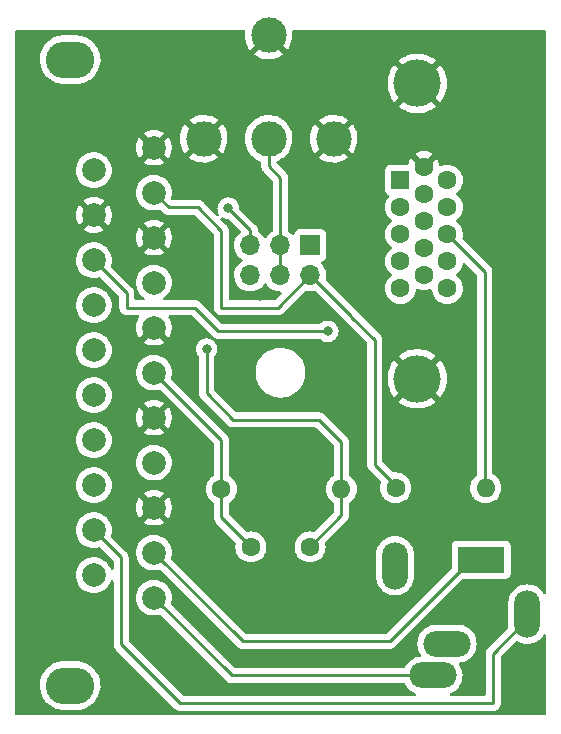
<source format=gbl>
%TF.GenerationSoftware,KiCad,Pcbnew,(6.0.7-1)-1*%
%TF.CreationDate,2022-08-17T11:35:28+02:00*%
%TF.ProjectId,vgascart,76676173-6361-4727-942e-6b696361645f,rev?*%
%TF.SameCoordinates,Original*%
%TF.FileFunction,Copper,L2,Bot*%
%TF.FilePolarity,Positive*%
%FSLAX46Y46*%
G04 Gerber Fmt 4.6, Leading zero omitted, Abs format (unit mm)*
G04 Created by KiCad (PCBNEW (6.0.7-1)-1) date 2022-08-17 11:35:28*
%MOMM*%
%LPD*%
G01*
G04 APERTURE LIST*
%TA.AperFunction,ComponentPad*%
%ADD10C,3.000000*%
%TD*%
%TA.AperFunction,ComponentPad*%
%ADD11C,1.600000*%
%TD*%
%TA.AperFunction,ComponentPad*%
%ADD12O,1.600000X1.600000*%
%TD*%
%TA.AperFunction,ComponentPad*%
%ADD13R,1.700000X1.700000*%
%TD*%
%TA.AperFunction,ComponentPad*%
%ADD14O,1.700000X1.700000*%
%TD*%
%TA.AperFunction,WasherPad*%
%ADD15O,4.100000X3.100000*%
%TD*%
%TA.AperFunction,ComponentPad*%
%ADD16C,1.998980*%
%TD*%
%TA.AperFunction,ComponentPad*%
%ADD17O,4.000000X2.200000*%
%TD*%
%TA.AperFunction,ComponentPad*%
%ADD18O,2.200000X4.000000*%
%TD*%
%TA.AperFunction,ComponentPad*%
%ADD19R,4.000000X2.200000*%
%TD*%
%TA.AperFunction,ComponentPad*%
%ADD20C,4.000000*%
%TD*%
%TA.AperFunction,ComponentPad*%
%ADD21R,1.600000X1.600000*%
%TD*%
%TA.AperFunction,ViaPad*%
%ADD22C,0.800000*%
%TD*%
%TA.AperFunction,Conductor*%
%ADD23C,0.250000*%
%TD*%
G04 APERTURE END LIST*
D10*
%TO.P,J5,1,Ext*%
%TO.N,GND*%
X47500000Y-23450000D03*
X53000000Y-32200000D03*
X42000000Y-32200000D03*
%TO.P,J5,2,In*%
%TO.N,Net-(J5-Pad2)*%
X47500000Y-32200000D03*
%TD*%
D11*
%TO.P,L1,1,1*%
%TO.N,Net-(J4-Pad11)*%
X43500000Y-61850000D03*
D12*
%TO.P,L1,2,2*%
%TO.N,Net-(C1-Pad2)*%
X53660000Y-61850000D03*
%TD*%
D11*
%TO.P,C1,1*%
%TO.N,Net-(J4-Pad11)*%
X46000000Y-66750000D03*
%TO.P,C1,2*%
%TO.N,Net-(C1-Pad2)*%
X51000000Y-66750000D03*
%TD*%
D13*
%TO.P,J8,1,Pin_1*%
%TO.N,unconnected-(J8-Pad1)*%
X51025000Y-41225000D03*
D14*
%TO.P,J8,2,Pin_2*%
%TO.N,Net-(J8-Pad2)*%
X51025000Y-43765000D03*
%TO.P,J8,3,Pin_3*%
%TO.N,Net-(J5-Pad2)*%
X48485000Y-41225000D03*
%TO.P,J8,4,Pin_4*%
X48485000Y-43765000D03*
%TO.P,J8,5,Pin_5*%
%TO.N,Net-(J4-Pad15)*%
X45945000Y-41225000D03*
%TO.P,J8,6,Pin_6*%
%TO.N,Net-(C1-Pad2)*%
X45945000Y-43765000D03*
%TD*%
D15*
%TO.P,J4,*%
%TO.N,*%
X30700660Y-25500180D03*
X30700660Y-78499820D03*
D16*
%TO.P,J4,1,P1*%
%TO.N,Net-(J4-Pad1)*%
X37779640Y-71050000D03*
%TO.P,J4,2,P2*%
%TO.N,unconnected-(J4-Pad2)*%
X32699640Y-69145000D03*
%TO.P,J4,3,P3*%
%TO.N,Net-(J4-Pad3)*%
X37779640Y-67240000D03*
%TO.P,J4,4,P4*%
%TO.N,Net-(J4-Pad4)*%
X32699640Y-65335000D03*
%TO.P,J4,5,P5*%
%TO.N,GND*%
X37779640Y-63430000D03*
%TO.P,J4,6,P6*%
%TO.N,unconnected-(J4-Pad6)*%
X32699640Y-61525000D03*
%TO.P,J4,7,P7*%
%TO.N,Net-(J4-Pad7)*%
X37779640Y-59620000D03*
%TO.P,J4,8,P8*%
%TO.N,unconnected-(J4-Pad8)*%
X32699640Y-57715000D03*
%TO.P,J4,9,P9*%
%TO.N,GND*%
X37779640Y-55810000D03*
%TO.P,J4,10,P10*%
%TO.N,unconnected-(J4-Pad10)*%
X32699640Y-53905000D03*
%TO.P,J4,11,P11*%
%TO.N,Net-(J4-Pad11)*%
X37779640Y-52000000D03*
%TO.P,J4,12,P12*%
%TO.N,unconnected-(J4-Pad12)*%
X32699640Y-50095000D03*
%TO.P,J4,13,P13*%
%TO.N,GND*%
X37779640Y-48190000D03*
%TO.P,J4,14,P14*%
%TO.N,unconnected-(J4-Pad14)*%
X32699640Y-46285000D03*
%TO.P,J4,15,P15*%
%TO.N,Net-(J4-Pad15)*%
X37779640Y-44380000D03*
%TO.P,J4,16,P16*%
%TO.N,Net-(J4-Pad16)*%
X32699640Y-42475000D03*
%TO.P,J4,17,P17*%
%TO.N,GND*%
X37779640Y-40570000D03*
%TO.P,J4,18,P18*%
X32699640Y-38665000D03*
%TO.P,J4,19,P19*%
%TO.N,Net-(J8-Pad2)*%
X37779640Y-36760000D03*
%TO.P,J4,20,P20*%
%TO.N,unconnected-(J4-Pad20)*%
X32699640Y-34855000D03*
%TO.P,J4,21,P21*%
%TO.N,GND*%
X37779640Y-32950000D03*
%TD*%
D17*
%TO.P,J7,R*%
%TO.N,Net-(J4-Pad1)*%
X61400000Y-77642500D03*
%TO.P,J7,RN*%
%TO.N,N/C*%
X62600000Y-74942500D03*
D18*
%TO.P,J7,S*%
%TO.N,Net-(J4-Pad4)*%
X69400000Y-72442500D03*
D19*
%TO.P,J7,T*%
%TO.N,Net-(J4-Pad3)*%
X65500000Y-67842500D03*
D18*
%TO.P,J7,TN*%
%TO.N,N/C*%
X58200000Y-68342500D03*
%TD*%
D20*
%TO.P,J6,0,0*%
%TO.N,GND*%
X60079669Y-27515000D03*
X60079669Y-52515000D03*
D21*
%TO.P,J6,1*%
%TO.N,Net-(J4-Pad15)*%
X58659669Y-35700000D03*
D11*
%TO.P,J6,2*%
%TO.N,Net-(J4-Pad11)*%
X58659669Y-37990000D03*
%TO.P,J6,3*%
%TO.N,Net-(J4-Pad7)*%
X58659669Y-40280000D03*
%TO.P,J6,4*%
%TO.N,unconnected-(J6-Pad4)*%
X58659669Y-42570000D03*
%TO.P,J6,5*%
%TO.N,unconnected-(J6-Pad5)*%
X58659669Y-44860000D03*
%TO.P,J6,6*%
%TO.N,GND*%
X60639669Y-34555000D03*
%TO.P,J6,7*%
X60639669Y-36845000D03*
%TO.P,J6,8*%
X60639669Y-39135000D03*
%TO.P,J6,9*%
%TO.N,unconnected-(J6-Pad9)*%
X60639669Y-41425000D03*
%TO.P,J6,10*%
%TO.N,GND*%
X60639669Y-43715000D03*
%TO.P,J6,11*%
%TO.N,unconnected-(J6-Pad11)*%
X62619669Y-35700000D03*
%TO.P,J6,12*%
%TO.N,unconnected-(J6-Pad12)*%
X62619669Y-37990000D03*
%TO.P,J6,13*%
%TO.N,Net-(J6-Pad13)*%
X62619669Y-40280000D03*
%TO.P,J6,14*%
%TO.N,Net-(J4-Pad16)*%
X62619669Y-42570000D03*
%TO.P,J6,15*%
%TO.N,unconnected-(J6-Pad15)*%
X62619669Y-44860000D03*
%TD*%
%TO.P,R2,1*%
%TO.N,Net-(J8-Pad2)*%
X58250000Y-61750000D03*
D12*
%TO.P,R2,2*%
%TO.N,Net-(J6-Pad13)*%
X65870000Y-61750000D03*
%TD*%
D22*
%TO.N,GND*%
X46750000Y-45500000D03*
X50750000Y-46250000D03*
X54250000Y-41250000D03*
X52750000Y-36750000D03*
X60500000Y-47000000D03*
X46250000Y-37250000D03*
X41000000Y-42500000D03*
%TO.N,Net-(J4-Pad16)*%
X52500000Y-48500000D03*
%TO.N,Net-(J4-Pad15)*%
X44079820Y-38079820D03*
%TO.N,Net-(C1-Pad2)*%
X42250000Y-50000000D03*
%TD*%
D23*
%TO.N,Net-(J4-Pad1)*%
X61400000Y-77642500D02*
X44372140Y-77642500D01*
X44372140Y-77642500D02*
X37779640Y-71050000D01*
%TO.N,Net-(J4-Pad3)*%
X45289640Y-74750000D02*
X57750000Y-74750000D01*
X64657500Y-67842500D02*
X65500000Y-67842500D01*
X37779640Y-67240000D02*
X45289640Y-74750000D01*
X57750000Y-74750000D02*
X64657500Y-67842500D01*
%TO.N,Net-(J4-Pad4)*%
X35000000Y-67635360D02*
X32699640Y-65335000D01*
X66500000Y-75792500D02*
X66500000Y-80000000D01*
X40000000Y-80000000D02*
X35000000Y-75000000D01*
X35000000Y-75000000D02*
X35000000Y-67635360D01*
X69400000Y-72892500D02*
X66500000Y-75792500D01*
X66500000Y-80000000D02*
X40000000Y-80000000D01*
X69400000Y-72442500D02*
X69400000Y-72892500D01*
%TO.N,Net-(J4-Pad16)*%
X35500000Y-45275360D02*
X32699640Y-42475000D01*
X41250000Y-46500000D02*
X35500000Y-46500000D01*
X52500000Y-48500000D02*
X43250000Y-48500000D01*
X35500000Y-46500000D02*
X35500000Y-45275360D01*
X43250000Y-48500000D02*
X41250000Y-46500000D01*
%TO.N,Net-(J6-Pad13)*%
X65810000Y-61690000D02*
X65870000Y-61750000D01*
X62619669Y-40280000D02*
X65810000Y-43470331D01*
X65810000Y-43470331D02*
X65810000Y-61690000D01*
%TO.N,Net-(J5-Pad2)*%
X47500000Y-34500000D02*
X48500000Y-35500000D01*
X48485000Y-35515000D02*
X48485000Y-41225000D01*
X47500000Y-32200000D02*
X47500000Y-34500000D01*
X48485000Y-43765000D02*
X48485000Y-41225000D01*
X48500000Y-35500000D02*
X48485000Y-35515000D01*
%TO.N,Net-(J4-Pad11)*%
X43500000Y-64250000D02*
X46000000Y-66750000D01*
X43500000Y-57720360D02*
X43500000Y-61850000D01*
X43500000Y-61850000D02*
X43500000Y-64250000D01*
X37779640Y-52000000D02*
X43500000Y-57720360D01*
%TO.N,Net-(J4-Pad15)*%
X45945000Y-39945000D02*
X44079820Y-38079820D01*
X45945000Y-41225000D02*
X45945000Y-39945000D01*
%TO.N,Net-(C1-Pad2)*%
X51000000Y-66750000D02*
X53660000Y-64090000D01*
X53660000Y-61850000D02*
X53660000Y-57910000D01*
X44500000Y-56000000D02*
X42250000Y-53750000D01*
X51750000Y-56000000D02*
X44500000Y-56000000D01*
X42250000Y-53750000D02*
X42250000Y-50000000D01*
X53660000Y-57910000D02*
X51750000Y-56000000D01*
X53660000Y-64090000D02*
X53660000Y-61850000D01*
%TO.N,Net-(J8-Pad2)*%
X54500000Y-47250000D02*
X56470000Y-49220000D01*
X58250000Y-61560000D02*
X56470000Y-59780000D01*
X48290000Y-46500000D02*
X51025000Y-43765000D01*
X41500000Y-38000000D02*
X43500000Y-40000000D01*
X43500000Y-40000000D02*
X43500000Y-46500000D01*
X58250000Y-61750000D02*
X58250000Y-61560000D01*
X37779640Y-36760000D02*
X39019640Y-38000000D01*
X56470000Y-49220000D02*
X56470000Y-59780000D01*
X39019640Y-38000000D02*
X41500000Y-38000000D01*
X54500000Y-47240000D02*
X54500000Y-47250000D01*
X51025000Y-43765000D02*
X54500000Y-47240000D01*
X43500000Y-46500000D02*
X48290000Y-46500000D01*
%TD*%
%TA.AperFunction,Conductor*%
%TO.N,GND*%
G36*
X45453120Y-23028502D02*
G01*
X45499613Y-23082158D01*
X45509647Y-23152906D01*
X45508563Y-23160244D01*
X45487754Y-23424653D01*
X45487665Y-23433204D01*
X45502932Y-23697969D01*
X45504005Y-23706470D01*
X45555065Y-23966722D01*
X45557276Y-23974974D01*
X45643184Y-24225894D01*
X45646499Y-24233779D01*
X45765664Y-24470713D01*
X45770020Y-24478079D01*
X45899347Y-24666250D01*
X45909601Y-24674594D01*
X45923342Y-24667448D01*
X47410905Y-23179885D01*
X47473217Y-23145859D01*
X47544032Y-23150924D01*
X47589095Y-23179885D01*
X49075730Y-24666520D01*
X49087939Y-24673187D01*
X49099439Y-24664497D01*
X49196831Y-24531913D01*
X49201418Y-24524685D01*
X49327962Y-24291621D01*
X49331530Y-24283827D01*
X49425271Y-24035750D01*
X49427748Y-24027544D01*
X49486954Y-23769038D01*
X49488294Y-23760577D01*
X49512031Y-23494616D01*
X49512277Y-23489677D01*
X49512666Y-23452485D01*
X49512523Y-23447519D01*
X49494362Y-23181123D01*
X49493201Y-23172649D01*
X49490592Y-23160051D01*
X49496365Y-23089289D01*
X49539477Y-23032882D01*
X49606243Y-23008737D01*
X49613974Y-23008500D01*
X70865500Y-23008500D01*
X70933621Y-23028502D01*
X70980114Y-23082158D01*
X70991500Y-23134500D01*
X70991500Y-70614351D01*
X70971498Y-70682472D01*
X70917842Y-70728965D01*
X70847568Y-70739069D01*
X70782988Y-70709575D01*
X70758067Y-70680186D01*
X70707910Y-70598338D01*
X70705328Y-70594124D01*
X70540898Y-70401602D01*
X70348376Y-70237172D01*
X70132502Y-70104884D01*
X70127932Y-70102991D01*
X70127928Y-70102989D01*
X69903164Y-70009889D01*
X69903162Y-70009888D01*
X69898591Y-70007995D01*
X69813968Y-69987679D01*
X69657216Y-69950046D01*
X69657210Y-69950045D01*
X69652403Y-69948891D01*
X69400000Y-69929026D01*
X69147597Y-69948891D01*
X69142790Y-69950045D01*
X69142784Y-69950046D01*
X68986032Y-69987679D01*
X68901409Y-70007995D01*
X68896838Y-70009888D01*
X68896836Y-70009889D01*
X68672072Y-70102989D01*
X68672068Y-70102991D01*
X68667498Y-70104884D01*
X68451624Y-70237172D01*
X68259102Y-70401602D01*
X68094672Y-70594124D01*
X67962384Y-70809998D01*
X67960491Y-70814568D01*
X67960489Y-70814572D01*
X67943340Y-70855974D01*
X67865495Y-71043909D01*
X67864340Y-71048721D01*
X67808407Y-71281700D01*
X67806391Y-71290097D01*
X67791500Y-71479301D01*
X67791500Y-73405699D01*
X67791693Y-73408148D01*
X67791693Y-73408155D01*
X67801491Y-73532640D01*
X67786895Y-73602120D01*
X67764974Y-73631621D01*
X66107747Y-75288848D01*
X66099461Y-75296388D01*
X66092982Y-75300500D01*
X66087557Y-75306277D01*
X66046357Y-75350151D01*
X66043602Y-75352993D01*
X66023865Y-75372730D01*
X66021385Y-75375927D01*
X66013682Y-75384947D01*
X65983414Y-75417179D01*
X65979595Y-75424125D01*
X65979593Y-75424128D01*
X65973652Y-75434934D01*
X65962801Y-75451453D01*
X65950386Y-75467459D01*
X65947241Y-75474728D01*
X65947238Y-75474732D01*
X65932826Y-75508037D01*
X65927609Y-75518687D01*
X65906305Y-75557440D01*
X65904334Y-75565115D01*
X65904334Y-75565116D01*
X65901267Y-75577062D01*
X65894863Y-75595766D01*
X65886819Y-75614355D01*
X65885580Y-75622178D01*
X65885577Y-75622188D01*
X65879901Y-75658024D01*
X65877495Y-75669644D01*
X65875036Y-75679222D01*
X65866500Y-75712470D01*
X65866500Y-75732724D01*
X65864949Y-75752434D01*
X65861780Y-75772443D01*
X65862526Y-75780335D01*
X65865941Y-75816461D01*
X65866500Y-75828319D01*
X65866500Y-79240500D01*
X65846498Y-79308621D01*
X65792842Y-79355114D01*
X65740500Y-79366500D01*
X62974555Y-79366500D01*
X62906434Y-79346498D01*
X62859941Y-79292842D01*
X62849837Y-79222568D01*
X62879331Y-79157988D01*
X62926337Y-79124091D01*
X63027928Y-79082011D01*
X63027932Y-79082009D01*
X63032502Y-79080116D01*
X63248376Y-78947828D01*
X63440898Y-78783398D01*
X63605328Y-78590876D01*
X63737616Y-78375002D01*
X63746407Y-78353780D01*
X63832611Y-78145664D01*
X63832612Y-78145662D01*
X63834505Y-78141091D01*
X63893609Y-77894903D01*
X63913474Y-77642500D01*
X63893609Y-77390097D01*
X63834505Y-77143909D01*
X63825645Y-77122519D01*
X63739511Y-76914572D01*
X63739509Y-76914568D01*
X63737616Y-76909998D01*
X63627151Y-76729736D01*
X63608613Y-76661202D01*
X63630069Y-76593526D01*
X63684708Y-76548193D01*
X63724698Y-76538289D01*
X63752403Y-76536109D01*
X63757210Y-76534955D01*
X63757216Y-76534954D01*
X63913968Y-76497321D01*
X63998591Y-76477005D01*
X64003164Y-76475111D01*
X64227928Y-76382011D01*
X64227932Y-76382009D01*
X64232502Y-76380116D01*
X64448376Y-76247828D01*
X64640898Y-76083398D01*
X64805328Y-75890876D01*
X64937616Y-75675002D01*
X64939836Y-75669644D01*
X65032611Y-75445664D01*
X65032612Y-75445662D01*
X65034505Y-75441091D01*
X65064295Y-75317006D01*
X65092454Y-75199716D01*
X65092455Y-75199710D01*
X65093609Y-75194903D01*
X65113474Y-74942500D01*
X65093609Y-74690097D01*
X65091576Y-74681626D01*
X65054821Y-74528532D01*
X65034505Y-74443909D01*
X64971117Y-74290876D01*
X64939511Y-74214572D01*
X64939509Y-74214568D01*
X64937616Y-74209998D01*
X64805328Y-73994124D01*
X64640898Y-73801602D01*
X64448376Y-73637172D01*
X64232502Y-73504884D01*
X64227932Y-73502991D01*
X64227928Y-73502989D01*
X64003164Y-73409889D01*
X64003162Y-73409888D01*
X63998591Y-73407995D01*
X63913968Y-73387679D01*
X63757216Y-73350046D01*
X63757210Y-73350045D01*
X63752403Y-73348891D01*
X63652584Y-73341035D01*
X63565655Y-73334193D01*
X63565648Y-73334193D01*
X63563199Y-73334000D01*
X61636801Y-73334000D01*
X61634352Y-73334193D01*
X61634345Y-73334193D01*
X61547416Y-73341035D01*
X61447597Y-73348891D01*
X61442790Y-73350045D01*
X61442784Y-73350046D01*
X61286032Y-73387679D01*
X61201409Y-73407995D01*
X61196838Y-73409888D01*
X61196836Y-73409889D01*
X60972072Y-73502989D01*
X60972068Y-73502991D01*
X60967498Y-73504884D01*
X60751624Y-73637172D01*
X60559102Y-73801602D01*
X60394672Y-73994124D01*
X60262384Y-74209998D01*
X60260491Y-74214568D01*
X60260489Y-74214572D01*
X60228883Y-74290876D01*
X60165495Y-74443909D01*
X60145179Y-74528532D01*
X60108425Y-74681626D01*
X60106391Y-74690097D01*
X60086526Y-74942500D01*
X60106391Y-75194903D01*
X60107545Y-75199710D01*
X60107546Y-75199716D01*
X60135705Y-75317006D01*
X60165495Y-75441091D01*
X60167388Y-75445662D01*
X60167389Y-75445664D01*
X60260165Y-75669644D01*
X60262384Y-75675002D01*
X60352695Y-75822375D01*
X60372849Y-75855264D01*
X60391387Y-75923798D01*
X60369931Y-75991474D01*
X60315292Y-76036807D01*
X60275302Y-76046711D01*
X60247597Y-76048891D01*
X60242790Y-76050045D01*
X60242784Y-76050046D01*
X60103864Y-76083398D01*
X60001409Y-76107995D01*
X59996838Y-76109888D01*
X59996836Y-76109889D01*
X59772072Y-76202989D01*
X59772068Y-76202991D01*
X59767498Y-76204884D01*
X59551624Y-76337172D01*
X59359102Y-76501602D01*
X59194672Y-76694124D01*
X59062384Y-76909998D01*
X59060489Y-76914573D01*
X59060488Y-76914575D01*
X59053593Y-76931220D01*
X59009044Y-76986500D01*
X58937185Y-77009000D01*
X44686734Y-77009000D01*
X44618613Y-76988998D01*
X44597639Y-76972095D01*
X39253581Y-71628036D01*
X39219555Y-71565724D01*
X39220157Y-71509527D01*
X39272515Y-71291443D01*
X39272516Y-71291440D01*
X39273670Y-71286631D01*
X39292293Y-71050000D01*
X39273670Y-70813369D01*
X39236192Y-70657265D01*
X39219412Y-70587370D01*
X39219410Y-70587365D01*
X39218258Y-70582565D01*
X39216368Y-70578002D01*
X39216366Y-70577996D01*
X39129319Y-70367844D01*
X39129317Y-70367840D01*
X39127424Y-70363270D01*
X39003402Y-70160885D01*
X38849247Y-69980393D01*
X38668755Y-69826238D01*
X38466370Y-69702216D01*
X38461800Y-69700323D01*
X38461796Y-69700321D01*
X38251644Y-69613274D01*
X38251638Y-69613272D01*
X38247075Y-69611382D01*
X38242275Y-69610230D01*
X38242270Y-69610228D01*
X38136855Y-69584920D01*
X38016271Y-69555970D01*
X37779640Y-69537347D01*
X37543009Y-69555970D01*
X37422425Y-69584920D01*
X37317010Y-69610228D01*
X37317005Y-69610230D01*
X37312205Y-69611382D01*
X37307642Y-69613272D01*
X37307636Y-69613274D01*
X37097484Y-69700321D01*
X37097480Y-69700323D01*
X37092910Y-69702216D01*
X36890525Y-69826238D01*
X36710033Y-69980393D01*
X36555878Y-70160885D01*
X36431856Y-70363270D01*
X36429963Y-70367840D01*
X36429961Y-70367844D01*
X36342914Y-70577996D01*
X36342912Y-70578002D01*
X36341022Y-70582565D01*
X36339870Y-70587365D01*
X36339868Y-70587370D01*
X36323088Y-70657265D01*
X36285610Y-70813369D01*
X36266987Y-71050000D01*
X36285610Y-71286631D01*
X36287627Y-71295031D01*
X36332460Y-71481771D01*
X36341022Y-71517435D01*
X36342912Y-71521998D01*
X36342914Y-71522004D01*
X36429961Y-71732156D01*
X36431856Y-71736730D01*
X36555878Y-71939115D01*
X36710033Y-72119607D01*
X36890525Y-72273762D01*
X37092910Y-72397784D01*
X37097480Y-72399677D01*
X37097484Y-72399679D01*
X37307636Y-72486726D01*
X37307642Y-72486728D01*
X37312205Y-72488618D01*
X37317005Y-72489770D01*
X37317010Y-72489772D01*
X37422425Y-72515080D01*
X37543009Y-72544030D01*
X37779640Y-72562653D01*
X38016271Y-72544030D01*
X38021080Y-72542876D01*
X38021083Y-72542875D01*
X38239167Y-72490517D01*
X38310075Y-72494064D01*
X38357676Y-72523941D01*
X43868488Y-78034753D01*
X43876028Y-78043039D01*
X43880140Y-78049518D01*
X43885917Y-78054943D01*
X43929791Y-78096143D01*
X43932633Y-78098898D01*
X43952370Y-78118635D01*
X43955567Y-78121115D01*
X43964587Y-78128818D01*
X43996819Y-78159086D01*
X44003765Y-78162905D01*
X44003768Y-78162907D01*
X44014574Y-78168848D01*
X44031093Y-78179699D01*
X44047099Y-78192114D01*
X44054368Y-78195259D01*
X44054372Y-78195262D01*
X44087677Y-78209674D01*
X44098327Y-78214891D01*
X44137080Y-78236195D01*
X44144755Y-78238166D01*
X44144756Y-78238166D01*
X44156702Y-78241233D01*
X44175407Y-78247637D01*
X44193995Y-78255681D01*
X44201818Y-78256920D01*
X44201828Y-78256923D01*
X44237664Y-78262599D01*
X44249284Y-78265005D01*
X44284429Y-78274028D01*
X44292110Y-78276000D01*
X44312364Y-78276000D01*
X44332074Y-78277551D01*
X44352083Y-78280720D01*
X44359975Y-78279974D01*
X44396101Y-78276559D01*
X44407959Y-78276000D01*
X58937185Y-78276000D01*
X59005306Y-78296002D01*
X59053593Y-78353780D01*
X59060488Y-78370425D01*
X59062384Y-78375002D01*
X59194672Y-78590876D01*
X59359102Y-78783398D01*
X59551624Y-78947828D01*
X59767498Y-79080116D01*
X59772068Y-79082009D01*
X59772072Y-79082011D01*
X59873663Y-79124091D01*
X59928944Y-79168639D01*
X59951365Y-79236003D01*
X59933807Y-79304794D01*
X59881845Y-79353172D01*
X59825445Y-79366500D01*
X40314594Y-79366500D01*
X40246473Y-79346498D01*
X40225499Y-79329595D01*
X35670405Y-74774500D01*
X35636379Y-74712188D01*
X35633500Y-74685405D01*
X35633500Y-67714127D01*
X35634027Y-67702944D01*
X35635702Y-67695451D01*
X35633562Y-67627374D01*
X35633500Y-67623415D01*
X35633500Y-67595504D01*
X35632995Y-67591504D01*
X35632062Y-67579661D01*
X35630922Y-67543389D01*
X35630673Y-67535470D01*
X35625022Y-67516018D01*
X35621014Y-67496666D01*
X35619467Y-67484423D01*
X35618474Y-67476563D01*
X35615556Y-67469192D01*
X35602200Y-67435457D01*
X35598355Y-67424230D01*
X35591827Y-67401762D01*
X35586018Y-67381767D01*
X35581984Y-67374945D01*
X35581981Y-67374939D01*
X35575706Y-67364328D01*
X35567010Y-67346578D01*
X35562472Y-67335116D01*
X35562469Y-67335111D01*
X35559552Y-67327743D01*
X35533573Y-67291985D01*
X35527057Y-67282067D01*
X35508575Y-67250817D01*
X35504542Y-67243997D01*
X35500545Y-67240000D01*
X36266987Y-67240000D01*
X36285610Y-67476631D01*
X36310346Y-67579661D01*
X36338145Y-67695451D01*
X36341022Y-67707435D01*
X36342912Y-67711998D01*
X36342914Y-67712004D01*
X36429581Y-67921238D01*
X36431856Y-67926730D01*
X36555878Y-68129115D01*
X36710033Y-68309607D01*
X36890525Y-68463762D01*
X37092910Y-68587784D01*
X37097480Y-68589677D01*
X37097484Y-68589679D01*
X37307636Y-68676726D01*
X37307642Y-68676728D01*
X37312205Y-68678618D01*
X37317005Y-68679770D01*
X37317010Y-68679772D01*
X37422425Y-68705080D01*
X37543009Y-68734030D01*
X37779640Y-68752653D01*
X38016271Y-68734030D01*
X38021080Y-68732876D01*
X38021083Y-68732875D01*
X38239168Y-68680517D01*
X38310076Y-68684064D01*
X38357677Y-68713941D01*
X44785988Y-75142253D01*
X44793528Y-75150539D01*
X44797640Y-75157018D01*
X44803417Y-75162443D01*
X44847291Y-75203643D01*
X44850133Y-75206398D01*
X44869870Y-75226135D01*
X44873067Y-75228615D01*
X44882087Y-75236318D01*
X44914319Y-75266586D01*
X44921265Y-75270405D01*
X44921268Y-75270407D01*
X44932074Y-75276348D01*
X44948593Y-75287199D01*
X44964599Y-75299614D01*
X44971868Y-75302759D01*
X44971872Y-75302762D01*
X45005177Y-75317174D01*
X45015827Y-75322391D01*
X45054580Y-75343695D01*
X45062255Y-75345666D01*
X45062256Y-75345666D01*
X45074202Y-75348733D01*
X45092907Y-75355137D01*
X45111495Y-75363181D01*
X45119318Y-75364420D01*
X45119328Y-75364423D01*
X45155164Y-75370099D01*
X45166784Y-75372505D01*
X45198599Y-75380673D01*
X45209610Y-75383500D01*
X45229864Y-75383500D01*
X45249574Y-75385051D01*
X45269583Y-75388220D01*
X45277475Y-75387474D01*
X45296220Y-75385702D01*
X45313602Y-75384059D01*
X45325459Y-75383500D01*
X57671233Y-75383500D01*
X57682416Y-75384027D01*
X57689909Y-75385702D01*
X57697835Y-75385453D01*
X57697836Y-75385453D01*
X57757986Y-75383562D01*
X57761945Y-75383500D01*
X57789856Y-75383500D01*
X57793791Y-75383003D01*
X57793856Y-75382995D01*
X57805693Y-75382062D01*
X57837951Y-75381048D01*
X57841970Y-75380922D01*
X57849889Y-75380673D01*
X57869343Y-75375021D01*
X57888700Y-75371013D01*
X57900930Y-75369468D01*
X57900931Y-75369468D01*
X57908797Y-75368474D01*
X57916168Y-75365555D01*
X57916170Y-75365555D01*
X57949912Y-75352196D01*
X57961142Y-75348351D01*
X57995983Y-75338229D01*
X57995984Y-75338229D01*
X58003593Y-75336018D01*
X58010412Y-75331985D01*
X58010417Y-75331983D01*
X58021028Y-75325707D01*
X58038776Y-75317012D01*
X58057617Y-75309552D01*
X58077519Y-75295093D01*
X58093387Y-75283564D01*
X58103307Y-75277048D01*
X58134535Y-75258580D01*
X58134538Y-75258578D01*
X58141362Y-75254542D01*
X58155683Y-75240221D01*
X58170717Y-75227380D01*
X58180694Y-75220131D01*
X58187107Y-75215472D01*
X58215298Y-75181395D01*
X58223288Y-75172616D01*
X63907999Y-69487905D01*
X63970311Y-69453879D01*
X63997094Y-69451000D01*
X67548134Y-69451000D01*
X67610316Y-69444245D01*
X67746705Y-69393115D01*
X67863261Y-69305761D01*
X67950615Y-69189205D01*
X68001745Y-69052816D01*
X68008500Y-68990634D01*
X68008500Y-66694366D01*
X68001745Y-66632184D01*
X67950615Y-66495795D01*
X67863261Y-66379239D01*
X67746705Y-66291885D01*
X67610316Y-66240755D01*
X67548134Y-66234000D01*
X63451866Y-66234000D01*
X63389684Y-66240755D01*
X63253295Y-66291885D01*
X63136739Y-66379239D01*
X63049385Y-66495795D01*
X62998255Y-66632184D01*
X62991500Y-66694366D01*
X62991500Y-68560405D01*
X62971498Y-68628526D01*
X62954595Y-68649500D01*
X57524500Y-74079595D01*
X57462188Y-74113621D01*
X57435405Y-74116500D01*
X45604234Y-74116500D01*
X45536113Y-74096498D01*
X45515139Y-74079595D01*
X40741244Y-69305699D01*
X56591500Y-69305699D01*
X56606391Y-69494903D01*
X56607545Y-69499710D01*
X56607546Y-69499716D01*
X56640855Y-69638456D01*
X56665495Y-69741091D01*
X56667388Y-69745662D01*
X56667389Y-69745664D01*
X56751408Y-69948503D01*
X56762384Y-69975002D01*
X56894672Y-70190876D01*
X57059102Y-70383398D01*
X57251624Y-70547828D01*
X57467498Y-70680116D01*
X57472068Y-70682009D01*
X57472072Y-70682011D01*
X57609823Y-70739069D01*
X57701409Y-70777005D01*
X57786032Y-70797321D01*
X57942784Y-70834954D01*
X57942790Y-70834955D01*
X57947597Y-70836109D01*
X58200000Y-70855974D01*
X58452403Y-70836109D01*
X58457210Y-70834955D01*
X58457216Y-70834954D01*
X58613968Y-70797321D01*
X58698591Y-70777005D01*
X58790177Y-70739069D01*
X58927928Y-70682011D01*
X58927932Y-70682009D01*
X58932502Y-70680116D01*
X59148376Y-70547828D01*
X59340898Y-70383398D01*
X59505328Y-70190876D01*
X59637616Y-69975002D01*
X59648593Y-69948503D01*
X59732611Y-69745664D01*
X59732612Y-69745662D01*
X59734505Y-69741091D01*
X59759145Y-69638456D01*
X59792454Y-69499716D01*
X59792455Y-69499710D01*
X59793609Y-69494903D01*
X59808500Y-69305699D01*
X59808500Y-67379301D01*
X59805023Y-67335116D01*
X59798388Y-67250817D01*
X59793609Y-67190097D01*
X59788802Y-67170072D01*
X59735660Y-66948721D01*
X59734505Y-66943909D01*
X59694474Y-66847265D01*
X59639511Y-66714572D01*
X59639509Y-66714568D01*
X59637616Y-66709998D01*
X59505328Y-66494124D01*
X59361040Y-66325185D01*
X59344106Y-66305358D01*
X59340898Y-66301602D01*
X59334076Y-66295775D01*
X59317315Y-66281460D01*
X59148376Y-66137172D01*
X58932502Y-66004884D01*
X58927932Y-66002991D01*
X58927928Y-66002989D01*
X58703164Y-65909889D01*
X58703162Y-65909888D01*
X58698591Y-65907995D01*
X58613968Y-65887679D01*
X58457216Y-65850046D01*
X58457210Y-65850045D01*
X58452403Y-65848891D01*
X58200000Y-65829026D01*
X57947597Y-65848891D01*
X57942790Y-65850045D01*
X57942784Y-65850046D01*
X57786032Y-65887679D01*
X57701409Y-65907995D01*
X57696838Y-65909888D01*
X57696836Y-65909889D01*
X57472072Y-66002989D01*
X57472068Y-66002991D01*
X57467498Y-66004884D01*
X57251624Y-66137172D01*
X57082685Y-66281460D01*
X57065925Y-66295775D01*
X57059102Y-66301602D01*
X57055894Y-66305358D01*
X57038960Y-66325185D01*
X56894672Y-66494124D01*
X56762384Y-66709998D01*
X56760491Y-66714568D01*
X56760489Y-66714572D01*
X56705526Y-66847265D01*
X56665495Y-66943909D01*
X56664340Y-66948721D01*
X56611199Y-67170072D01*
X56606391Y-67190097D01*
X56601612Y-67250817D01*
X56594978Y-67335116D01*
X56591500Y-67379301D01*
X56591500Y-69305699D01*
X40741244Y-69305699D01*
X39253581Y-67818036D01*
X39219555Y-67755724D01*
X39220157Y-67699527D01*
X39272515Y-67481443D01*
X39272516Y-67481440D01*
X39273670Y-67476631D01*
X39292293Y-67240000D01*
X39273670Y-67003369D01*
X39236192Y-66847265D01*
X39219412Y-66777370D01*
X39219410Y-66777365D01*
X39218258Y-66772565D01*
X39216368Y-66768002D01*
X39216366Y-66767996D01*
X39129319Y-66557844D01*
X39129317Y-66557840D01*
X39127424Y-66553270D01*
X39003402Y-66350885D01*
X38849247Y-66170393D01*
X38668755Y-66016238D01*
X38466370Y-65892216D01*
X38461800Y-65890323D01*
X38461796Y-65890321D01*
X38251644Y-65803274D01*
X38251638Y-65803272D01*
X38247075Y-65801382D01*
X38242275Y-65800230D01*
X38242270Y-65800228D01*
X38136855Y-65774920D01*
X38016271Y-65745970D01*
X37779640Y-65727347D01*
X37543009Y-65745970D01*
X37422425Y-65774920D01*
X37317010Y-65800228D01*
X37317005Y-65800230D01*
X37312205Y-65801382D01*
X37307642Y-65803272D01*
X37307636Y-65803274D01*
X37097484Y-65890321D01*
X37097480Y-65890323D01*
X37092910Y-65892216D01*
X36890525Y-66016238D01*
X36710033Y-66170393D01*
X36555878Y-66350885D01*
X36431856Y-66553270D01*
X36429963Y-66557840D01*
X36429961Y-66557844D01*
X36342914Y-66767996D01*
X36342912Y-66768002D01*
X36341022Y-66772565D01*
X36339870Y-66777365D01*
X36339868Y-66777370D01*
X36323088Y-66847265D01*
X36285610Y-67003369D01*
X36266987Y-67240000D01*
X35500545Y-67240000D01*
X35490218Y-67229673D01*
X35477376Y-67214638D01*
X35465472Y-67198253D01*
X35431406Y-67170071D01*
X35422627Y-67162082D01*
X34173581Y-65913036D01*
X34139555Y-65850724D01*
X34140157Y-65794527D01*
X34192515Y-65576443D01*
X34192516Y-65576440D01*
X34193670Y-65571631D01*
X34212293Y-65335000D01*
X34193670Y-65098369D01*
X34156072Y-64941763D01*
X34139412Y-64872370D01*
X34139410Y-64872365D01*
X34138258Y-64867565D01*
X34136368Y-64863002D01*
X34136366Y-64862996D01*
X34053235Y-64662299D01*
X36912171Y-64662299D01*
X36917898Y-64669949D01*
X37088918Y-64774750D01*
X37097712Y-64779231D01*
X37307787Y-64866247D01*
X37317172Y-64869296D01*
X37538274Y-64922379D01*
X37548021Y-64923922D01*
X37774710Y-64941763D01*
X37784570Y-64941763D01*
X38011259Y-64923922D01*
X38021006Y-64922379D01*
X38242108Y-64869296D01*
X38251493Y-64866247D01*
X38461568Y-64779231D01*
X38470362Y-64774750D01*
X38637716Y-64672196D01*
X38647176Y-64661740D01*
X38643392Y-64652962D01*
X37792452Y-63802022D01*
X37778508Y-63794408D01*
X37776675Y-63794539D01*
X37770060Y-63798790D01*
X36918931Y-64649919D01*
X36912171Y-64662299D01*
X34053235Y-64662299D01*
X34049319Y-64652844D01*
X34049317Y-64652840D01*
X34047424Y-64648270D01*
X33923402Y-64445885D01*
X33769247Y-64265393D01*
X33762884Y-64259958D01*
X33690148Y-64197836D01*
X33588755Y-64111238D01*
X33386370Y-63987216D01*
X33381800Y-63985323D01*
X33381796Y-63985321D01*
X33171644Y-63898274D01*
X33171638Y-63898272D01*
X33167075Y-63896382D01*
X33162275Y-63895230D01*
X33162270Y-63895228D01*
X33034283Y-63864501D01*
X32936271Y-63840970D01*
X32699640Y-63822347D01*
X32463009Y-63840970D01*
X32364997Y-63864501D01*
X32237010Y-63895228D01*
X32237005Y-63895230D01*
X32232205Y-63896382D01*
X32227642Y-63898272D01*
X32227636Y-63898274D01*
X32017484Y-63985321D01*
X32017480Y-63985323D01*
X32012910Y-63987216D01*
X31810525Y-64111238D01*
X31709132Y-64197836D01*
X31636397Y-64259958D01*
X31630033Y-64265393D01*
X31475878Y-64445885D01*
X31351856Y-64648270D01*
X31349963Y-64652840D01*
X31349961Y-64652844D01*
X31262914Y-64862996D01*
X31262912Y-64863002D01*
X31261022Y-64867565D01*
X31259870Y-64872365D01*
X31259868Y-64872370D01*
X31243208Y-64941763D01*
X31205610Y-65098369D01*
X31186987Y-65335000D01*
X31205610Y-65571631D01*
X31234560Y-65692215D01*
X31247373Y-65745582D01*
X31261022Y-65802435D01*
X31262912Y-65806998D01*
X31262914Y-65807004D01*
X31349581Y-66016238D01*
X31351856Y-66021730D01*
X31475878Y-66224115D01*
X31630033Y-66404607D01*
X31810525Y-66558762D01*
X32012910Y-66682784D01*
X32017480Y-66684677D01*
X32017484Y-66684679D01*
X32227636Y-66771726D01*
X32227642Y-66771728D01*
X32232205Y-66773618D01*
X32237005Y-66774770D01*
X32237010Y-66774772D01*
X32342425Y-66800080D01*
X32463009Y-66829030D01*
X32699640Y-66847653D01*
X32936271Y-66829030D01*
X32941080Y-66827876D01*
X32941083Y-66827875D01*
X33159168Y-66775517D01*
X33230076Y-66779064D01*
X33277677Y-66808941D01*
X34329595Y-67860859D01*
X34363621Y-67923171D01*
X34366500Y-67949954D01*
X34366500Y-68595144D01*
X34346498Y-68663265D01*
X34292842Y-68709758D01*
X34222568Y-68719862D01*
X34157988Y-68690368D01*
X34124091Y-68643362D01*
X34049319Y-68462844D01*
X34049317Y-68462840D01*
X34047424Y-68458270D01*
X33923402Y-68255885D01*
X33769247Y-68075393D01*
X33588755Y-67921238D01*
X33386370Y-67797216D01*
X33381800Y-67795323D01*
X33381796Y-67795321D01*
X33171644Y-67708274D01*
X33171638Y-67708272D01*
X33167075Y-67706382D01*
X33162275Y-67705230D01*
X33162270Y-67705228D01*
X33056855Y-67679920D01*
X32936271Y-67650970D01*
X32699640Y-67632347D01*
X32463009Y-67650970D01*
X32342425Y-67679920D01*
X32237010Y-67705228D01*
X32237005Y-67705230D01*
X32232205Y-67706382D01*
X32227642Y-67708272D01*
X32227636Y-67708274D01*
X32017484Y-67795321D01*
X32017480Y-67795323D01*
X32012910Y-67797216D01*
X31810525Y-67921238D01*
X31630033Y-68075393D01*
X31475878Y-68255885D01*
X31351856Y-68458270D01*
X31349963Y-68462840D01*
X31349961Y-68462844D01*
X31262914Y-68672996D01*
X31262912Y-68673002D01*
X31261022Y-68677565D01*
X31259870Y-68682365D01*
X31259868Y-68682370D01*
X31243088Y-68752265D01*
X31205610Y-68908369D01*
X31186987Y-69145000D01*
X31205610Y-69381631D01*
X31231125Y-69487905D01*
X31255962Y-69591357D01*
X31261022Y-69612435D01*
X31262912Y-69616998D01*
X31262914Y-69617004D01*
X31349581Y-69826238D01*
X31351856Y-69831730D01*
X31475878Y-70034115D01*
X31630033Y-70214607D01*
X31810525Y-70368762D01*
X32012910Y-70492784D01*
X32017480Y-70494677D01*
X32017484Y-70494679D01*
X32227636Y-70581726D01*
X32227642Y-70581728D01*
X32232205Y-70583618D01*
X32237005Y-70584770D01*
X32237010Y-70584772D01*
X32342425Y-70610080D01*
X32463009Y-70639030D01*
X32699640Y-70657653D01*
X32936271Y-70639030D01*
X33056855Y-70610080D01*
X33162270Y-70584772D01*
X33162275Y-70584770D01*
X33167075Y-70583618D01*
X33171638Y-70581728D01*
X33171644Y-70581726D01*
X33381796Y-70494679D01*
X33381800Y-70494677D01*
X33386370Y-70492784D01*
X33588755Y-70368762D01*
X33769247Y-70214607D01*
X33923402Y-70034115D01*
X34047424Y-69831730D01*
X34050769Y-69823656D01*
X34124091Y-69646638D01*
X34168639Y-69591357D01*
X34236002Y-69568936D01*
X34304794Y-69586494D01*
X34353172Y-69638456D01*
X34366500Y-69694856D01*
X34366500Y-74921233D01*
X34365973Y-74932416D01*
X34364298Y-74939909D01*
X34364547Y-74947835D01*
X34364547Y-74947836D01*
X34366438Y-75007986D01*
X34366500Y-75011945D01*
X34366500Y-75039856D01*
X34366997Y-75043790D01*
X34366997Y-75043791D01*
X34367005Y-75043856D01*
X34367938Y-75055693D01*
X34369327Y-75099889D01*
X34374978Y-75119339D01*
X34378987Y-75138700D01*
X34381526Y-75158797D01*
X34384445Y-75166168D01*
X34384445Y-75166170D01*
X34397804Y-75199912D01*
X34401649Y-75211142D01*
X34406709Y-75228559D01*
X34413982Y-75253593D01*
X34418015Y-75260412D01*
X34418017Y-75260417D01*
X34424293Y-75271028D01*
X34432988Y-75288776D01*
X34440448Y-75307617D01*
X34445110Y-75314033D01*
X34445110Y-75314034D01*
X34466436Y-75343387D01*
X34472952Y-75353307D01*
X34491139Y-75384059D01*
X34495458Y-75391362D01*
X34509779Y-75405683D01*
X34522619Y-75420716D01*
X34534528Y-75437107D01*
X34563650Y-75461199D01*
X34568605Y-75465298D01*
X34577384Y-75473288D01*
X39496348Y-80392253D01*
X39503888Y-80400539D01*
X39508000Y-80407018D01*
X39513777Y-80412443D01*
X39557651Y-80453643D01*
X39560493Y-80456398D01*
X39580230Y-80476135D01*
X39583427Y-80478615D01*
X39592447Y-80486318D01*
X39624679Y-80516586D01*
X39631625Y-80520405D01*
X39631628Y-80520407D01*
X39642434Y-80526348D01*
X39658953Y-80537199D01*
X39674959Y-80549614D01*
X39682228Y-80552759D01*
X39682232Y-80552762D01*
X39715537Y-80567174D01*
X39726187Y-80572391D01*
X39764940Y-80593695D01*
X39772615Y-80595666D01*
X39772616Y-80595666D01*
X39784562Y-80598733D01*
X39803267Y-80605137D01*
X39821855Y-80613181D01*
X39829678Y-80614420D01*
X39829688Y-80614423D01*
X39865524Y-80620099D01*
X39877144Y-80622505D01*
X39912289Y-80631528D01*
X39919970Y-80633500D01*
X39940224Y-80633500D01*
X39959934Y-80635051D01*
X39979943Y-80638220D01*
X39987835Y-80637474D01*
X39999263Y-80636394D01*
X40023962Y-80634059D01*
X40035819Y-80633500D01*
X66428207Y-80633500D01*
X66451816Y-80635732D01*
X66452119Y-80635790D01*
X66452123Y-80635790D01*
X66459906Y-80637275D01*
X66515951Y-80633749D01*
X66523862Y-80633500D01*
X66539856Y-80633500D01*
X66555730Y-80631494D01*
X66563590Y-80630752D01*
X66591049Y-80629024D01*
X66611737Y-80627723D01*
X66611738Y-80627723D01*
X66619650Y-80627225D01*
X66627191Y-80624775D01*
X66627487Y-80624679D01*
X66650631Y-80619506D01*
X66650935Y-80619468D01*
X66650940Y-80619467D01*
X66658797Y-80618474D01*
X66666162Y-80615558D01*
X66666166Y-80615557D01*
X66711011Y-80597801D01*
X66718430Y-80595129D01*
X66771875Y-80577764D01*
X66778572Y-80573514D01*
X66778831Y-80573350D01*
X66799958Y-80562585D01*
X66800246Y-80562471D01*
X66800251Y-80562468D01*
X66807617Y-80559552D01*
X66814025Y-80554896D01*
X66814031Y-80554893D01*
X66853052Y-80526542D01*
X66859589Y-80522099D01*
X66907018Y-80492000D01*
X66912659Y-80485993D01*
X66930446Y-80470312D01*
X66930691Y-80470134D01*
X66930693Y-80470132D01*
X66937107Y-80465472D01*
X66946893Y-80453643D01*
X66972903Y-80422204D01*
X66978134Y-80416270D01*
X67011158Y-80381102D01*
X67011160Y-80381099D01*
X67016586Y-80375321D01*
X67020558Y-80368097D01*
X67033881Y-80348494D01*
X67034080Y-80348254D01*
X67034084Y-80348247D01*
X67039133Y-80342144D01*
X67063047Y-80291324D01*
X67066629Y-80284292D01*
X67093695Y-80235060D01*
X67095665Y-80227385D01*
X67095668Y-80227379D01*
X67095744Y-80227081D01*
X67103776Y-80204772D01*
X67103906Y-80204497D01*
X67103909Y-80204489D01*
X67107283Y-80197318D01*
X67117806Y-80142151D01*
X67119532Y-80134429D01*
X67131529Y-80087707D01*
X67131529Y-80087706D01*
X67133500Y-80080030D01*
X67133500Y-80071793D01*
X67135732Y-80048184D01*
X67135790Y-80047881D01*
X67135790Y-80047877D01*
X67137275Y-80040094D01*
X67133749Y-79984049D01*
X67133500Y-79976138D01*
X67133500Y-76107094D01*
X67153502Y-76038973D01*
X67170405Y-76017999D01*
X68436541Y-74751863D01*
X68498853Y-74717837D01*
X68569668Y-74722902D01*
X68591469Y-74733525D01*
X68667498Y-74780116D01*
X68672068Y-74782009D01*
X68672070Y-74782010D01*
X68896836Y-74875111D01*
X68901409Y-74877005D01*
X68986032Y-74897321D01*
X69142784Y-74934954D01*
X69142790Y-74934955D01*
X69147597Y-74936109D01*
X69400000Y-74955974D01*
X69652403Y-74936109D01*
X69657210Y-74934955D01*
X69657216Y-74934954D01*
X69813968Y-74897321D01*
X69898591Y-74877005D01*
X69903164Y-74875111D01*
X70127928Y-74782011D01*
X70127932Y-74782009D01*
X70132502Y-74780116D01*
X70348376Y-74647828D01*
X70540898Y-74483398D01*
X70705328Y-74290876D01*
X70758067Y-74204814D01*
X70810715Y-74157183D01*
X70880756Y-74145576D01*
X70945954Y-74173679D01*
X70985608Y-74232570D01*
X70991500Y-74270649D01*
X70991500Y-80865500D01*
X70971498Y-80933621D01*
X70917842Y-80980114D01*
X70865500Y-80991500D01*
X26134500Y-80991500D01*
X26066379Y-80971498D01*
X26019886Y-80917842D01*
X26008500Y-80865500D01*
X26008500Y-78427804D01*
X28138390Y-78427804D01*
X28138543Y-78432192D01*
X28138543Y-78432198D01*
X28144216Y-78594635D01*
X28148437Y-78715517D01*
X28198429Y-78999032D01*
X28287391Y-79272831D01*
X28289319Y-79276784D01*
X28289321Y-79276789D01*
X28345859Y-79392707D01*
X28413593Y-79531583D01*
X28416048Y-79535222D01*
X28416051Y-79535228D01*
X28572119Y-79766608D01*
X28572124Y-79766615D01*
X28574579Y-79770254D01*
X28767214Y-79984197D01*
X28987749Y-80169248D01*
X29231893Y-80321806D01*
X29377097Y-80386455D01*
X29435467Y-80412443D01*
X29494892Y-80438901D01*
X29771629Y-80518254D01*
X29775976Y-80518865D01*
X29775981Y-80518866D01*
X29906431Y-80537199D01*
X30056716Y-80558320D01*
X31272550Y-80558320D01*
X31274736Y-80558167D01*
X31274740Y-80558167D01*
X31483462Y-80543572D01*
X31483467Y-80543571D01*
X31487847Y-80543265D01*
X31769445Y-80483409D01*
X31773574Y-80481906D01*
X31773578Y-80481905D01*
X32035827Y-80386455D01*
X32035831Y-80386453D01*
X32039972Y-80384946D01*
X32294163Y-80249790D01*
X32325009Y-80227379D01*
X32523507Y-80083162D01*
X32523510Y-80083160D01*
X32527070Y-80080573D01*
X32560610Y-80048184D01*
X32730997Y-79883643D01*
X32731000Y-79883639D01*
X32734159Y-79880589D01*
X32820363Y-79770254D01*
X32908693Y-79657196D01*
X32911401Y-79653730D01*
X33055346Y-79404411D01*
X33056996Y-79400327D01*
X33056999Y-79400321D01*
X33161542Y-79141566D01*
X33163191Y-79137485D01*
X33166531Y-79124091D01*
X33231772Y-78862419D01*
X33232837Y-78858148D01*
X33240357Y-78786606D01*
X33262471Y-78576205D01*
X33262471Y-78576202D01*
X33262930Y-78571836D01*
X33258054Y-78432198D01*
X33253037Y-78288520D01*
X33253036Y-78288514D01*
X33252883Y-78284123D01*
X33252065Y-78279480D01*
X33203653Y-78004931D01*
X33202891Y-78000608D01*
X33113929Y-77726809D01*
X32987727Y-77468057D01*
X32985272Y-77464418D01*
X32985269Y-77464412D01*
X32829201Y-77233032D01*
X32829196Y-77233025D01*
X32826741Y-77229386D01*
X32634106Y-77015443D01*
X32413571Y-76830392D01*
X32169427Y-76677834D01*
X31906428Y-76560739D01*
X31629691Y-76481386D01*
X31625344Y-76480775D01*
X31625339Y-76480774D01*
X31458223Y-76457288D01*
X31344604Y-76441320D01*
X30128770Y-76441320D01*
X30126584Y-76441473D01*
X30126580Y-76441473D01*
X29917858Y-76456068D01*
X29917853Y-76456069D01*
X29913473Y-76456375D01*
X29631875Y-76516231D01*
X29627746Y-76517734D01*
X29627742Y-76517735D01*
X29365493Y-76613185D01*
X29365489Y-76613187D01*
X29361348Y-76614694D01*
X29107157Y-76749850D01*
X29103598Y-76752436D01*
X29103596Y-76752437D01*
X28880433Y-76914575D01*
X28874250Y-76919067D01*
X28871086Y-76922123D01*
X28871083Y-76922125D01*
X28670323Y-77115997D01*
X28670320Y-77116001D01*
X28667161Y-77119051D01*
X28664455Y-77122515D01*
X28664451Y-77122519D01*
X28578109Y-77233032D01*
X28489919Y-77345910D01*
X28345974Y-77595229D01*
X28344324Y-77599313D01*
X28344321Y-77599319D01*
X28328867Y-77637570D01*
X28238129Y-77862155D01*
X28168483Y-78141492D01*
X28168024Y-78145862D01*
X28168023Y-78145866D01*
X28143940Y-78375002D01*
X28138390Y-78427804D01*
X26008500Y-78427804D01*
X26008500Y-63434930D01*
X36267877Y-63434930D01*
X36285718Y-63661619D01*
X36287261Y-63671366D01*
X36340344Y-63892468D01*
X36343393Y-63901853D01*
X36430409Y-64111928D01*
X36434890Y-64120722D01*
X36537444Y-64288076D01*
X36547900Y-64297536D01*
X36556678Y-64293752D01*
X37407618Y-63442812D01*
X37413996Y-63431132D01*
X38144048Y-63431132D01*
X38144179Y-63432965D01*
X38148430Y-63439580D01*
X38999559Y-64290709D01*
X39011939Y-64297469D01*
X39019589Y-64291742D01*
X39124390Y-64120722D01*
X39128871Y-64111928D01*
X39215887Y-63901853D01*
X39218936Y-63892468D01*
X39272019Y-63671366D01*
X39273562Y-63661619D01*
X39291403Y-63434930D01*
X39291403Y-63425070D01*
X39273562Y-63198381D01*
X39272019Y-63188634D01*
X39218936Y-62967532D01*
X39215887Y-62958147D01*
X39128871Y-62748072D01*
X39124390Y-62739278D01*
X39021836Y-62571924D01*
X39011380Y-62562464D01*
X39002602Y-62566248D01*
X38151662Y-63417188D01*
X38144048Y-63431132D01*
X37413996Y-63431132D01*
X37415232Y-63428868D01*
X37415101Y-63427035D01*
X37410850Y-63420420D01*
X36559721Y-62569291D01*
X36547341Y-62562531D01*
X36539691Y-62568258D01*
X36434890Y-62739278D01*
X36430409Y-62748072D01*
X36343393Y-62958147D01*
X36340344Y-62967532D01*
X36287261Y-63188634D01*
X36285718Y-63198381D01*
X36267877Y-63425070D01*
X36267877Y-63434930D01*
X26008500Y-63434930D01*
X26008500Y-61525000D01*
X31186987Y-61525000D01*
X31205610Y-61761631D01*
X31226826Y-61850000D01*
X31256262Y-61972607D01*
X31261022Y-61992435D01*
X31262912Y-61996998D01*
X31262914Y-61997004D01*
X31349961Y-62207156D01*
X31351856Y-62211730D01*
X31475878Y-62414115D01*
X31630033Y-62594607D01*
X31810525Y-62748762D01*
X32012910Y-62872784D01*
X32017480Y-62874677D01*
X32017484Y-62874679D01*
X32227636Y-62961726D01*
X32227642Y-62961728D01*
X32232205Y-62963618D01*
X32237005Y-62964770D01*
X32237010Y-62964772D01*
X32324211Y-62985707D01*
X32463009Y-63019030D01*
X32699640Y-63037653D01*
X32936271Y-63019030D01*
X33075069Y-62985707D01*
X33162270Y-62964772D01*
X33162275Y-62964770D01*
X33167075Y-62963618D01*
X33171638Y-62961728D01*
X33171644Y-62961726D01*
X33381796Y-62874679D01*
X33381800Y-62874677D01*
X33386370Y-62872784D01*
X33588755Y-62748762D01*
X33769247Y-62594607D01*
X33923402Y-62414115D01*
X34047424Y-62211730D01*
X34049319Y-62207156D01*
X34053004Y-62198260D01*
X36912104Y-62198260D01*
X36915888Y-62207038D01*
X37766828Y-63057978D01*
X37780772Y-63065592D01*
X37782605Y-63065461D01*
X37789220Y-63061210D01*
X38640349Y-62210081D01*
X38647109Y-62197701D01*
X38641382Y-62190051D01*
X38470362Y-62085250D01*
X38461568Y-62080769D01*
X38251493Y-61993753D01*
X38242108Y-61990704D01*
X38021006Y-61937621D01*
X38011259Y-61936078D01*
X37784570Y-61918237D01*
X37774710Y-61918237D01*
X37548021Y-61936078D01*
X37538274Y-61937621D01*
X37317172Y-61990704D01*
X37307787Y-61993753D01*
X37097712Y-62080769D01*
X37088918Y-62085250D01*
X36921564Y-62187804D01*
X36912104Y-62198260D01*
X34053004Y-62198260D01*
X34136366Y-61997004D01*
X34136368Y-61996998D01*
X34138258Y-61992435D01*
X34143019Y-61972607D01*
X34172454Y-61850000D01*
X34193670Y-61761631D01*
X34212293Y-61525000D01*
X34193670Y-61288369D01*
X34156192Y-61132265D01*
X34139412Y-61062370D01*
X34139410Y-61062365D01*
X34138258Y-61057565D01*
X34136368Y-61053002D01*
X34136366Y-61052996D01*
X34049319Y-60842844D01*
X34049317Y-60842840D01*
X34047424Y-60838270D01*
X33923402Y-60635885D01*
X33769247Y-60455393D01*
X33588755Y-60301238D01*
X33386370Y-60177216D01*
X33381800Y-60175323D01*
X33381796Y-60175321D01*
X33171644Y-60088274D01*
X33171638Y-60088272D01*
X33167075Y-60086382D01*
X33162275Y-60085230D01*
X33162270Y-60085228D01*
X33019817Y-60051028D01*
X32936271Y-60030970D01*
X32699640Y-60012347D01*
X32463009Y-60030970D01*
X32379463Y-60051028D01*
X32237010Y-60085228D01*
X32237005Y-60085230D01*
X32232205Y-60086382D01*
X32227642Y-60088272D01*
X32227636Y-60088274D01*
X32017484Y-60175321D01*
X32017480Y-60175323D01*
X32012910Y-60177216D01*
X31810525Y-60301238D01*
X31630033Y-60455393D01*
X31475878Y-60635885D01*
X31351856Y-60838270D01*
X31349963Y-60842840D01*
X31349961Y-60842844D01*
X31262914Y-61052996D01*
X31262912Y-61053002D01*
X31261022Y-61057565D01*
X31259870Y-61062365D01*
X31259868Y-61062370D01*
X31243088Y-61132265D01*
X31205610Y-61288369D01*
X31186987Y-61525000D01*
X26008500Y-61525000D01*
X26008500Y-59620000D01*
X36266987Y-59620000D01*
X36285610Y-59856631D01*
X36298150Y-59908861D01*
X36327373Y-60030582D01*
X36341022Y-60087435D01*
X36342912Y-60091998D01*
X36342914Y-60092004D01*
X36429581Y-60301238D01*
X36431856Y-60306730D01*
X36555878Y-60509115D01*
X36710033Y-60689607D01*
X36890525Y-60843762D01*
X37092910Y-60967784D01*
X37097480Y-60969677D01*
X37097484Y-60969679D01*
X37307636Y-61056726D01*
X37307642Y-61056728D01*
X37312205Y-61058618D01*
X37317005Y-61059770D01*
X37317010Y-61059772D01*
X37422425Y-61085080D01*
X37543009Y-61114030D01*
X37779640Y-61132653D01*
X38016271Y-61114030D01*
X38136855Y-61085080D01*
X38242270Y-61059772D01*
X38242275Y-61059770D01*
X38247075Y-61058618D01*
X38251638Y-61056728D01*
X38251644Y-61056726D01*
X38461796Y-60969679D01*
X38461800Y-60969677D01*
X38466370Y-60967784D01*
X38668755Y-60843762D01*
X38849247Y-60689607D01*
X39003402Y-60509115D01*
X39127424Y-60306730D01*
X39129699Y-60301238D01*
X39216366Y-60092004D01*
X39216368Y-60091998D01*
X39218258Y-60087435D01*
X39231908Y-60030582D01*
X39261130Y-59908861D01*
X39273670Y-59856631D01*
X39292293Y-59620000D01*
X39273670Y-59383369D01*
X39236192Y-59227265D01*
X39219412Y-59157370D01*
X39219410Y-59157365D01*
X39218258Y-59152565D01*
X39216368Y-59148002D01*
X39216366Y-59147996D01*
X39129319Y-58937844D01*
X39129317Y-58937840D01*
X39127424Y-58933270D01*
X39003402Y-58730885D01*
X38849247Y-58550393D01*
X38668755Y-58396238D01*
X38466370Y-58272216D01*
X38461800Y-58270323D01*
X38461796Y-58270321D01*
X38251644Y-58183274D01*
X38251638Y-58183272D01*
X38247075Y-58181382D01*
X38242275Y-58180230D01*
X38242270Y-58180228D01*
X38136855Y-58154920D01*
X38016271Y-58125970D01*
X37779640Y-58107347D01*
X37543009Y-58125970D01*
X37422425Y-58154920D01*
X37317010Y-58180228D01*
X37317005Y-58180230D01*
X37312205Y-58181382D01*
X37307642Y-58183272D01*
X37307636Y-58183274D01*
X37097484Y-58270321D01*
X37097480Y-58270323D01*
X37092910Y-58272216D01*
X36890525Y-58396238D01*
X36710033Y-58550393D01*
X36555878Y-58730885D01*
X36431856Y-58933270D01*
X36429963Y-58937840D01*
X36429961Y-58937844D01*
X36342914Y-59147996D01*
X36342912Y-59148002D01*
X36341022Y-59152565D01*
X36339870Y-59157365D01*
X36339868Y-59157370D01*
X36323088Y-59227265D01*
X36285610Y-59383369D01*
X36266987Y-59620000D01*
X26008500Y-59620000D01*
X26008500Y-57715000D01*
X31186987Y-57715000D01*
X31205610Y-57951631D01*
X31234560Y-58072215D01*
X31249754Y-58135500D01*
X31261022Y-58182435D01*
X31262912Y-58186998D01*
X31262914Y-58187004D01*
X31349581Y-58396238D01*
X31351856Y-58401730D01*
X31475878Y-58604115D01*
X31630033Y-58784607D01*
X31810525Y-58938762D01*
X32012910Y-59062784D01*
X32017480Y-59064677D01*
X32017484Y-59064679D01*
X32227636Y-59151726D01*
X32227642Y-59151728D01*
X32232205Y-59153618D01*
X32237005Y-59154770D01*
X32237010Y-59154772D01*
X32342425Y-59180080D01*
X32463009Y-59209030D01*
X32699640Y-59227653D01*
X32936271Y-59209030D01*
X33056855Y-59180080D01*
X33162270Y-59154772D01*
X33162275Y-59154770D01*
X33167075Y-59153618D01*
X33171638Y-59151728D01*
X33171644Y-59151726D01*
X33381796Y-59064679D01*
X33381800Y-59064677D01*
X33386370Y-59062784D01*
X33588755Y-58938762D01*
X33769247Y-58784607D01*
X33923402Y-58604115D01*
X34047424Y-58401730D01*
X34049699Y-58396238D01*
X34136366Y-58187004D01*
X34136368Y-58186998D01*
X34138258Y-58182435D01*
X34149527Y-58135500D01*
X34164720Y-58072215D01*
X34193670Y-57951631D01*
X34212293Y-57715000D01*
X34193670Y-57478369D01*
X34156072Y-57321763D01*
X34139412Y-57252370D01*
X34139410Y-57252365D01*
X34138258Y-57247565D01*
X34136368Y-57243002D01*
X34136366Y-57242996D01*
X34053235Y-57042299D01*
X36912171Y-57042299D01*
X36917898Y-57049949D01*
X37088918Y-57154750D01*
X37097712Y-57159231D01*
X37307787Y-57246247D01*
X37317172Y-57249296D01*
X37538274Y-57302379D01*
X37548021Y-57303922D01*
X37774710Y-57321763D01*
X37784570Y-57321763D01*
X38011259Y-57303922D01*
X38021006Y-57302379D01*
X38242108Y-57249296D01*
X38251493Y-57246247D01*
X38461568Y-57159231D01*
X38470362Y-57154750D01*
X38637716Y-57052196D01*
X38647176Y-57041740D01*
X38643392Y-57032962D01*
X37792452Y-56182022D01*
X37778508Y-56174408D01*
X37776675Y-56174539D01*
X37770060Y-56178790D01*
X36918931Y-57029919D01*
X36912171Y-57042299D01*
X34053235Y-57042299D01*
X34049319Y-57032844D01*
X34049317Y-57032840D01*
X34047424Y-57028270D01*
X33923402Y-56825885D01*
X33769247Y-56645393D01*
X33588755Y-56491238D01*
X33386370Y-56367216D01*
X33381800Y-56365323D01*
X33381796Y-56365321D01*
X33171644Y-56278274D01*
X33171638Y-56278272D01*
X33167075Y-56276382D01*
X33162275Y-56275230D01*
X33162270Y-56275228D01*
X33056855Y-56249920D01*
X32936271Y-56220970D01*
X32699640Y-56202347D01*
X32463009Y-56220970D01*
X32342425Y-56249920D01*
X32237010Y-56275228D01*
X32237005Y-56275230D01*
X32232205Y-56276382D01*
X32227642Y-56278272D01*
X32227636Y-56278274D01*
X32017484Y-56365321D01*
X32017480Y-56365323D01*
X32012910Y-56367216D01*
X31810525Y-56491238D01*
X31630033Y-56645393D01*
X31475878Y-56825885D01*
X31351856Y-57028270D01*
X31349963Y-57032840D01*
X31349961Y-57032844D01*
X31262914Y-57242996D01*
X31262912Y-57243002D01*
X31261022Y-57247565D01*
X31259870Y-57252365D01*
X31259868Y-57252370D01*
X31243208Y-57321763D01*
X31205610Y-57478369D01*
X31186987Y-57715000D01*
X26008500Y-57715000D01*
X26008500Y-55814930D01*
X36267877Y-55814930D01*
X36285718Y-56041619D01*
X36287261Y-56051366D01*
X36340344Y-56272468D01*
X36343393Y-56281853D01*
X36430409Y-56491928D01*
X36434890Y-56500722D01*
X36537444Y-56668076D01*
X36547900Y-56677536D01*
X36556678Y-56673752D01*
X37407618Y-55822812D01*
X37413996Y-55811132D01*
X38144048Y-55811132D01*
X38144179Y-55812965D01*
X38148430Y-55819580D01*
X38999559Y-56670709D01*
X39011939Y-56677469D01*
X39019589Y-56671742D01*
X39124390Y-56500722D01*
X39128871Y-56491928D01*
X39215887Y-56281853D01*
X39218936Y-56272468D01*
X39272019Y-56051366D01*
X39273562Y-56041619D01*
X39291403Y-55814930D01*
X39291403Y-55805070D01*
X39273562Y-55578381D01*
X39272019Y-55568634D01*
X39218936Y-55347532D01*
X39215887Y-55338147D01*
X39128871Y-55128072D01*
X39124390Y-55119278D01*
X39021836Y-54951924D01*
X39011380Y-54942464D01*
X39002602Y-54946248D01*
X38151662Y-55797188D01*
X38144048Y-55811132D01*
X37413996Y-55811132D01*
X37415232Y-55808868D01*
X37415101Y-55807035D01*
X37410850Y-55800420D01*
X36559721Y-54949291D01*
X36547341Y-54942531D01*
X36539691Y-54948258D01*
X36434890Y-55119278D01*
X36430409Y-55128072D01*
X36343393Y-55338147D01*
X36340344Y-55347532D01*
X36287261Y-55568634D01*
X36285718Y-55578381D01*
X36267877Y-55805070D01*
X36267877Y-55814930D01*
X26008500Y-55814930D01*
X26008500Y-53905000D01*
X31186987Y-53905000D01*
X31205610Y-54141631D01*
X31234560Y-54262215D01*
X31247492Y-54316078D01*
X31261022Y-54372435D01*
X31262912Y-54376998D01*
X31262914Y-54377004D01*
X31349961Y-54587156D01*
X31351856Y-54591730D01*
X31475878Y-54794115D01*
X31630033Y-54974607D01*
X31810525Y-55128762D01*
X32012910Y-55252784D01*
X32017480Y-55254677D01*
X32017484Y-55254679D01*
X32227636Y-55341726D01*
X32227642Y-55341728D01*
X32232205Y-55343618D01*
X32237005Y-55344770D01*
X32237010Y-55344772D01*
X32327514Y-55366500D01*
X32463009Y-55399030D01*
X32699640Y-55417653D01*
X32936271Y-55399030D01*
X33071766Y-55366500D01*
X33162270Y-55344772D01*
X33162275Y-55344770D01*
X33167075Y-55343618D01*
X33171638Y-55341728D01*
X33171644Y-55341726D01*
X33381796Y-55254679D01*
X33381800Y-55254677D01*
X33386370Y-55252784D01*
X33588755Y-55128762D01*
X33769247Y-54974607D01*
X33923402Y-54794115D01*
X34047424Y-54591730D01*
X34049319Y-54587156D01*
X34053004Y-54578260D01*
X36912104Y-54578260D01*
X36915888Y-54587038D01*
X37766828Y-55437978D01*
X37780772Y-55445592D01*
X37782605Y-55445461D01*
X37789220Y-55441210D01*
X38640349Y-54590081D01*
X38647109Y-54577701D01*
X38641382Y-54570051D01*
X38470362Y-54465250D01*
X38461568Y-54460769D01*
X38251493Y-54373753D01*
X38242108Y-54370704D01*
X38021006Y-54317621D01*
X38011259Y-54316078D01*
X37784570Y-54298237D01*
X37774710Y-54298237D01*
X37548021Y-54316078D01*
X37538274Y-54317621D01*
X37317172Y-54370704D01*
X37307787Y-54373753D01*
X37097712Y-54460769D01*
X37088918Y-54465250D01*
X36921564Y-54567804D01*
X36912104Y-54578260D01*
X34053004Y-54578260D01*
X34136366Y-54377004D01*
X34136368Y-54376998D01*
X34138258Y-54372435D01*
X34151789Y-54316078D01*
X34164720Y-54262215D01*
X34193670Y-54141631D01*
X34212293Y-53905000D01*
X34193670Y-53668369D01*
X34156192Y-53512265D01*
X34139412Y-53442370D01*
X34139410Y-53442365D01*
X34138258Y-53437565D01*
X34136368Y-53433002D01*
X34136366Y-53432996D01*
X34049319Y-53222844D01*
X34049317Y-53222840D01*
X34047424Y-53218270D01*
X33923402Y-53015885D01*
X33769247Y-52835393D01*
X33588755Y-52681238D01*
X33386370Y-52557216D01*
X33381800Y-52555323D01*
X33381796Y-52555321D01*
X33171644Y-52468274D01*
X33171638Y-52468272D01*
X33167075Y-52466382D01*
X33162275Y-52465230D01*
X33162270Y-52465228D01*
X33037024Y-52435159D01*
X32936271Y-52410970D01*
X32699640Y-52392347D01*
X32463009Y-52410970D01*
X32362256Y-52435159D01*
X32237010Y-52465228D01*
X32237005Y-52465230D01*
X32232205Y-52466382D01*
X32227642Y-52468272D01*
X32227636Y-52468274D01*
X32017484Y-52555321D01*
X32017480Y-52555323D01*
X32012910Y-52557216D01*
X31810525Y-52681238D01*
X31630033Y-52835393D01*
X31475878Y-53015885D01*
X31351856Y-53218270D01*
X31349963Y-53222840D01*
X31349961Y-53222844D01*
X31262914Y-53432996D01*
X31262912Y-53433002D01*
X31261022Y-53437565D01*
X31259870Y-53442365D01*
X31259868Y-53442370D01*
X31243088Y-53512265D01*
X31205610Y-53668369D01*
X31186987Y-53905000D01*
X26008500Y-53905000D01*
X26008500Y-52000000D01*
X36266987Y-52000000D01*
X36285610Y-52236631D01*
X36314560Y-52357215D01*
X36335284Y-52443534D01*
X36341022Y-52467435D01*
X36342912Y-52471998D01*
X36342914Y-52472004D01*
X36429581Y-52681238D01*
X36431856Y-52686730D01*
X36555878Y-52889115D01*
X36710033Y-53069607D01*
X36890525Y-53223762D01*
X37092910Y-53347784D01*
X37097480Y-53349677D01*
X37097484Y-53349679D01*
X37307636Y-53436726D01*
X37307642Y-53436728D01*
X37312205Y-53438618D01*
X37317005Y-53439770D01*
X37317010Y-53439772D01*
X37422425Y-53465080D01*
X37543009Y-53494030D01*
X37779640Y-53512653D01*
X38016271Y-53494030D01*
X38021080Y-53492876D01*
X38021083Y-53492875D01*
X38239168Y-53440517D01*
X38310076Y-53444064D01*
X38357677Y-53473941D01*
X42829595Y-57945859D01*
X42863621Y-58008171D01*
X42866500Y-58034954D01*
X42866500Y-60630606D01*
X42846498Y-60698727D01*
X42812771Y-60733819D01*
X42660211Y-60840643D01*
X42660208Y-60840645D01*
X42655700Y-60843802D01*
X42493802Y-61005700D01*
X42490645Y-61010208D01*
X42490643Y-61010211D01*
X42456748Y-61058618D01*
X42362477Y-61193251D01*
X42360154Y-61198233D01*
X42360151Y-61198238D01*
X42312346Y-61300757D01*
X42265716Y-61400757D01*
X42206457Y-61621913D01*
X42186502Y-61850000D01*
X42206457Y-62078087D01*
X42207881Y-62083400D01*
X42207881Y-62083402D01*
X42243398Y-62215950D01*
X42265716Y-62299243D01*
X42268039Y-62304224D01*
X42268039Y-62304225D01*
X42360151Y-62501762D01*
X42360154Y-62501767D01*
X42362477Y-62506749D01*
X42493802Y-62694300D01*
X42655700Y-62856198D01*
X42660208Y-62859355D01*
X42660211Y-62859357D01*
X42812771Y-62966181D01*
X42857099Y-63021638D01*
X42866500Y-63069394D01*
X42866500Y-64171233D01*
X42865973Y-64182416D01*
X42864298Y-64189909D01*
X42864547Y-64197835D01*
X42864547Y-64197836D01*
X42866438Y-64257986D01*
X42866500Y-64261945D01*
X42866500Y-64289856D01*
X42866997Y-64293790D01*
X42866997Y-64293791D01*
X42867005Y-64293856D01*
X42867938Y-64305693D01*
X42869327Y-64349889D01*
X42874978Y-64369339D01*
X42878987Y-64388700D01*
X42881526Y-64408797D01*
X42884445Y-64416168D01*
X42884445Y-64416170D01*
X42897804Y-64449912D01*
X42901649Y-64461142D01*
X42913982Y-64503593D01*
X42918015Y-64510412D01*
X42918017Y-64510417D01*
X42924293Y-64521028D01*
X42932988Y-64538776D01*
X42940448Y-64557617D01*
X42945110Y-64564033D01*
X42945110Y-64564034D01*
X42966436Y-64593387D01*
X42972952Y-64603307D01*
X42995458Y-64641362D01*
X43009779Y-64655683D01*
X43022619Y-64670716D01*
X43034528Y-64687107D01*
X43040634Y-64692158D01*
X43068605Y-64715298D01*
X43077384Y-64723288D01*
X44690848Y-66336752D01*
X44724874Y-66399064D01*
X44723459Y-66458459D01*
X44707882Y-66516591D01*
X44707881Y-66516598D01*
X44706457Y-66521913D01*
X44686502Y-66750000D01*
X44706457Y-66978087D01*
X44707881Y-66983400D01*
X44707881Y-66983402D01*
X44761976Y-67185284D01*
X44765716Y-67199243D01*
X44768039Y-67204224D01*
X44768039Y-67204225D01*
X44860151Y-67401762D01*
X44860154Y-67401767D01*
X44862477Y-67406749D01*
X44916865Y-67484423D01*
X44983552Y-67579661D01*
X44993802Y-67594300D01*
X45155700Y-67756198D01*
X45160208Y-67759355D01*
X45160211Y-67759357D01*
X45217973Y-67799802D01*
X45343251Y-67887523D01*
X45348233Y-67889846D01*
X45348238Y-67889849D01*
X45545775Y-67981961D01*
X45550757Y-67984284D01*
X45556065Y-67985706D01*
X45556067Y-67985707D01*
X45766598Y-68042119D01*
X45766600Y-68042119D01*
X45771913Y-68043543D01*
X46000000Y-68063498D01*
X46228087Y-68043543D01*
X46233400Y-68042119D01*
X46233402Y-68042119D01*
X46443933Y-67985707D01*
X46443935Y-67985706D01*
X46449243Y-67984284D01*
X46454225Y-67981961D01*
X46651762Y-67889849D01*
X46651767Y-67889846D01*
X46656749Y-67887523D01*
X46782027Y-67799802D01*
X46839789Y-67759357D01*
X46839792Y-67759355D01*
X46844300Y-67756198D01*
X47006198Y-67594300D01*
X47016449Y-67579661D01*
X47083135Y-67484423D01*
X47137523Y-67406749D01*
X47139846Y-67401767D01*
X47139849Y-67401762D01*
X47231961Y-67204225D01*
X47231961Y-67204224D01*
X47234284Y-67199243D01*
X47238025Y-67185284D01*
X47292119Y-66983402D01*
X47292119Y-66983400D01*
X47293543Y-66978087D01*
X47313498Y-66750000D01*
X47293543Y-66521913D01*
X47284619Y-66488609D01*
X47235707Y-66306067D01*
X47235706Y-66306065D01*
X47234284Y-66300757D01*
X47228677Y-66288733D01*
X47139849Y-66098238D01*
X47139846Y-66098233D01*
X47137523Y-66093251D01*
X47006198Y-65905700D01*
X46844300Y-65743802D01*
X46839792Y-65740645D01*
X46839789Y-65740643D01*
X46761611Y-65685902D01*
X46656749Y-65612477D01*
X46651767Y-65610154D01*
X46651762Y-65610151D01*
X46454225Y-65518039D01*
X46454224Y-65518039D01*
X46449243Y-65515716D01*
X46443935Y-65514294D01*
X46443933Y-65514293D01*
X46233402Y-65457881D01*
X46233400Y-65457881D01*
X46228087Y-65456457D01*
X46000000Y-65436502D01*
X45771913Y-65456457D01*
X45766602Y-65457880D01*
X45766591Y-65457882D01*
X45708459Y-65473459D01*
X45637483Y-65471770D01*
X45586752Y-65440848D01*
X44170405Y-64024500D01*
X44136379Y-63962188D01*
X44133500Y-63935405D01*
X44133500Y-63069394D01*
X44153502Y-63001273D01*
X44187229Y-62966181D01*
X44339789Y-62859357D01*
X44339792Y-62859355D01*
X44344300Y-62856198D01*
X44506198Y-62694300D01*
X44637523Y-62506749D01*
X44639846Y-62501767D01*
X44639849Y-62501762D01*
X44731961Y-62304225D01*
X44731961Y-62304224D01*
X44734284Y-62299243D01*
X44756603Y-62215950D01*
X44792119Y-62083402D01*
X44792119Y-62083400D01*
X44793543Y-62078087D01*
X44813498Y-61850000D01*
X44793543Y-61621913D01*
X44734284Y-61400757D01*
X44687654Y-61300757D01*
X44639849Y-61198238D01*
X44639846Y-61198233D01*
X44637523Y-61193251D01*
X44543252Y-61058618D01*
X44509357Y-61010211D01*
X44509355Y-61010208D01*
X44506198Y-61005700D01*
X44344300Y-60843802D01*
X44339792Y-60840645D01*
X44339789Y-60840643D01*
X44187229Y-60733819D01*
X44142901Y-60678362D01*
X44133500Y-60630606D01*
X44133500Y-57799128D01*
X44134027Y-57787945D01*
X44135702Y-57780452D01*
X44133562Y-57712361D01*
X44133500Y-57708404D01*
X44133500Y-57680504D01*
X44132996Y-57676513D01*
X44132063Y-57664671D01*
X44131804Y-57656407D01*
X44130674Y-57620471D01*
X44128462Y-57612857D01*
X44128461Y-57612852D01*
X44125023Y-57601019D01*
X44121012Y-57581655D01*
X44119467Y-57569424D01*
X44118474Y-57561563D01*
X44115557Y-57554196D01*
X44115556Y-57554191D01*
X44102198Y-57520452D01*
X44098354Y-57509225D01*
X44092560Y-57489283D01*
X44086018Y-57466767D01*
X44075707Y-57449332D01*
X44067012Y-57431584D01*
X44059552Y-57412743D01*
X44033564Y-57376973D01*
X44027048Y-57367053D01*
X44008580Y-57335825D01*
X44008578Y-57335822D01*
X44004542Y-57328998D01*
X43990221Y-57314677D01*
X43977380Y-57299643D01*
X43970131Y-57289666D01*
X43965472Y-57283253D01*
X43931395Y-57255062D01*
X43922616Y-57247072D01*
X39253581Y-52578036D01*
X39219555Y-52515724D01*
X39220157Y-52459527D01*
X39272515Y-52241443D01*
X39272516Y-52241440D01*
X39273670Y-52236631D01*
X39292293Y-52000000D01*
X39273670Y-51763369D01*
X39232933Y-51593691D01*
X39219412Y-51537370D01*
X39219410Y-51537365D01*
X39218258Y-51532565D01*
X39216368Y-51528002D01*
X39216366Y-51527996D01*
X39129319Y-51317844D01*
X39129317Y-51317840D01*
X39127424Y-51313270D01*
X39003402Y-51110885D01*
X38849247Y-50930393D01*
X38668755Y-50776238D01*
X38466370Y-50652216D01*
X38461800Y-50650323D01*
X38461796Y-50650321D01*
X38251644Y-50563274D01*
X38251638Y-50563272D01*
X38247075Y-50561382D01*
X38242275Y-50560230D01*
X38242270Y-50560228D01*
X38121468Y-50531226D01*
X38016271Y-50505970D01*
X37779640Y-50487347D01*
X37543009Y-50505970D01*
X37437812Y-50531226D01*
X37317010Y-50560228D01*
X37317005Y-50560230D01*
X37312205Y-50561382D01*
X37307642Y-50563272D01*
X37307636Y-50563274D01*
X37097484Y-50650321D01*
X37097480Y-50650323D01*
X37092910Y-50652216D01*
X36890525Y-50776238D01*
X36710033Y-50930393D01*
X36555878Y-51110885D01*
X36431856Y-51313270D01*
X36429963Y-51317840D01*
X36429961Y-51317844D01*
X36342914Y-51527996D01*
X36342912Y-51528002D01*
X36341022Y-51532565D01*
X36339870Y-51537365D01*
X36339868Y-51537370D01*
X36326347Y-51593691D01*
X36285610Y-51763369D01*
X36266987Y-52000000D01*
X26008500Y-52000000D01*
X26008500Y-50095000D01*
X31186987Y-50095000D01*
X31205610Y-50331631D01*
X31219943Y-50391330D01*
X31247373Y-50505582D01*
X31261022Y-50562435D01*
X31262912Y-50566998D01*
X31262914Y-50567004D01*
X31349581Y-50776238D01*
X31351856Y-50781730D01*
X31475878Y-50984115D01*
X31630033Y-51164607D01*
X31810525Y-51318762D01*
X32012910Y-51442784D01*
X32017480Y-51444677D01*
X32017484Y-51444679D01*
X32227636Y-51531726D01*
X32227642Y-51531728D01*
X32232205Y-51533618D01*
X32237005Y-51534770D01*
X32237010Y-51534772D01*
X32327372Y-51556466D01*
X32463009Y-51589030D01*
X32699640Y-51607653D01*
X32936271Y-51589030D01*
X33071908Y-51556466D01*
X33162270Y-51534772D01*
X33162275Y-51534770D01*
X33167075Y-51533618D01*
X33171638Y-51531728D01*
X33171644Y-51531726D01*
X33381796Y-51444679D01*
X33381800Y-51444677D01*
X33386370Y-51442784D01*
X33588755Y-51318762D01*
X33769247Y-51164607D01*
X33923402Y-50984115D01*
X34047424Y-50781730D01*
X34049699Y-50776238D01*
X34136366Y-50567004D01*
X34136368Y-50566998D01*
X34138258Y-50562435D01*
X34151908Y-50505582D01*
X34179337Y-50391330D01*
X34193670Y-50331631D01*
X34212293Y-50095000D01*
X34204816Y-50000000D01*
X41336496Y-50000000D01*
X41337186Y-50006565D01*
X41341337Y-50046055D01*
X41356458Y-50189928D01*
X41415473Y-50371556D01*
X41418776Y-50377278D01*
X41418777Y-50377279D01*
X41452686Y-50436010D01*
X41510960Y-50536944D01*
X41584137Y-50618215D01*
X41614853Y-50682221D01*
X41616500Y-50702524D01*
X41616500Y-53671233D01*
X41615973Y-53682416D01*
X41614298Y-53689909D01*
X41614547Y-53697835D01*
X41614547Y-53697836D01*
X41616438Y-53757986D01*
X41616500Y-53761945D01*
X41616500Y-53789856D01*
X41616997Y-53793790D01*
X41616997Y-53793791D01*
X41617005Y-53793856D01*
X41617938Y-53805693D01*
X41619327Y-53849889D01*
X41624978Y-53869339D01*
X41628987Y-53888700D01*
X41631526Y-53908797D01*
X41634445Y-53916168D01*
X41634445Y-53916170D01*
X41647804Y-53949912D01*
X41651649Y-53961142D01*
X41663982Y-54003593D01*
X41668015Y-54010412D01*
X41668017Y-54010417D01*
X41674293Y-54021028D01*
X41682988Y-54038776D01*
X41690448Y-54057617D01*
X41695110Y-54064033D01*
X41695110Y-54064034D01*
X41716436Y-54093387D01*
X41722952Y-54103307D01*
X41745458Y-54141362D01*
X41759779Y-54155683D01*
X41772619Y-54170716D01*
X41784528Y-54187107D01*
X41790634Y-54192158D01*
X41818605Y-54215298D01*
X41827384Y-54223288D01*
X43996343Y-56392247D01*
X44003887Y-56400537D01*
X44008000Y-56407018D01*
X44013777Y-56412443D01*
X44057667Y-56453658D01*
X44060509Y-56456413D01*
X44080231Y-56476135D01*
X44083355Y-56478558D01*
X44083359Y-56478562D01*
X44083424Y-56478612D01*
X44092445Y-56486317D01*
X44124679Y-56516586D01*
X44131627Y-56520405D01*
X44131629Y-56520407D01*
X44142432Y-56526346D01*
X44158959Y-56537202D01*
X44168698Y-56544757D01*
X44168700Y-56544758D01*
X44174960Y-56549614D01*
X44215540Y-56567174D01*
X44226188Y-56572391D01*
X44264940Y-56593695D01*
X44272616Y-56595666D01*
X44272619Y-56595667D01*
X44284562Y-56598733D01*
X44303267Y-56605137D01*
X44321855Y-56613181D01*
X44329678Y-56614420D01*
X44329688Y-56614423D01*
X44365524Y-56620099D01*
X44377144Y-56622505D01*
X44412289Y-56631528D01*
X44419970Y-56633500D01*
X44440224Y-56633500D01*
X44459934Y-56635051D01*
X44479943Y-56638220D01*
X44487835Y-56637474D01*
X44523961Y-56634059D01*
X44535819Y-56633500D01*
X51435406Y-56633500D01*
X51503527Y-56653502D01*
X51524501Y-56670405D01*
X52989595Y-58135500D01*
X53023621Y-58197812D01*
X53026500Y-58224595D01*
X53026500Y-60630606D01*
X53006498Y-60698727D01*
X52972771Y-60733819D01*
X52820211Y-60840643D01*
X52820208Y-60840645D01*
X52815700Y-60843802D01*
X52653802Y-61005700D01*
X52650645Y-61010208D01*
X52650643Y-61010211D01*
X52616748Y-61058618D01*
X52522477Y-61193251D01*
X52520154Y-61198233D01*
X52520151Y-61198238D01*
X52472346Y-61300757D01*
X52425716Y-61400757D01*
X52366457Y-61621913D01*
X52346502Y-61850000D01*
X52366457Y-62078087D01*
X52367881Y-62083400D01*
X52367881Y-62083402D01*
X52403398Y-62215950D01*
X52425716Y-62299243D01*
X52428039Y-62304224D01*
X52428039Y-62304225D01*
X52520151Y-62501762D01*
X52520154Y-62501767D01*
X52522477Y-62506749D01*
X52653802Y-62694300D01*
X52815700Y-62856198D01*
X52820208Y-62859355D01*
X52820211Y-62859357D01*
X52972771Y-62966181D01*
X53017099Y-63021638D01*
X53026500Y-63069394D01*
X53026500Y-63775406D01*
X53006498Y-63843527D01*
X52989595Y-63864501D01*
X51413248Y-65440848D01*
X51350936Y-65474874D01*
X51291541Y-65473459D01*
X51233409Y-65457882D01*
X51233398Y-65457880D01*
X51228087Y-65456457D01*
X51000000Y-65436502D01*
X50771913Y-65456457D01*
X50766600Y-65457881D01*
X50766598Y-65457881D01*
X50556067Y-65514293D01*
X50556065Y-65514294D01*
X50550757Y-65515716D01*
X50545776Y-65518039D01*
X50545775Y-65518039D01*
X50348238Y-65610151D01*
X50348233Y-65610154D01*
X50343251Y-65612477D01*
X50238389Y-65685902D01*
X50160211Y-65740643D01*
X50160208Y-65740645D01*
X50155700Y-65743802D01*
X49993802Y-65905700D01*
X49862477Y-66093251D01*
X49860154Y-66098233D01*
X49860151Y-66098238D01*
X49771323Y-66288733D01*
X49765716Y-66300757D01*
X49764294Y-66306065D01*
X49764293Y-66306067D01*
X49715381Y-66488609D01*
X49706457Y-66521913D01*
X49686502Y-66750000D01*
X49706457Y-66978087D01*
X49707881Y-66983400D01*
X49707881Y-66983402D01*
X49761976Y-67185284D01*
X49765716Y-67199243D01*
X49768039Y-67204224D01*
X49768039Y-67204225D01*
X49860151Y-67401762D01*
X49860154Y-67401767D01*
X49862477Y-67406749D01*
X49916865Y-67484423D01*
X49983552Y-67579661D01*
X49993802Y-67594300D01*
X50155700Y-67756198D01*
X50160208Y-67759355D01*
X50160211Y-67759357D01*
X50217973Y-67799802D01*
X50343251Y-67887523D01*
X50348233Y-67889846D01*
X50348238Y-67889849D01*
X50545775Y-67981961D01*
X50550757Y-67984284D01*
X50556065Y-67985706D01*
X50556067Y-67985707D01*
X50766598Y-68042119D01*
X50766600Y-68042119D01*
X50771913Y-68043543D01*
X51000000Y-68063498D01*
X51228087Y-68043543D01*
X51233400Y-68042119D01*
X51233402Y-68042119D01*
X51443933Y-67985707D01*
X51443935Y-67985706D01*
X51449243Y-67984284D01*
X51454225Y-67981961D01*
X51651762Y-67889849D01*
X51651767Y-67889846D01*
X51656749Y-67887523D01*
X51782027Y-67799802D01*
X51839789Y-67759357D01*
X51839792Y-67759355D01*
X51844300Y-67756198D01*
X52006198Y-67594300D01*
X52016449Y-67579661D01*
X52083135Y-67484423D01*
X52137523Y-67406749D01*
X52139846Y-67401767D01*
X52139849Y-67401762D01*
X52231961Y-67204225D01*
X52231961Y-67204224D01*
X52234284Y-67199243D01*
X52238025Y-67185284D01*
X52292119Y-66983402D01*
X52292119Y-66983400D01*
X52293543Y-66978087D01*
X52313498Y-66750000D01*
X52293543Y-66521913D01*
X52292119Y-66516598D01*
X52292118Y-66516591D01*
X52276541Y-66458459D01*
X52278230Y-66387483D01*
X52309152Y-66336752D01*
X53171031Y-65474874D01*
X54052253Y-64593652D01*
X54060539Y-64586112D01*
X54067018Y-64582000D01*
X54113644Y-64532348D01*
X54116398Y-64529507D01*
X54136135Y-64509770D01*
X54138615Y-64506573D01*
X54146320Y-64497551D01*
X54176586Y-64465321D01*
X54180405Y-64458375D01*
X54180407Y-64458372D01*
X54186348Y-64447566D01*
X54197199Y-64431047D01*
X54204758Y-64421301D01*
X54209614Y-64415041D01*
X54212759Y-64407772D01*
X54212762Y-64407768D01*
X54227174Y-64374463D01*
X54232391Y-64363813D01*
X54253695Y-64325060D01*
X54258733Y-64305437D01*
X54265137Y-64286734D01*
X54270033Y-64275420D01*
X54270033Y-64275419D01*
X54273181Y-64268145D01*
X54274420Y-64260322D01*
X54274423Y-64260312D01*
X54280099Y-64224476D01*
X54282505Y-64212856D01*
X54291528Y-64177711D01*
X54291528Y-64177710D01*
X54293500Y-64170030D01*
X54293500Y-64149776D01*
X54295051Y-64130065D01*
X54296980Y-64117886D01*
X54298220Y-64110057D01*
X54294059Y-64066038D01*
X54293500Y-64054181D01*
X54293500Y-63069394D01*
X54313502Y-63001273D01*
X54347229Y-62966181D01*
X54499789Y-62859357D01*
X54499792Y-62859355D01*
X54504300Y-62856198D01*
X54666198Y-62694300D01*
X54797523Y-62506749D01*
X54799846Y-62501767D01*
X54799849Y-62501762D01*
X54891961Y-62304225D01*
X54891961Y-62304224D01*
X54894284Y-62299243D01*
X54916603Y-62215950D01*
X54952119Y-62083402D01*
X54952119Y-62083400D01*
X54953543Y-62078087D01*
X54973498Y-61850000D01*
X54953543Y-61621913D01*
X54894284Y-61400757D01*
X54847654Y-61300757D01*
X54799849Y-61198238D01*
X54799846Y-61198233D01*
X54797523Y-61193251D01*
X54703252Y-61058618D01*
X54669357Y-61010211D01*
X54669355Y-61010208D01*
X54666198Y-61005700D01*
X54504300Y-60843802D01*
X54499792Y-60840645D01*
X54499789Y-60840643D01*
X54347229Y-60733819D01*
X54302901Y-60678362D01*
X54293500Y-60630606D01*
X54293500Y-57988767D01*
X54294027Y-57977584D01*
X54295702Y-57970091D01*
X54294941Y-57945859D01*
X54293562Y-57902001D01*
X54293500Y-57898043D01*
X54293500Y-57870144D01*
X54292996Y-57866153D01*
X54292063Y-57854311D01*
X54290923Y-57818036D01*
X54290674Y-57810111D01*
X54288462Y-57802497D01*
X54288461Y-57802492D01*
X54285023Y-57790659D01*
X54281012Y-57771295D01*
X54279467Y-57759064D01*
X54278474Y-57751203D01*
X54275557Y-57743836D01*
X54275556Y-57743831D01*
X54262198Y-57710092D01*
X54258354Y-57698865D01*
X54256232Y-57691561D01*
X54246018Y-57656407D01*
X54235707Y-57638972D01*
X54227012Y-57621224D01*
X54219552Y-57602383D01*
X54204493Y-57581655D01*
X54193564Y-57566613D01*
X54187048Y-57556693D01*
X54168580Y-57525465D01*
X54168578Y-57525462D01*
X54164542Y-57518638D01*
X54150221Y-57504317D01*
X54137380Y-57489283D01*
X54130131Y-57479306D01*
X54125472Y-57472893D01*
X54091395Y-57444702D01*
X54082616Y-57436712D01*
X52253652Y-55607747D01*
X52246112Y-55599461D01*
X52242000Y-55592982D01*
X52192348Y-55546356D01*
X52189507Y-55543602D01*
X52169770Y-55523865D01*
X52166573Y-55521385D01*
X52157551Y-55513680D01*
X52131100Y-55488841D01*
X52125321Y-55483414D01*
X52118375Y-55479595D01*
X52118372Y-55479593D01*
X52107566Y-55473652D01*
X52091047Y-55462801D01*
X52090583Y-55462441D01*
X52075041Y-55450386D01*
X52067772Y-55447241D01*
X52067768Y-55447238D01*
X52034463Y-55432826D01*
X52023813Y-55427609D01*
X51985060Y-55406305D01*
X51965437Y-55401267D01*
X51946734Y-55394863D01*
X51935420Y-55389967D01*
X51935419Y-55389967D01*
X51928145Y-55386819D01*
X51920322Y-55385580D01*
X51920312Y-55385577D01*
X51884476Y-55379901D01*
X51872856Y-55377495D01*
X51837711Y-55368472D01*
X51837710Y-55368472D01*
X51830030Y-55366500D01*
X51809776Y-55366500D01*
X51790065Y-55364949D01*
X51777886Y-55363020D01*
X51770057Y-55361780D01*
X51762165Y-55362526D01*
X51726039Y-55365941D01*
X51714181Y-55366500D01*
X44814594Y-55366500D01*
X44746473Y-55346498D01*
X44725499Y-55329595D01*
X42920405Y-53524500D01*
X42886379Y-53462188D01*
X42883500Y-53435405D01*
X42883500Y-52132703D01*
X46390743Y-52132703D01*
X46391302Y-52136947D01*
X46391302Y-52136951D01*
X46392521Y-52146210D01*
X46428268Y-52417734D01*
X46429401Y-52421874D01*
X46429401Y-52421876D01*
X46441865Y-52467435D01*
X46504129Y-52695036D01*
X46505813Y-52698984D01*
X46588515Y-52892874D01*
X46616923Y-52959476D01*
X46650683Y-53015885D01*
X46727193Y-53143723D01*
X46764561Y-53206161D01*
X46944313Y-53430528D01*
X47152851Y-53628423D01*
X47386317Y-53796186D01*
X47390112Y-53798195D01*
X47390113Y-53798196D01*
X47411869Y-53809715D01*
X47640392Y-53930712D01*
X47910373Y-54029511D01*
X48191264Y-54090755D01*
X48219841Y-54093004D01*
X48414282Y-54108307D01*
X48414291Y-54108307D01*
X48416739Y-54108500D01*
X48572271Y-54108500D01*
X48574407Y-54108354D01*
X48574418Y-54108354D01*
X48782548Y-54094165D01*
X48782554Y-54094164D01*
X48786825Y-54093873D01*
X48791020Y-54093004D01*
X48791022Y-54093004D01*
X48997493Y-54050246D01*
X49068342Y-54035574D01*
X49339343Y-53939607D01*
X49594812Y-53807750D01*
X49598313Y-53805289D01*
X49598317Y-53805287D01*
X49793131Y-53668369D01*
X49830023Y-53642441D01*
X49908403Y-53569606D01*
X50037479Y-53449661D01*
X50037481Y-53449658D01*
X50040622Y-53446740D01*
X50222713Y-53224268D01*
X50372927Y-52979142D01*
X50488483Y-52715898D01*
X50567244Y-52439406D01*
X50607751Y-52154784D01*
X50607845Y-52136951D01*
X50609235Y-51871583D01*
X50609235Y-51871576D01*
X50609257Y-51867297D01*
X50571732Y-51582266D01*
X50558424Y-51533618D01*
X50549585Y-51501311D01*
X50495871Y-51304964D01*
X50413089Y-51110885D01*
X50384763Y-51044476D01*
X50384761Y-51044472D01*
X50383077Y-51040524D01*
X50235439Y-50793839D01*
X50055687Y-50569472D01*
X49932289Y-50452372D01*
X49850258Y-50374527D01*
X49850255Y-50374525D01*
X49847149Y-50371577D01*
X49613683Y-50203814D01*
X49591843Y-50192250D01*
X49467647Y-50126492D01*
X49359608Y-50069288D01*
X49089627Y-49970489D01*
X48808736Y-49909245D01*
X48777685Y-49906801D01*
X48585718Y-49891693D01*
X48585709Y-49891693D01*
X48583261Y-49891500D01*
X48427729Y-49891500D01*
X48425593Y-49891646D01*
X48425582Y-49891646D01*
X48217452Y-49905835D01*
X48217446Y-49905836D01*
X48213175Y-49906127D01*
X48208980Y-49906996D01*
X48208978Y-49906996D01*
X48072417Y-49935276D01*
X47931658Y-49964426D01*
X47660657Y-50060393D01*
X47405188Y-50192250D01*
X47401687Y-50194711D01*
X47401683Y-50194713D01*
X47287582Y-50274905D01*
X47169977Y-50357559D01*
X47154892Y-50371577D01*
X46971660Y-50541847D01*
X46959378Y-50553260D01*
X46777287Y-50775732D01*
X46627073Y-51020858D01*
X46511517Y-51284102D01*
X46432756Y-51560594D01*
X46392249Y-51845216D01*
X46392227Y-51849505D01*
X46392226Y-51849512D01*
X46391464Y-51995070D01*
X46390743Y-52132703D01*
X42883500Y-52132703D01*
X42883500Y-50702524D01*
X42903502Y-50634403D01*
X42915858Y-50618221D01*
X42989040Y-50536944D01*
X43047314Y-50436010D01*
X43081223Y-50377279D01*
X43081224Y-50377278D01*
X43084527Y-50371556D01*
X43143542Y-50189928D01*
X43158664Y-50046055D01*
X43162814Y-50006565D01*
X43163504Y-50000000D01*
X43152100Y-49891500D01*
X43144232Y-49816635D01*
X43144232Y-49816633D01*
X43143542Y-49810072D01*
X43084527Y-49628444D01*
X42989040Y-49463056D01*
X42959231Y-49429949D01*
X42865675Y-49326045D01*
X42865674Y-49326044D01*
X42861253Y-49321134D01*
X42706752Y-49208882D01*
X42700724Y-49206198D01*
X42700722Y-49206197D01*
X42538319Y-49133891D01*
X42538318Y-49133891D01*
X42532288Y-49131206D01*
X42438887Y-49111353D01*
X42351944Y-49092872D01*
X42351939Y-49092872D01*
X42345487Y-49091500D01*
X42154513Y-49091500D01*
X42148061Y-49092872D01*
X42148056Y-49092872D01*
X42061113Y-49111353D01*
X41967712Y-49131206D01*
X41961682Y-49133891D01*
X41961681Y-49133891D01*
X41799278Y-49206197D01*
X41799276Y-49206198D01*
X41793248Y-49208882D01*
X41638747Y-49321134D01*
X41634326Y-49326044D01*
X41634325Y-49326045D01*
X41540770Y-49429949D01*
X41510960Y-49463056D01*
X41415473Y-49628444D01*
X41356458Y-49810072D01*
X41355768Y-49816633D01*
X41355768Y-49816635D01*
X41347900Y-49891500D01*
X41336496Y-50000000D01*
X34204816Y-50000000D01*
X34193670Y-49858369D01*
X34156072Y-49701763D01*
X34139412Y-49632370D01*
X34139410Y-49632365D01*
X34138258Y-49627565D01*
X34136368Y-49623002D01*
X34136366Y-49622996D01*
X34053235Y-49422299D01*
X36912171Y-49422299D01*
X36917898Y-49429949D01*
X37088918Y-49534750D01*
X37097712Y-49539231D01*
X37307787Y-49626247D01*
X37317172Y-49629296D01*
X37538274Y-49682379D01*
X37548021Y-49683922D01*
X37774710Y-49701763D01*
X37784570Y-49701763D01*
X38011259Y-49683922D01*
X38021006Y-49682379D01*
X38242108Y-49629296D01*
X38251493Y-49626247D01*
X38461568Y-49539231D01*
X38470362Y-49534750D01*
X38637716Y-49432196D01*
X38647176Y-49421740D01*
X38643392Y-49412962D01*
X37792452Y-48562022D01*
X37778508Y-48554408D01*
X37776675Y-48554539D01*
X37770060Y-48558790D01*
X36918931Y-49409919D01*
X36912171Y-49422299D01*
X34053235Y-49422299D01*
X34049319Y-49412844D01*
X34049317Y-49412840D01*
X34047424Y-49408270D01*
X33923402Y-49205885D01*
X33769247Y-49025393D01*
X33588755Y-48871238D01*
X33386370Y-48747216D01*
X33381800Y-48745323D01*
X33381796Y-48745321D01*
X33171644Y-48658274D01*
X33171638Y-48658272D01*
X33167075Y-48656382D01*
X33162275Y-48655230D01*
X33162270Y-48655228D01*
X33056855Y-48629920D01*
X32936271Y-48600970D01*
X32699640Y-48582347D01*
X32463009Y-48600970D01*
X32342425Y-48629920D01*
X32237010Y-48655228D01*
X32237005Y-48655230D01*
X32232205Y-48656382D01*
X32227642Y-48658272D01*
X32227636Y-48658274D01*
X32017484Y-48745321D01*
X32017480Y-48745323D01*
X32012910Y-48747216D01*
X31810525Y-48871238D01*
X31630033Y-49025393D01*
X31475878Y-49205885D01*
X31351856Y-49408270D01*
X31349963Y-49412840D01*
X31349961Y-49412844D01*
X31262914Y-49622996D01*
X31262912Y-49623002D01*
X31261022Y-49627565D01*
X31259870Y-49632365D01*
X31259868Y-49632370D01*
X31243208Y-49701763D01*
X31205610Y-49858369D01*
X31186987Y-50095000D01*
X26008500Y-50095000D01*
X26008500Y-46285000D01*
X31186987Y-46285000D01*
X31205610Y-46521631D01*
X31215686Y-46563598D01*
X31251960Y-46714688D01*
X31261022Y-46752435D01*
X31262912Y-46756998D01*
X31262914Y-46757004D01*
X31349961Y-46967156D01*
X31351856Y-46971730D01*
X31475878Y-47174115D01*
X31630033Y-47354607D01*
X31810525Y-47508762D01*
X32012910Y-47632784D01*
X32017480Y-47634677D01*
X32017484Y-47634679D01*
X32227636Y-47721726D01*
X32227642Y-47721728D01*
X32232205Y-47723618D01*
X32237005Y-47724770D01*
X32237010Y-47724772D01*
X32342425Y-47750080D01*
X32463009Y-47779030D01*
X32699640Y-47797653D01*
X32936271Y-47779030D01*
X33056855Y-47750080D01*
X33162270Y-47724772D01*
X33162275Y-47724770D01*
X33167075Y-47723618D01*
X33171638Y-47721728D01*
X33171644Y-47721726D01*
X33381796Y-47634679D01*
X33381800Y-47634677D01*
X33386370Y-47632784D01*
X33588755Y-47508762D01*
X33769247Y-47354607D01*
X33923402Y-47174115D01*
X34047424Y-46971730D01*
X34049319Y-46967156D01*
X34136366Y-46757004D01*
X34136368Y-46756998D01*
X34138258Y-46752435D01*
X34147321Y-46714688D01*
X34183594Y-46563598D01*
X34193670Y-46521631D01*
X34212293Y-46285000D01*
X34193670Y-46048369D01*
X34156816Y-45894863D01*
X34139412Y-45822370D01*
X34139410Y-45822365D01*
X34138258Y-45817565D01*
X34136368Y-45813002D01*
X34136366Y-45812996D01*
X34049319Y-45602844D01*
X34049317Y-45602840D01*
X34047424Y-45598270D01*
X33923402Y-45395885D01*
X33769247Y-45215393D01*
X33588755Y-45061238D01*
X33386370Y-44937216D01*
X33381800Y-44935323D01*
X33381796Y-44935321D01*
X33171644Y-44848274D01*
X33171638Y-44848272D01*
X33167075Y-44846382D01*
X33162275Y-44845230D01*
X33162270Y-44845228D01*
X33056855Y-44819920D01*
X32936271Y-44790970D01*
X32699640Y-44772347D01*
X32463009Y-44790970D01*
X32342425Y-44819920D01*
X32237010Y-44845228D01*
X32237005Y-44845230D01*
X32232205Y-44846382D01*
X32227642Y-44848272D01*
X32227636Y-44848274D01*
X32017484Y-44935321D01*
X32017480Y-44935323D01*
X32012910Y-44937216D01*
X31810525Y-45061238D01*
X31630033Y-45215393D01*
X31475878Y-45395885D01*
X31351856Y-45598270D01*
X31349963Y-45602840D01*
X31349961Y-45602844D01*
X31262914Y-45812996D01*
X31262912Y-45813002D01*
X31261022Y-45817565D01*
X31259870Y-45822365D01*
X31259868Y-45822370D01*
X31242464Y-45894863D01*
X31205610Y-46048369D01*
X31186987Y-46285000D01*
X26008500Y-46285000D01*
X26008500Y-42475000D01*
X31186987Y-42475000D01*
X31205610Y-42711631D01*
X31220720Y-42774568D01*
X31257905Y-42929450D01*
X31261022Y-42942435D01*
X31262912Y-42946998D01*
X31262914Y-42947004D01*
X31349961Y-43157156D01*
X31351856Y-43161730D01*
X31475878Y-43364115D01*
X31630033Y-43544607D01*
X31810525Y-43698762D01*
X32012910Y-43822784D01*
X32017480Y-43824677D01*
X32017484Y-43824679D01*
X32227636Y-43911726D01*
X32227642Y-43911728D01*
X32232205Y-43913618D01*
X32237005Y-43914770D01*
X32237010Y-43914772D01*
X32342425Y-43940080D01*
X32463009Y-43969030D01*
X32699640Y-43987653D01*
X32936271Y-43969030D01*
X32941080Y-43967876D01*
X32941083Y-43967875D01*
X33159167Y-43915517D01*
X33230075Y-43919064D01*
X33277676Y-43948941D01*
X34829595Y-45500860D01*
X34863621Y-45563172D01*
X34866500Y-45589955D01*
X34866500Y-46428207D01*
X34864268Y-46451816D01*
X34862725Y-46459906D01*
X34863223Y-46467817D01*
X34866251Y-46515951D01*
X34866500Y-46523862D01*
X34866500Y-46539856D01*
X34868506Y-46555730D01*
X34869248Y-46563590D01*
X34872775Y-46619650D01*
X34875225Y-46627191D01*
X34875321Y-46627487D01*
X34880494Y-46650631D01*
X34880532Y-46650935D01*
X34880533Y-46650940D01*
X34881526Y-46658797D01*
X34884442Y-46666162D01*
X34884443Y-46666166D01*
X34902199Y-46711011D01*
X34904871Y-46718430D01*
X34922236Y-46771875D01*
X34926486Y-46778571D01*
X34926486Y-46778572D01*
X34926650Y-46778831D01*
X34937415Y-46799958D01*
X34937529Y-46800246D01*
X34937532Y-46800251D01*
X34940448Y-46807617D01*
X34945104Y-46814025D01*
X34945107Y-46814031D01*
X34973458Y-46853052D01*
X34977901Y-46859589D01*
X35008000Y-46907018D01*
X35013778Y-46912444D01*
X35013779Y-46912445D01*
X35014007Y-46912659D01*
X35029688Y-46930446D01*
X35034528Y-46937107D01*
X35040637Y-46942161D01*
X35040638Y-46942162D01*
X35077796Y-46972903D01*
X35083730Y-46978134D01*
X35118898Y-47011158D01*
X35118901Y-47011160D01*
X35124679Y-47016586D01*
X35131903Y-47020558D01*
X35151506Y-47033881D01*
X35151746Y-47034080D01*
X35151753Y-47034084D01*
X35157856Y-47039133D01*
X35191342Y-47054890D01*
X35208676Y-47063047D01*
X35215708Y-47066629D01*
X35264940Y-47093695D01*
X35272615Y-47095665D01*
X35272621Y-47095668D01*
X35272919Y-47095744D01*
X35295228Y-47103776D01*
X35295503Y-47103906D01*
X35295511Y-47103909D01*
X35302682Y-47107283D01*
X35357849Y-47117806D01*
X35365558Y-47119529D01*
X35399551Y-47128257D01*
X35412293Y-47131529D01*
X35412294Y-47131529D01*
X35419970Y-47133500D01*
X35428207Y-47133500D01*
X35451816Y-47135732D01*
X35452119Y-47135790D01*
X35452123Y-47135790D01*
X35459906Y-47137275D01*
X35515951Y-47133749D01*
X35523862Y-47133500D01*
X36434049Y-47133500D01*
X36502170Y-47153502D01*
X36548663Y-47207158D01*
X36558767Y-47277432D01*
X36541482Y-47325335D01*
X36434890Y-47499278D01*
X36430409Y-47508072D01*
X36343393Y-47718147D01*
X36340344Y-47727532D01*
X36287261Y-47948634D01*
X36285718Y-47958381D01*
X36267877Y-48185070D01*
X36267877Y-48194930D01*
X36285718Y-48421619D01*
X36287261Y-48431366D01*
X36340344Y-48652468D01*
X36343393Y-48661853D01*
X36430409Y-48871928D01*
X36434890Y-48880722D01*
X36537444Y-49048076D01*
X36547900Y-49057536D01*
X36556678Y-49053752D01*
X37690545Y-47919885D01*
X37752857Y-47885859D01*
X37823672Y-47890924D01*
X37868735Y-47919885D01*
X38999559Y-49050709D01*
X39011939Y-49057469D01*
X39019589Y-49051742D01*
X39124390Y-48880722D01*
X39128871Y-48871928D01*
X39215887Y-48661853D01*
X39218936Y-48652468D01*
X39272019Y-48431366D01*
X39273562Y-48421619D01*
X39291403Y-48194930D01*
X39291403Y-48185070D01*
X39273562Y-47958381D01*
X39272019Y-47948634D01*
X39218936Y-47727532D01*
X39215887Y-47718147D01*
X39128871Y-47508072D01*
X39124390Y-47499278D01*
X39017798Y-47325335D01*
X38999260Y-47256801D01*
X39020717Y-47189124D01*
X39075356Y-47143791D01*
X39125231Y-47133500D01*
X40935406Y-47133500D01*
X41003527Y-47153502D01*
X41024501Y-47170405D01*
X42746348Y-48892253D01*
X42753888Y-48900539D01*
X42758000Y-48907018D01*
X42763777Y-48912443D01*
X42807651Y-48953643D01*
X42810493Y-48956398D01*
X42830230Y-48976135D01*
X42833427Y-48978615D01*
X42842447Y-48986318D01*
X42874679Y-49016586D01*
X42881625Y-49020405D01*
X42881628Y-49020407D01*
X42892434Y-49026348D01*
X42908953Y-49037199D01*
X42924959Y-49049614D01*
X42932228Y-49052759D01*
X42932232Y-49052762D01*
X42965537Y-49067174D01*
X42976187Y-49072391D01*
X43014940Y-49093695D01*
X43022615Y-49095666D01*
X43022616Y-49095666D01*
X43034562Y-49098733D01*
X43053267Y-49105137D01*
X43071855Y-49113181D01*
X43079678Y-49114420D01*
X43079688Y-49114423D01*
X43115524Y-49120099D01*
X43127144Y-49122505D01*
X43155691Y-49129834D01*
X43169970Y-49133500D01*
X43190224Y-49133500D01*
X43209934Y-49135051D01*
X43229943Y-49138220D01*
X43237835Y-49137474D01*
X43273961Y-49134059D01*
X43285819Y-49133500D01*
X51791800Y-49133500D01*
X51859921Y-49153502D01*
X51879147Y-49169843D01*
X51879420Y-49169540D01*
X51884332Y-49173963D01*
X51888747Y-49178866D01*
X51895965Y-49184110D01*
X52017162Y-49272165D01*
X52043248Y-49291118D01*
X52049276Y-49293802D01*
X52049278Y-49293803D01*
X52211681Y-49366109D01*
X52217712Y-49368794D01*
X52311113Y-49388647D01*
X52398056Y-49407128D01*
X52398061Y-49407128D01*
X52404513Y-49408500D01*
X52595487Y-49408500D01*
X52601939Y-49407128D01*
X52601944Y-49407128D01*
X52688887Y-49388647D01*
X52782288Y-49368794D01*
X52788319Y-49366109D01*
X52950722Y-49293803D01*
X52950724Y-49293802D01*
X52956752Y-49291118D01*
X52982839Y-49272165D01*
X53065645Y-49212002D01*
X53111253Y-49178866D01*
X53147851Y-49138220D01*
X53234621Y-49041852D01*
X53234622Y-49041851D01*
X53239040Y-49036944D01*
X53310921Y-48912443D01*
X53331223Y-48877279D01*
X53331224Y-48877278D01*
X53334527Y-48871556D01*
X53393542Y-48689928D01*
X53413504Y-48500000D01*
X53393542Y-48310072D01*
X53334527Y-48128444D01*
X53239040Y-47963056D01*
X53226055Y-47948634D01*
X53115675Y-47826045D01*
X53115674Y-47826044D01*
X53111253Y-47821134D01*
X53012157Y-47749136D01*
X52962094Y-47712763D01*
X52962093Y-47712762D01*
X52956752Y-47708882D01*
X52950724Y-47706198D01*
X52950722Y-47706197D01*
X52788319Y-47633891D01*
X52788318Y-47633891D01*
X52782288Y-47631206D01*
X52688887Y-47611353D01*
X52601944Y-47592872D01*
X52601939Y-47592872D01*
X52595487Y-47591500D01*
X52404513Y-47591500D01*
X52398061Y-47592872D01*
X52398056Y-47592872D01*
X52311113Y-47611353D01*
X52217712Y-47631206D01*
X52211682Y-47633891D01*
X52211681Y-47633891D01*
X52049278Y-47706197D01*
X52049276Y-47706198D01*
X52043248Y-47708882D01*
X52037907Y-47712762D01*
X52037906Y-47712763D01*
X51948288Y-47777875D01*
X51888747Y-47821134D01*
X51884332Y-47826037D01*
X51879420Y-47830460D01*
X51878295Y-47829211D01*
X51824986Y-47862051D01*
X51791800Y-47866500D01*
X43564594Y-47866500D01*
X43496473Y-47846498D01*
X43475499Y-47829595D01*
X42629112Y-46983207D01*
X41753652Y-46107747D01*
X41746112Y-46099461D01*
X41742000Y-46092982D01*
X41692348Y-46046356D01*
X41689507Y-46043602D01*
X41669770Y-46023865D01*
X41666573Y-46021385D01*
X41657551Y-46013680D01*
X41625321Y-45983414D01*
X41618375Y-45979595D01*
X41618372Y-45979593D01*
X41607566Y-45973652D01*
X41591047Y-45962801D01*
X41590583Y-45962441D01*
X41575041Y-45950386D01*
X41567772Y-45947241D01*
X41567768Y-45947238D01*
X41534463Y-45932826D01*
X41523813Y-45927609D01*
X41485060Y-45906305D01*
X41465437Y-45901267D01*
X41446734Y-45894863D01*
X41435420Y-45889967D01*
X41435419Y-45889967D01*
X41428145Y-45886819D01*
X41420322Y-45885580D01*
X41420312Y-45885577D01*
X41384476Y-45879901D01*
X41372856Y-45877495D01*
X41337711Y-45868472D01*
X41337710Y-45868472D01*
X41330030Y-45866500D01*
X41309776Y-45866500D01*
X41290065Y-45864949D01*
X41281681Y-45863621D01*
X41270057Y-45861780D01*
X41262165Y-45862526D01*
X41226039Y-45865941D01*
X41214181Y-45866500D01*
X38686769Y-45866500D01*
X38618648Y-45846498D01*
X38572155Y-45792842D01*
X38562051Y-45722568D01*
X38591545Y-45657988D01*
X38620934Y-45633068D01*
X38664532Y-45606351D01*
X38664542Y-45606344D01*
X38668755Y-45603762D01*
X38849247Y-45449607D01*
X39003402Y-45269115D01*
X39127424Y-45066730D01*
X39129699Y-45061238D01*
X39216366Y-44852004D01*
X39216368Y-44851998D01*
X39218258Y-44847435D01*
X39220463Y-44838253D01*
X39245244Y-44735031D01*
X39273670Y-44616631D01*
X39292293Y-44380000D01*
X39273670Y-44143369D01*
X39236192Y-43987265D01*
X39219412Y-43917370D01*
X39219410Y-43917365D01*
X39218258Y-43912565D01*
X39216368Y-43908002D01*
X39216366Y-43907996D01*
X39129319Y-43697844D01*
X39129317Y-43697840D01*
X39127424Y-43693270D01*
X39003402Y-43490885D01*
X38849247Y-43310393D01*
X38668755Y-43156238D01*
X38466370Y-43032216D01*
X38461800Y-43030323D01*
X38461796Y-43030321D01*
X38251644Y-42943274D01*
X38251638Y-42943272D01*
X38247075Y-42941382D01*
X38242275Y-42940230D01*
X38242270Y-42940228D01*
X38122205Y-42911403D01*
X38016271Y-42885970D01*
X37779640Y-42867347D01*
X37543009Y-42885970D01*
X37437075Y-42911403D01*
X37317010Y-42940228D01*
X37317005Y-42940230D01*
X37312205Y-42941382D01*
X37307642Y-42943272D01*
X37307636Y-42943274D01*
X37097484Y-43030321D01*
X37097480Y-43030323D01*
X37092910Y-43032216D01*
X36890525Y-43156238D01*
X36710033Y-43310393D01*
X36555878Y-43490885D01*
X36431856Y-43693270D01*
X36429963Y-43697840D01*
X36429961Y-43697844D01*
X36342914Y-43907996D01*
X36342912Y-43908002D01*
X36341022Y-43912565D01*
X36339870Y-43917365D01*
X36339868Y-43917370D01*
X36323088Y-43987265D01*
X36285610Y-44143369D01*
X36266987Y-44380000D01*
X36285610Y-44616631D01*
X36314036Y-44735031D01*
X36338818Y-44838253D01*
X36341022Y-44847435D01*
X36342912Y-44851998D01*
X36342914Y-44852004D01*
X36429581Y-45061238D01*
X36431856Y-45066730D01*
X36555878Y-45269115D01*
X36710033Y-45449607D01*
X36890525Y-45603762D01*
X36894738Y-45606344D01*
X36894748Y-45606351D01*
X36938346Y-45633068D01*
X36985977Y-45685715D01*
X36997584Y-45755757D01*
X36969481Y-45820954D01*
X36910590Y-45860608D01*
X36872511Y-45866500D01*
X36259500Y-45866500D01*
X36191379Y-45846498D01*
X36144886Y-45792842D01*
X36133500Y-45740500D01*
X36133500Y-45354127D01*
X36134027Y-45342944D01*
X36135702Y-45335451D01*
X36133562Y-45267374D01*
X36133500Y-45263415D01*
X36133500Y-45235504D01*
X36132995Y-45231504D01*
X36132062Y-45219661D01*
X36130922Y-45183389D01*
X36130673Y-45175470D01*
X36125022Y-45156018D01*
X36121014Y-45136666D01*
X36119467Y-45124423D01*
X36118474Y-45116563D01*
X36115556Y-45109192D01*
X36102200Y-45075457D01*
X36098355Y-45064230D01*
X36097486Y-45061238D01*
X36086018Y-45021767D01*
X36078189Y-45008528D01*
X36075707Y-45004332D01*
X36067012Y-44986584D01*
X36059552Y-44967743D01*
X36038069Y-44938173D01*
X36033564Y-44931973D01*
X36027048Y-44922053D01*
X36008580Y-44890825D01*
X36008578Y-44890822D01*
X36004542Y-44883998D01*
X35990221Y-44869677D01*
X35977380Y-44854643D01*
X35975463Y-44852004D01*
X35965472Y-44838253D01*
X35931395Y-44810062D01*
X35922616Y-44802072D01*
X34173581Y-43053036D01*
X34139555Y-42990724D01*
X34140157Y-42934527D01*
X34192515Y-42716443D01*
X34192516Y-42716440D01*
X34193670Y-42711631D01*
X34212293Y-42475000D01*
X34193670Y-42238369D01*
X34162488Y-42108489D01*
X34139412Y-42012370D01*
X34139410Y-42012365D01*
X34138258Y-42007565D01*
X34136368Y-42003002D01*
X34136366Y-42002996D01*
X34053235Y-41802299D01*
X36912171Y-41802299D01*
X36917898Y-41809949D01*
X37088918Y-41914750D01*
X37097712Y-41919231D01*
X37307787Y-42006247D01*
X37317172Y-42009296D01*
X37538274Y-42062379D01*
X37548021Y-42063922D01*
X37774710Y-42081763D01*
X37784570Y-42081763D01*
X38011259Y-42063922D01*
X38021006Y-42062379D01*
X38242108Y-42009296D01*
X38251493Y-42006247D01*
X38461568Y-41919231D01*
X38470362Y-41914750D01*
X38637716Y-41812196D01*
X38647176Y-41801740D01*
X38643392Y-41792962D01*
X37792452Y-40942022D01*
X37778508Y-40934408D01*
X37776675Y-40934539D01*
X37770060Y-40938790D01*
X36918931Y-41789919D01*
X36912171Y-41802299D01*
X34053235Y-41802299D01*
X34049319Y-41792844D01*
X34049317Y-41792840D01*
X34047424Y-41788270D01*
X33923402Y-41585885D01*
X33769247Y-41405393D01*
X33588755Y-41251238D01*
X33386370Y-41127216D01*
X33381800Y-41125323D01*
X33381796Y-41125321D01*
X33171644Y-41038274D01*
X33171638Y-41038272D01*
X33167075Y-41036382D01*
X33162275Y-41035230D01*
X33162270Y-41035228D01*
X33056855Y-41009920D01*
X32936271Y-40980970D01*
X32699640Y-40962347D01*
X32463009Y-40980970D01*
X32342425Y-41009920D01*
X32237010Y-41035228D01*
X32237005Y-41035230D01*
X32232205Y-41036382D01*
X32227642Y-41038272D01*
X32227636Y-41038274D01*
X32017484Y-41125321D01*
X32017480Y-41125323D01*
X32012910Y-41127216D01*
X31810525Y-41251238D01*
X31630033Y-41405393D01*
X31475878Y-41585885D01*
X31351856Y-41788270D01*
X31349963Y-41792840D01*
X31349961Y-41792844D01*
X31262914Y-42002996D01*
X31262912Y-42003002D01*
X31261022Y-42007565D01*
X31259870Y-42012365D01*
X31259868Y-42012370D01*
X31236792Y-42108489D01*
X31205610Y-42238369D01*
X31186987Y-42475000D01*
X26008500Y-42475000D01*
X26008500Y-40574930D01*
X36267877Y-40574930D01*
X36285718Y-40801619D01*
X36287261Y-40811366D01*
X36340344Y-41032468D01*
X36343393Y-41041853D01*
X36430409Y-41251928D01*
X36434890Y-41260722D01*
X36537444Y-41428076D01*
X36547900Y-41437536D01*
X36556678Y-41433752D01*
X37407618Y-40582812D01*
X37413996Y-40571132D01*
X38144048Y-40571132D01*
X38144179Y-40572965D01*
X38148430Y-40579580D01*
X38999559Y-41430709D01*
X39011939Y-41437469D01*
X39019589Y-41431742D01*
X39124390Y-41260722D01*
X39128871Y-41251928D01*
X39215887Y-41041853D01*
X39218936Y-41032468D01*
X39272019Y-40811366D01*
X39273562Y-40801619D01*
X39291403Y-40574930D01*
X39291403Y-40565070D01*
X39273562Y-40338381D01*
X39272019Y-40328634D01*
X39218936Y-40107532D01*
X39215887Y-40098147D01*
X39128871Y-39888072D01*
X39124390Y-39879278D01*
X39021836Y-39711924D01*
X39011380Y-39702464D01*
X39002602Y-39706248D01*
X38151662Y-40557188D01*
X38144048Y-40571132D01*
X37413996Y-40571132D01*
X37415232Y-40568868D01*
X37415101Y-40567035D01*
X37410850Y-40560420D01*
X36559721Y-39709291D01*
X36547341Y-39702531D01*
X36539691Y-39708258D01*
X36434890Y-39879278D01*
X36430409Y-39888072D01*
X36343393Y-40098147D01*
X36340344Y-40107532D01*
X36287261Y-40328634D01*
X36285718Y-40338381D01*
X36267877Y-40565070D01*
X36267877Y-40574930D01*
X26008500Y-40574930D01*
X26008500Y-39897299D01*
X31832171Y-39897299D01*
X31837898Y-39904949D01*
X32008918Y-40009750D01*
X32017712Y-40014231D01*
X32227787Y-40101247D01*
X32237172Y-40104296D01*
X32458274Y-40157379D01*
X32468021Y-40158922D01*
X32694710Y-40176763D01*
X32704570Y-40176763D01*
X32931259Y-40158922D01*
X32941006Y-40157379D01*
X33162108Y-40104296D01*
X33171493Y-40101247D01*
X33381568Y-40014231D01*
X33390362Y-40009750D01*
X33557716Y-39907196D01*
X33567176Y-39896740D01*
X33563392Y-39887962D01*
X32712452Y-39037022D01*
X32698508Y-39029408D01*
X32696675Y-39029539D01*
X32690060Y-39033790D01*
X31838931Y-39884919D01*
X31832171Y-39897299D01*
X26008500Y-39897299D01*
X26008500Y-38669930D01*
X31187877Y-38669930D01*
X31205718Y-38896619D01*
X31207261Y-38906366D01*
X31260344Y-39127468D01*
X31263393Y-39136853D01*
X31350409Y-39346928D01*
X31354890Y-39355722D01*
X31457444Y-39523076D01*
X31467900Y-39532536D01*
X31476678Y-39528752D01*
X32327618Y-38677812D01*
X32333996Y-38666132D01*
X33064048Y-38666132D01*
X33064179Y-38667965D01*
X33068430Y-38674580D01*
X33919559Y-39525709D01*
X33931939Y-39532469D01*
X33939589Y-39526742D01*
X34044390Y-39355722D01*
X34048871Y-39346928D01*
X34052461Y-39338260D01*
X36912104Y-39338260D01*
X36915888Y-39347038D01*
X37766828Y-40197978D01*
X37780772Y-40205592D01*
X37782605Y-40205461D01*
X37789220Y-40201210D01*
X38640349Y-39350081D01*
X38647109Y-39337701D01*
X38641382Y-39330051D01*
X38470362Y-39225250D01*
X38461568Y-39220769D01*
X38251493Y-39133753D01*
X38242108Y-39130704D01*
X38021006Y-39077621D01*
X38011259Y-39076078D01*
X37784570Y-39058237D01*
X37774710Y-39058237D01*
X37548021Y-39076078D01*
X37538274Y-39077621D01*
X37317172Y-39130704D01*
X37307787Y-39133753D01*
X37097712Y-39220769D01*
X37088918Y-39225250D01*
X36921564Y-39327804D01*
X36912104Y-39338260D01*
X34052461Y-39338260D01*
X34135887Y-39136853D01*
X34138936Y-39127468D01*
X34192019Y-38906366D01*
X34193562Y-38896619D01*
X34211403Y-38669930D01*
X34211403Y-38660070D01*
X34193562Y-38433381D01*
X34192019Y-38423634D01*
X34138936Y-38202532D01*
X34135887Y-38193147D01*
X34048871Y-37983072D01*
X34044390Y-37974278D01*
X33941836Y-37806924D01*
X33931380Y-37797464D01*
X33922602Y-37801248D01*
X33071662Y-38652188D01*
X33064048Y-38666132D01*
X32333996Y-38666132D01*
X32335232Y-38663868D01*
X32335101Y-38662035D01*
X32330850Y-38655420D01*
X31479721Y-37804291D01*
X31467341Y-37797531D01*
X31459691Y-37803258D01*
X31354890Y-37974278D01*
X31350409Y-37983072D01*
X31263393Y-38193147D01*
X31260344Y-38202532D01*
X31207261Y-38423634D01*
X31205718Y-38433381D01*
X31187877Y-38660070D01*
X31187877Y-38669930D01*
X26008500Y-38669930D01*
X26008500Y-37433260D01*
X31832104Y-37433260D01*
X31835888Y-37442038D01*
X32686828Y-38292978D01*
X32700772Y-38300592D01*
X32702605Y-38300461D01*
X32709220Y-38296210D01*
X33560349Y-37445081D01*
X33567109Y-37432701D01*
X33561382Y-37425051D01*
X33390362Y-37320250D01*
X33381568Y-37315769D01*
X33171493Y-37228753D01*
X33162108Y-37225704D01*
X32941006Y-37172621D01*
X32931259Y-37171078D01*
X32704570Y-37153237D01*
X32694710Y-37153237D01*
X32468021Y-37171078D01*
X32458274Y-37172621D01*
X32237172Y-37225704D01*
X32227787Y-37228753D01*
X32017712Y-37315769D01*
X32008918Y-37320250D01*
X31841564Y-37422804D01*
X31832104Y-37433260D01*
X26008500Y-37433260D01*
X26008500Y-36760000D01*
X36266987Y-36760000D01*
X36285610Y-36996631D01*
X36287969Y-37006456D01*
X36339854Y-37222568D01*
X36341022Y-37227435D01*
X36342912Y-37231998D01*
X36342914Y-37232004D01*
X36429961Y-37442156D01*
X36431856Y-37446730D01*
X36555878Y-37649115D01*
X36710033Y-37829607D01*
X36890525Y-37983762D01*
X37092910Y-38107784D01*
X37097480Y-38109677D01*
X37097484Y-38109679D01*
X37307636Y-38196726D01*
X37307642Y-38196728D01*
X37312205Y-38198618D01*
X37317005Y-38199770D01*
X37317010Y-38199772D01*
X37415436Y-38223402D01*
X37543009Y-38254030D01*
X37779640Y-38272653D01*
X38016271Y-38254030D01*
X38021080Y-38252876D01*
X38021083Y-38252875D01*
X38239167Y-38200517D01*
X38310075Y-38204064D01*
X38357676Y-38233941D01*
X38515988Y-38392253D01*
X38523528Y-38400539D01*
X38527640Y-38407018D01*
X38533417Y-38412443D01*
X38577291Y-38453643D01*
X38580133Y-38456398D01*
X38599870Y-38476135D01*
X38603067Y-38478615D01*
X38612087Y-38486318D01*
X38644319Y-38516586D01*
X38651265Y-38520405D01*
X38651268Y-38520407D01*
X38662074Y-38526348D01*
X38678593Y-38537199D01*
X38694599Y-38549614D01*
X38701868Y-38552759D01*
X38701872Y-38552762D01*
X38735177Y-38567174D01*
X38745827Y-38572391D01*
X38784580Y-38593695D01*
X38792255Y-38595666D01*
X38792256Y-38595666D01*
X38804202Y-38598733D01*
X38822907Y-38605137D01*
X38841495Y-38613181D01*
X38849318Y-38614420D01*
X38849328Y-38614423D01*
X38885164Y-38620099D01*
X38896784Y-38622505D01*
X38931929Y-38631528D01*
X38939610Y-38633500D01*
X38959864Y-38633500D01*
X38979574Y-38635051D01*
X38999583Y-38638220D01*
X39007475Y-38637474D01*
X39043601Y-38634059D01*
X39055459Y-38633500D01*
X41185406Y-38633500D01*
X41253527Y-38653502D01*
X41274501Y-38670405D01*
X42829595Y-40225500D01*
X42863621Y-40287812D01*
X42866500Y-40314595D01*
X42866500Y-46428207D01*
X42864268Y-46451816D01*
X42862725Y-46459906D01*
X42863223Y-46467817D01*
X42866251Y-46515951D01*
X42866500Y-46523862D01*
X42866500Y-46539856D01*
X42868506Y-46555730D01*
X42869248Y-46563590D01*
X42872775Y-46619650D01*
X42875225Y-46627191D01*
X42875321Y-46627487D01*
X42880494Y-46650631D01*
X42880532Y-46650935D01*
X42880533Y-46650940D01*
X42881526Y-46658797D01*
X42884442Y-46666162D01*
X42884443Y-46666166D01*
X42902199Y-46711011D01*
X42904871Y-46718430D01*
X42922236Y-46771875D01*
X42926486Y-46778571D01*
X42926486Y-46778572D01*
X42926650Y-46778831D01*
X42937415Y-46799958D01*
X42937529Y-46800246D01*
X42937532Y-46800251D01*
X42940448Y-46807617D01*
X42945104Y-46814025D01*
X42945107Y-46814031D01*
X42973458Y-46853052D01*
X42977901Y-46859589D01*
X43008000Y-46907018D01*
X43013778Y-46912444D01*
X43013779Y-46912445D01*
X43014007Y-46912659D01*
X43029688Y-46930446D01*
X43034528Y-46937107D01*
X43040637Y-46942161D01*
X43040638Y-46942162D01*
X43077796Y-46972903D01*
X43083730Y-46978134D01*
X43118898Y-47011158D01*
X43118901Y-47011160D01*
X43124679Y-47016586D01*
X43131903Y-47020558D01*
X43151506Y-47033881D01*
X43151746Y-47034080D01*
X43151753Y-47034084D01*
X43157856Y-47039133D01*
X43191342Y-47054890D01*
X43208676Y-47063047D01*
X43215708Y-47066629D01*
X43264940Y-47093695D01*
X43272615Y-47095665D01*
X43272621Y-47095668D01*
X43272919Y-47095744D01*
X43295228Y-47103776D01*
X43295503Y-47103906D01*
X43295511Y-47103909D01*
X43302682Y-47107283D01*
X43357849Y-47117806D01*
X43365558Y-47119529D01*
X43399551Y-47128257D01*
X43412293Y-47131529D01*
X43412294Y-47131529D01*
X43419970Y-47133500D01*
X43428207Y-47133500D01*
X43451816Y-47135732D01*
X43452119Y-47135790D01*
X43452123Y-47135790D01*
X43459906Y-47137275D01*
X43515951Y-47133749D01*
X43523862Y-47133500D01*
X48211233Y-47133500D01*
X48222416Y-47134027D01*
X48229909Y-47135702D01*
X48237835Y-47135453D01*
X48237836Y-47135453D01*
X48297986Y-47133562D01*
X48301945Y-47133500D01*
X48329856Y-47133500D01*
X48333791Y-47133003D01*
X48333856Y-47132995D01*
X48345693Y-47132062D01*
X48377951Y-47131048D01*
X48381970Y-47130922D01*
X48389889Y-47130673D01*
X48409343Y-47125021D01*
X48428700Y-47121013D01*
X48440930Y-47119468D01*
X48440931Y-47119468D01*
X48448797Y-47118474D01*
X48456168Y-47115555D01*
X48456170Y-47115555D01*
X48489912Y-47102196D01*
X48501142Y-47098351D01*
X48535983Y-47088229D01*
X48535984Y-47088229D01*
X48543593Y-47086018D01*
X48550412Y-47081985D01*
X48550417Y-47081983D01*
X48561028Y-47075707D01*
X48578776Y-47067012D01*
X48597617Y-47059552D01*
X48633387Y-47033564D01*
X48643307Y-47027048D01*
X48674535Y-47008580D01*
X48674538Y-47008578D01*
X48681362Y-47004542D01*
X48695683Y-46990221D01*
X48710717Y-46977380D01*
X48716879Y-46972903D01*
X48727107Y-46965472D01*
X48755298Y-46931395D01*
X48763288Y-46922616D01*
X50569549Y-45116355D01*
X50631861Y-45082329D01*
X50683762Y-45081979D01*
X50863597Y-45118567D01*
X50868772Y-45118757D01*
X50868774Y-45118757D01*
X51081673Y-45126564D01*
X51081677Y-45126564D01*
X51086837Y-45126753D01*
X51091957Y-45126097D01*
X51091959Y-45126097D01*
X51303288Y-45099025D01*
X51303289Y-45099025D01*
X51308416Y-45098368D01*
X51313367Y-45096883D01*
X51313370Y-45096882D01*
X51354829Y-45084444D01*
X51425825Y-45084028D01*
X51480131Y-45116035D01*
X53969728Y-47605633D01*
X53989087Y-47630590D01*
X53991422Y-47634539D01*
X53991426Y-47634544D01*
X53995458Y-47641362D01*
X54009779Y-47655683D01*
X54022619Y-47670716D01*
X54034528Y-47687107D01*
X54065541Y-47712763D01*
X54068605Y-47715298D01*
X54077384Y-47723288D01*
X55799595Y-49445499D01*
X55833621Y-49507811D01*
X55836500Y-49534594D01*
X55836500Y-59701233D01*
X55835973Y-59712416D01*
X55834298Y-59719909D01*
X55834547Y-59727835D01*
X55834547Y-59727836D01*
X55836438Y-59787986D01*
X55836500Y-59791945D01*
X55836500Y-59819856D01*
X55836997Y-59823790D01*
X55836997Y-59823791D01*
X55837005Y-59823856D01*
X55837938Y-59835693D01*
X55839327Y-59879889D01*
X55844978Y-59899339D01*
X55848987Y-59918700D01*
X55851526Y-59938797D01*
X55854445Y-59946168D01*
X55854445Y-59946170D01*
X55867804Y-59979912D01*
X55871649Y-59991142D01*
X55877922Y-60012735D01*
X55883982Y-60033593D01*
X55888015Y-60040412D01*
X55888017Y-60040417D01*
X55894293Y-60051028D01*
X55902988Y-60068776D01*
X55910448Y-60087617D01*
X55915110Y-60094033D01*
X55915110Y-60094034D01*
X55936436Y-60123387D01*
X55942952Y-60133307D01*
X55965458Y-60171362D01*
X55979779Y-60185683D01*
X55992619Y-60200716D01*
X56004528Y-60217107D01*
X56010634Y-60222158D01*
X56038605Y-60245298D01*
X56047384Y-60253288D01*
X56981000Y-61186904D01*
X57015026Y-61249216D01*
X57013612Y-61308609D01*
X56956457Y-61521913D01*
X56936502Y-61750000D01*
X56956457Y-61978087D01*
X56957881Y-61983400D01*
X56957881Y-61983402D01*
X56960302Y-61992435D01*
X57015716Y-62199243D01*
X57018039Y-62204224D01*
X57018039Y-62204225D01*
X57110151Y-62401762D01*
X57110154Y-62401767D01*
X57112477Y-62406749D01*
X57185902Y-62511611D01*
X57224160Y-62566248D01*
X57243802Y-62594300D01*
X57405700Y-62756198D01*
X57410208Y-62759355D01*
X57410211Y-62759357D01*
X57488389Y-62814098D01*
X57593251Y-62887523D01*
X57598233Y-62889846D01*
X57598238Y-62889849D01*
X57764832Y-62967532D01*
X57800757Y-62984284D01*
X57806065Y-62985706D01*
X57806067Y-62985707D01*
X58016598Y-63042119D01*
X58016600Y-63042119D01*
X58021913Y-63043543D01*
X58250000Y-63063498D01*
X58478087Y-63043543D01*
X58483400Y-63042119D01*
X58483402Y-63042119D01*
X58693933Y-62985707D01*
X58693935Y-62985706D01*
X58699243Y-62984284D01*
X58735168Y-62967532D01*
X58901762Y-62889849D01*
X58901767Y-62889846D01*
X58906749Y-62887523D01*
X59011611Y-62814098D01*
X59089789Y-62759357D01*
X59089792Y-62759355D01*
X59094300Y-62756198D01*
X59256198Y-62594300D01*
X59275841Y-62566248D01*
X59314098Y-62511611D01*
X59387523Y-62406749D01*
X59389846Y-62401767D01*
X59389849Y-62401762D01*
X59481961Y-62204225D01*
X59481961Y-62204224D01*
X59484284Y-62199243D01*
X59539699Y-61992435D01*
X59542119Y-61983402D01*
X59542119Y-61983400D01*
X59543543Y-61978087D01*
X59563498Y-61750000D01*
X59543543Y-61521913D01*
X59509744Y-61395775D01*
X59485707Y-61306067D01*
X59485706Y-61306065D01*
X59484284Y-61300757D01*
X59480807Y-61293300D01*
X59389849Y-61098238D01*
X59389846Y-61098233D01*
X59387523Y-61093251D01*
X59256198Y-60905700D01*
X59094300Y-60743802D01*
X59089792Y-60740645D01*
X59089789Y-60740643D01*
X58997229Y-60675832D01*
X58906749Y-60612477D01*
X58901767Y-60610154D01*
X58901762Y-60610151D01*
X58704225Y-60518039D01*
X58704224Y-60518039D01*
X58699243Y-60515716D01*
X58693935Y-60514294D01*
X58693933Y-60514293D01*
X58483402Y-60457881D01*
X58483400Y-60457881D01*
X58478087Y-60456457D01*
X58250000Y-60436502D01*
X58244525Y-60436981D01*
X58244524Y-60436981D01*
X58099246Y-60449691D01*
X58029642Y-60435702D01*
X57999169Y-60413265D01*
X57571336Y-59985431D01*
X57140404Y-59554499D01*
X57106379Y-59492187D01*
X57103500Y-59465404D01*
X57103500Y-54460987D01*
X58498390Y-54460987D01*
X58507217Y-54472605D01*
X58729950Y-54634430D01*
X58736630Y-54638670D01*
X59006241Y-54786890D01*
X59013376Y-54790247D01*
X59299439Y-54903508D01*
X59306965Y-54905953D01*
X59604948Y-54982462D01*
X59612719Y-54983945D01*
X59917947Y-55022503D01*
X59925838Y-55023000D01*
X60233500Y-55023000D01*
X60241391Y-55022503D01*
X60546619Y-54983945D01*
X60554390Y-54982462D01*
X60852373Y-54905953D01*
X60859899Y-54903508D01*
X61145962Y-54790247D01*
X61153097Y-54786890D01*
X61422708Y-54638670D01*
X61429388Y-54634430D01*
X61652492Y-54472336D01*
X61660915Y-54461413D01*
X61654011Y-54448552D01*
X60092481Y-52887022D01*
X60078537Y-52879408D01*
X60076704Y-52879539D01*
X60070089Y-52883790D01*
X58505003Y-54448876D01*
X58498390Y-54460987D01*
X57103500Y-54460987D01*
X57103500Y-52518958D01*
X57566959Y-52518958D01*
X57586276Y-52825994D01*
X57587269Y-52833855D01*
X57644915Y-53136046D01*
X57646886Y-53143723D01*
X57741953Y-53436309D01*
X57744868Y-53443672D01*
X57875858Y-53722041D01*
X57879670Y-53728974D01*
X58044520Y-53988736D01*
X58049164Y-53995129D01*
X58124166Y-54085790D01*
X58136683Y-54094245D01*
X58147421Y-54088038D01*
X59707647Y-52527812D01*
X59714025Y-52516132D01*
X60444077Y-52516132D01*
X60444208Y-52517965D01*
X60448459Y-52524580D01*
X62010814Y-54086935D01*
X62024076Y-54094177D01*
X62034181Y-54086988D01*
X62110174Y-53995129D01*
X62114818Y-53988736D01*
X62279668Y-53728974D01*
X62283480Y-53722041D01*
X62414470Y-53443672D01*
X62417385Y-53436309D01*
X62512452Y-53143723D01*
X62514423Y-53136046D01*
X62572069Y-52833855D01*
X62573062Y-52825994D01*
X62592379Y-52518958D01*
X62592379Y-52511042D01*
X62573062Y-52204006D01*
X62572069Y-52196145D01*
X62514423Y-51893954D01*
X62512452Y-51886277D01*
X62417385Y-51593691D01*
X62414470Y-51586328D01*
X62283480Y-51307959D01*
X62279668Y-51301026D01*
X62114818Y-51041264D01*
X62110174Y-51034871D01*
X62035172Y-50944210D01*
X62022655Y-50935755D01*
X62011917Y-50941962D01*
X60451691Y-52502188D01*
X60444077Y-52516132D01*
X59714025Y-52516132D01*
X59715261Y-52513868D01*
X59715130Y-52512035D01*
X59710879Y-52505420D01*
X58148524Y-50943065D01*
X58135262Y-50935823D01*
X58125157Y-50943012D01*
X58049164Y-51034871D01*
X58044520Y-51041264D01*
X57879670Y-51301026D01*
X57875858Y-51307959D01*
X57744868Y-51586328D01*
X57741953Y-51593691D01*
X57646886Y-51886277D01*
X57644915Y-51893954D01*
X57587269Y-52196145D01*
X57586276Y-52204006D01*
X57566959Y-52511042D01*
X57566959Y-52518958D01*
X57103500Y-52518958D01*
X57103500Y-50568587D01*
X58498423Y-50568587D01*
X58505327Y-50581448D01*
X60066857Y-52142978D01*
X60080801Y-52150592D01*
X60082634Y-52150461D01*
X60089249Y-52146210D01*
X61654335Y-50581124D01*
X61660948Y-50569013D01*
X61652121Y-50557395D01*
X61429388Y-50395570D01*
X61422708Y-50391330D01*
X61153097Y-50243110D01*
X61145962Y-50239753D01*
X60859899Y-50126492D01*
X60852373Y-50124047D01*
X60554390Y-50047538D01*
X60546619Y-50046055D01*
X60241391Y-50007497D01*
X60233500Y-50007000D01*
X59925838Y-50007000D01*
X59917947Y-50007497D01*
X59612719Y-50046055D01*
X59604948Y-50047538D01*
X59306965Y-50124047D01*
X59299439Y-50126492D01*
X59013376Y-50239753D01*
X59006241Y-50243110D01*
X58736630Y-50391330D01*
X58729950Y-50395570D01*
X58506846Y-50557664D01*
X58498423Y-50568587D01*
X57103500Y-50568587D01*
X57103500Y-49298768D01*
X57104027Y-49287585D01*
X57105702Y-49280092D01*
X57103562Y-49212001D01*
X57103500Y-49208044D01*
X57103500Y-49180144D01*
X57102996Y-49176153D01*
X57102063Y-49164311D01*
X57101724Y-49153502D01*
X57100674Y-49120111D01*
X57098462Y-49112497D01*
X57098461Y-49112492D01*
X57095023Y-49100659D01*
X57091012Y-49081295D01*
X57089467Y-49069064D01*
X57088474Y-49061203D01*
X57085557Y-49053836D01*
X57085556Y-49053831D01*
X57072198Y-49020092D01*
X57068354Y-49008865D01*
X57066232Y-49001561D01*
X57056018Y-48966407D01*
X57045707Y-48948972D01*
X57037012Y-48931224D01*
X57029552Y-48912383D01*
X57003564Y-48876613D01*
X56997048Y-48866693D01*
X56978580Y-48835465D01*
X56978578Y-48835462D01*
X56974542Y-48828638D01*
X56960221Y-48814317D01*
X56947380Y-48799283D01*
X56940131Y-48789306D01*
X56935472Y-48782893D01*
X56901395Y-48754702D01*
X56892616Y-48746712D01*
X55030272Y-46884367D01*
X55010913Y-46859410D01*
X55008578Y-46855461D01*
X55008574Y-46855456D01*
X55004542Y-46848638D01*
X54990221Y-46834317D01*
X54977380Y-46819283D01*
X54970131Y-46809306D01*
X54965472Y-46802893D01*
X54931395Y-46774702D01*
X54922616Y-46766712D01*
X53015905Y-44860000D01*
X57346171Y-44860000D01*
X57366126Y-45088087D01*
X57367550Y-45093400D01*
X57367550Y-45093402D01*
X57414633Y-45269115D01*
X57425385Y-45309243D01*
X57427708Y-45314224D01*
X57427708Y-45314225D01*
X57519820Y-45511762D01*
X57519823Y-45511767D01*
X57522146Y-45516749D01*
X57525303Y-45521257D01*
X57640458Y-45685715D01*
X57653471Y-45704300D01*
X57815369Y-45866198D01*
X57819877Y-45869355D01*
X57819880Y-45869357D01*
X57878097Y-45910121D01*
X58002920Y-45997523D01*
X58007902Y-45999846D01*
X58007907Y-45999849D01*
X58205444Y-46091961D01*
X58210426Y-46094284D01*
X58215734Y-46095706D01*
X58215736Y-46095707D01*
X58426267Y-46152119D01*
X58426269Y-46152119D01*
X58431582Y-46153543D01*
X58659669Y-46173498D01*
X58887756Y-46153543D01*
X58893069Y-46152119D01*
X58893071Y-46152119D01*
X59103602Y-46095707D01*
X59103604Y-46095706D01*
X59108912Y-46094284D01*
X59113894Y-46091961D01*
X59311431Y-45999849D01*
X59311436Y-45999846D01*
X59316418Y-45997523D01*
X59441241Y-45910121D01*
X59499458Y-45869357D01*
X59499461Y-45869355D01*
X59503969Y-45866198D01*
X59665867Y-45704300D01*
X59678881Y-45685715D01*
X59794035Y-45521257D01*
X59797192Y-45516749D01*
X59799515Y-45511767D01*
X59799518Y-45511762D01*
X59891630Y-45314225D01*
X59891630Y-45314224D01*
X59893953Y-45309243D01*
X59904706Y-45269115D01*
X59951788Y-45093402D01*
X59951788Y-45093400D01*
X59953212Y-45088087D01*
X59958541Y-45027178D01*
X59984405Y-44961060D01*
X60041908Y-44919420D01*
X60112796Y-44915480D01*
X60137312Y-44923965D01*
X60185616Y-44946490D01*
X60195908Y-44950236D01*
X60406357Y-45006625D01*
X60417150Y-45008528D01*
X60634194Y-45027517D01*
X60645144Y-45027517D01*
X60862188Y-45008528D01*
X60872981Y-45006625D01*
X61083430Y-44950236D01*
X61093722Y-44946490D01*
X61142026Y-44923965D01*
X61212217Y-44913304D01*
X61277030Y-44942284D01*
X61315887Y-45001703D01*
X61320797Y-45027178D01*
X61326126Y-45088087D01*
X61327550Y-45093400D01*
X61327550Y-45093402D01*
X61374633Y-45269115D01*
X61385385Y-45309243D01*
X61387708Y-45314224D01*
X61387708Y-45314225D01*
X61479820Y-45511762D01*
X61479823Y-45511767D01*
X61482146Y-45516749D01*
X61485303Y-45521257D01*
X61600458Y-45685715D01*
X61613471Y-45704300D01*
X61775369Y-45866198D01*
X61779877Y-45869355D01*
X61779880Y-45869357D01*
X61838097Y-45910121D01*
X61962920Y-45997523D01*
X61967902Y-45999846D01*
X61967907Y-45999849D01*
X62165444Y-46091961D01*
X62170426Y-46094284D01*
X62175734Y-46095706D01*
X62175736Y-46095707D01*
X62386267Y-46152119D01*
X62386269Y-46152119D01*
X62391582Y-46153543D01*
X62619669Y-46173498D01*
X62847756Y-46153543D01*
X62853069Y-46152119D01*
X62853071Y-46152119D01*
X63063602Y-46095707D01*
X63063604Y-46095706D01*
X63068912Y-46094284D01*
X63073894Y-46091961D01*
X63271431Y-45999849D01*
X63271436Y-45999846D01*
X63276418Y-45997523D01*
X63401241Y-45910121D01*
X63459458Y-45869357D01*
X63459461Y-45869355D01*
X63463969Y-45866198D01*
X63625867Y-45704300D01*
X63638881Y-45685715D01*
X63754035Y-45521257D01*
X63757192Y-45516749D01*
X63759515Y-45511767D01*
X63759518Y-45511762D01*
X63851630Y-45314225D01*
X63851630Y-45314224D01*
X63853953Y-45309243D01*
X63864706Y-45269115D01*
X63911788Y-45093402D01*
X63911788Y-45093400D01*
X63913212Y-45088087D01*
X63933167Y-44860000D01*
X63913212Y-44631913D01*
X63907796Y-44611700D01*
X63855376Y-44416067D01*
X63855375Y-44416065D01*
X63853953Y-44410757D01*
X63841910Y-44384930D01*
X63759518Y-44208238D01*
X63759515Y-44208233D01*
X63757192Y-44203251D01*
X63625867Y-44015700D01*
X63463969Y-43853802D01*
X63459461Y-43850645D01*
X63459458Y-43850643D01*
X63413143Y-43818213D01*
X63368815Y-43762756D01*
X63361506Y-43692136D01*
X63393537Y-43628776D01*
X63413143Y-43611787D01*
X63459458Y-43579357D01*
X63459461Y-43579355D01*
X63463969Y-43576198D01*
X63625867Y-43414300D01*
X63656578Y-43370441D01*
X63706393Y-43299297D01*
X63757192Y-43226749D01*
X63759515Y-43221767D01*
X63759518Y-43221762D01*
X63851630Y-43024225D01*
X63851630Y-43024224D01*
X63853953Y-43019243D01*
X63913212Y-42798087D01*
X63913691Y-42792611D01*
X63913692Y-42792606D01*
X63916101Y-42765066D01*
X63941964Y-42698947D01*
X63999468Y-42657308D01*
X64070355Y-42653367D01*
X64130717Y-42686952D01*
X65139595Y-43695830D01*
X65173621Y-43758142D01*
X65176500Y-43784925D01*
X65176500Y-60572619D01*
X65156498Y-60640740D01*
X65122772Y-60675831D01*
X65025700Y-60743802D01*
X64863802Y-60905700D01*
X64732477Y-61093251D01*
X64730154Y-61098233D01*
X64730151Y-61098238D01*
X64639193Y-61293300D01*
X64635716Y-61300757D01*
X64634294Y-61306065D01*
X64634293Y-61306067D01*
X64610256Y-61395775D01*
X64576457Y-61521913D01*
X64556502Y-61750000D01*
X64576457Y-61978087D01*
X64577881Y-61983400D01*
X64577881Y-61983402D01*
X64580302Y-61992435D01*
X64635716Y-62199243D01*
X64638039Y-62204224D01*
X64638039Y-62204225D01*
X64730151Y-62401762D01*
X64730154Y-62401767D01*
X64732477Y-62406749D01*
X64805902Y-62511611D01*
X64844160Y-62566248D01*
X64863802Y-62594300D01*
X65025700Y-62756198D01*
X65030208Y-62759355D01*
X65030211Y-62759357D01*
X65108389Y-62814098D01*
X65213251Y-62887523D01*
X65218233Y-62889846D01*
X65218238Y-62889849D01*
X65384832Y-62967532D01*
X65420757Y-62984284D01*
X65426065Y-62985706D01*
X65426067Y-62985707D01*
X65636598Y-63042119D01*
X65636600Y-63042119D01*
X65641913Y-63043543D01*
X65870000Y-63063498D01*
X66098087Y-63043543D01*
X66103400Y-63042119D01*
X66103402Y-63042119D01*
X66313933Y-62985707D01*
X66313935Y-62985706D01*
X66319243Y-62984284D01*
X66355168Y-62967532D01*
X66521762Y-62889849D01*
X66521767Y-62889846D01*
X66526749Y-62887523D01*
X66631611Y-62814098D01*
X66709789Y-62759357D01*
X66709792Y-62759355D01*
X66714300Y-62756198D01*
X66876198Y-62594300D01*
X66895841Y-62566248D01*
X66934098Y-62511611D01*
X67007523Y-62406749D01*
X67009846Y-62401767D01*
X67009849Y-62401762D01*
X67101961Y-62204225D01*
X67101961Y-62204224D01*
X67104284Y-62199243D01*
X67159699Y-61992435D01*
X67162119Y-61983402D01*
X67162119Y-61983400D01*
X67163543Y-61978087D01*
X67183498Y-61750000D01*
X67163543Y-61521913D01*
X67129744Y-61395775D01*
X67105707Y-61306067D01*
X67105706Y-61306065D01*
X67104284Y-61300757D01*
X67100807Y-61293300D01*
X67009849Y-61098238D01*
X67009846Y-61098233D01*
X67007523Y-61093251D01*
X66876198Y-60905700D01*
X66714300Y-60743802D01*
X66709792Y-60740645D01*
X66709789Y-60740643D01*
X66606124Y-60668056D01*
X66526749Y-60612477D01*
X66516252Y-60607582D01*
X66462967Y-60560667D01*
X66443500Y-60493387D01*
X66443500Y-43549094D01*
X66444027Y-43537910D01*
X66445701Y-43530422D01*
X66443562Y-43462363D01*
X66443500Y-43458406D01*
X66443500Y-43430475D01*
X66442994Y-43426469D01*
X66442061Y-43414623D01*
X66440922Y-43378368D01*
X66440673Y-43370441D01*
X66435022Y-43350989D01*
X66431014Y-43331637D01*
X66429468Y-43319399D01*
X66429467Y-43319397D01*
X66428474Y-43311534D01*
X66412194Y-43270417D01*
X66408359Y-43259216D01*
X66396018Y-43216737D01*
X66391985Y-43209918D01*
X66391983Y-43209913D01*
X66385707Y-43199302D01*
X66377010Y-43181552D01*
X66369552Y-43162714D01*
X66343571Y-43126954D01*
X66337053Y-43117032D01*
X66318578Y-43085791D01*
X66318574Y-43085786D01*
X66314542Y-43078968D01*
X66300218Y-43064644D01*
X66287376Y-43049609D01*
X66275472Y-43033224D01*
X66241406Y-43005042D01*
X66232627Y-42997053D01*
X63928821Y-40693247D01*
X63894795Y-40630935D01*
X63896209Y-40571541D01*
X63896319Y-40571132D01*
X63913212Y-40508087D01*
X63933167Y-40280000D01*
X63913212Y-40051913D01*
X63902447Y-40011739D01*
X63855376Y-39836067D01*
X63855375Y-39836065D01*
X63853953Y-39830757D01*
X63829740Y-39778831D01*
X63759518Y-39628238D01*
X63759515Y-39628233D01*
X63757192Y-39623251D01*
X63676417Y-39507893D01*
X63629026Y-39440211D01*
X63629024Y-39440208D01*
X63625867Y-39435700D01*
X63463969Y-39273802D01*
X63459461Y-39270645D01*
X63459458Y-39270643D01*
X63413143Y-39238213D01*
X63368815Y-39182756D01*
X63361506Y-39112136D01*
X63393537Y-39048776D01*
X63413143Y-39031787D01*
X63459458Y-38999357D01*
X63459461Y-38999355D01*
X63463969Y-38996198D01*
X63625867Y-38834300D01*
X63757192Y-38646749D01*
X63759515Y-38641767D01*
X63759518Y-38641762D01*
X63851630Y-38444225D01*
X63851630Y-38444224D01*
X63853953Y-38439243D01*
X63858136Y-38423634D01*
X63911788Y-38223402D01*
X63911788Y-38223400D01*
X63913212Y-38218087D01*
X63933167Y-37990000D01*
X63913212Y-37761913D01*
X63853953Y-37540757D01*
X63844923Y-37521392D01*
X63759518Y-37338238D01*
X63759515Y-37338233D01*
X63757192Y-37333251D01*
X63644767Y-37172692D01*
X63629026Y-37150211D01*
X63629024Y-37150208D01*
X63625867Y-37145700D01*
X63463969Y-36983802D01*
X63459461Y-36980645D01*
X63459458Y-36980643D01*
X63413143Y-36948213D01*
X63368815Y-36892756D01*
X63361506Y-36822136D01*
X63393537Y-36758776D01*
X63413143Y-36741787D01*
X63459458Y-36709357D01*
X63459461Y-36709355D01*
X63463969Y-36706198D01*
X63625867Y-36544300D01*
X63637071Y-36528300D01*
X63683767Y-36461611D01*
X63757192Y-36356749D01*
X63759515Y-36351767D01*
X63759518Y-36351762D01*
X63851630Y-36154225D01*
X63851630Y-36154224D01*
X63853953Y-36149243D01*
X63872839Y-36078762D01*
X63911788Y-35933402D01*
X63911788Y-35933400D01*
X63913212Y-35928087D01*
X63933167Y-35700000D01*
X63913212Y-35471913D01*
X63911133Y-35464153D01*
X63855376Y-35256067D01*
X63855375Y-35256065D01*
X63853953Y-35250757D01*
X63810221Y-35156973D01*
X63759518Y-35048238D01*
X63759515Y-35048233D01*
X63757192Y-35043251D01*
X63625867Y-34855700D01*
X63463969Y-34693802D01*
X63459461Y-34690645D01*
X63459458Y-34690643D01*
X63340713Y-34607497D01*
X63276418Y-34562477D01*
X63271436Y-34560154D01*
X63271431Y-34560151D01*
X63073894Y-34468039D01*
X63073893Y-34468039D01*
X63068912Y-34465716D01*
X63063604Y-34464294D01*
X63063602Y-34464293D01*
X62853071Y-34407881D01*
X62853069Y-34407881D01*
X62847756Y-34406457D01*
X62619669Y-34386502D01*
X62391582Y-34406457D01*
X62386269Y-34407881D01*
X62386267Y-34407881D01*
X62175736Y-34464293D01*
X62175734Y-34464294D01*
X62170426Y-34465716D01*
X62165445Y-34468039D01*
X62165444Y-34468039D01*
X62116783Y-34490730D01*
X62046591Y-34501391D01*
X61981778Y-34472411D01*
X61942922Y-34412991D01*
X61938012Y-34387516D01*
X61933197Y-34332480D01*
X61931294Y-34321688D01*
X61874905Y-34111239D01*
X61871159Y-34100947D01*
X61779083Y-33903489D01*
X61773600Y-33893994D01*
X61737160Y-33841952D01*
X61726681Y-33833576D01*
X61713235Y-33840644D01*
X60728764Y-34825115D01*
X60666452Y-34859141D01*
X60595637Y-34854076D01*
X60550574Y-34825115D01*
X59565382Y-33839923D01*
X59553607Y-33833493D01*
X59541592Y-33842789D01*
X59505738Y-33893994D01*
X59500255Y-33903489D01*
X59408179Y-34100947D01*
X59404433Y-34111239D01*
X59354361Y-34298111D01*
X59317409Y-34358734D01*
X59253549Y-34389755D01*
X59232654Y-34391500D01*
X57811535Y-34391500D01*
X57749353Y-34398255D01*
X57612964Y-34449385D01*
X57496408Y-34536739D01*
X57409054Y-34653295D01*
X57357924Y-34789684D01*
X57351169Y-34851866D01*
X57351169Y-36548134D01*
X57357924Y-36610316D01*
X57409054Y-36746705D01*
X57496408Y-36863261D01*
X57612964Y-36950615D01*
X57619914Y-36953221D01*
X57669508Y-37002926D01*
X57684522Y-37072317D01*
X57655631Y-37143540D01*
X57653471Y-37145700D01*
X57650319Y-37150202D01*
X57650317Y-37150204D01*
X57634571Y-37172692D01*
X57522146Y-37333251D01*
X57519823Y-37338233D01*
X57519820Y-37338238D01*
X57434415Y-37521392D01*
X57425385Y-37540757D01*
X57366126Y-37761913D01*
X57346171Y-37990000D01*
X57366126Y-38218087D01*
X57367550Y-38223400D01*
X57367550Y-38223402D01*
X57421203Y-38423634D01*
X57425385Y-38439243D01*
X57427708Y-38444224D01*
X57427708Y-38444225D01*
X57519820Y-38641762D01*
X57519823Y-38641767D01*
X57522146Y-38646749D01*
X57653471Y-38834300D01*
X57815369Y-38996198D01*
X57819877Y-38999355D01*
X57819880Y-38999357D01*
X57866195Y-39031787D01*
X57910523Y-39087244D01*
X57917832Y-39157864D01*
X57885801Y-39221224D01*
X57866195Y-39238213D01*
X57819880Y-39270643D01*
X57819877Y-39270645D01*
X57815369Y-39273802D01*
X57653471Y-39435700D01*
X57650314Y-39440208D01*
X57650312Y-39440211D01*
X57602921Y-39507893D01*
X57522146Y-39623251D01*
X57519823Y-39628233D01*
X57519820Y-39628238D01*
X57449598Y-39778831D01*
X57425385Y-39830757D01*
X57423963Y-39836065D01*
X57423962Y-39836067D01*
X57376891Y-40011739D01*
X57366126Y-40051913D01*
X57346171Y-40280000D01*
X57366126Y-40508087D01*
X57367549Y-40513398D01*
X57367550Y-40513402D01*
X57386149Y-40582812D01*
X57425385Y-40729243D01*
X57427708Y-40734224D01*
X57427708Y-40734225D01*
X57519820Y-40931762D01*
X57519823Y-40931767D01*
X57522146Y-40936749D01*
X57653471Y-41124300D01*
X57815369Y-41286198D01*
X57819877Y-41289355D01*
X57819880Y-41289357D01*
X57866195Y-41321787D01*
X57910523Y-41377244D01*
X57917832Y-41447864D01*
X57885801Y-41511224D01*
X57866195Y-41528213D01*
X57819880Y-41560643D01*
X57819877Y-41560645D01*
X57815369Y-41563802D01*
X57653471Y-41725700D01*
X57650314Y-41730208D01*
X57650312Y-41730211D01*
X57600227Y-41801740D01*
X57522146Y-41913251D01*
X57519823Y-41918233D01*
X57519820Y-41918238D01*
X57427708Y-42115775D01*
X57425385Y-42120757D01*
X57423963Y-42126065D01*
X57423962Y-42126067D01*
X57385617Y-42269171D01*
X57366126Y-42341913D01*
X57346171Y-42570000D01*
X57366126Y-42798087D01*
X57425385Y-43019243D01*
X57427708Y-43024224D01*
X57427708Y-43024225D01*
X57519820Y-43221762D01*
X57519823Y-43221767D01*
X57522146Y-43226749D01*
X57572945Y-43299297D01*
X57622761Y-43370441D01*
X57653471Y-43414300D01*
X57815369Y-43576198D01*
X57819877Y-43579355D01*
X57819880Y-43579357D01*
X57866195Y-43611787D01*
X57910523Y-43667244D01*
X57917832Y-43737864D01*
X57885801Y-43801224D01*
X57866195Y-43818213D01*
X57819880Y-43850643D01*
X57819877Y-43850645D01*
X57815369Y-43853802D01*
X57653471Y-44015700D01*
X57522146Y-44203251D01*
X57519823Y-44208233D01*
X57519820Y-44208238D01*
X57437428Y-44384930D01*
X57425385Y-44410757D01*
X57423963Y-44416065D01*
X57423962Y-44416067D01*
X57371542Y-44611700D01*
X57366126Y-44631913D01*
X57346171Y-44860000D01*
X53015905Y-44860000D01*
X52376218Y-44220313D01*
X52342192Y-44158001D01*
X52344755Y-44094589D01*
X52355865Y-44058022D01*
X52357370Y-44053069D01*
X52386529Y-43831590D01*
X52386744Y-43822784D01*
X52388074Y-43768365D01*
X52388074Y-43768361D01*
X52388156Y-43765000D01*
X52369852Y-43542361D01*
X52315431Y-43325702D01*
X52226354Y-43120840D01*
X52173821Y-43039636D01*
X52107822Y-42937617D01*
X52107820Y-42937614D01*
X52105014Y-42933277D01*
X52101532Y-42929450D01*
X51957798Y-42771488D01*
X51926746Y-42707642D01*
X51935141Y-42637143D01*
X51980317Y-42582375D01*
X52006761Y-42568706D01*
X52113297Y-42528767D01*
X52121705Y-42525615D01*
X52238261Y-42438261D01*
X52325615Y-42321705D01*
X52376745Y-42185316D01*
X52383500Y-42123134D01*
X52383500Y-40326866D01*
X52376745Y-40264684D01*
X52325615Y-40128295D01*
X52238261Y-40011739D01*
X52121705Y-39924385D01*
X51985316Y-39873255D01*
X51923134Y-39866500D01*
X50126866Y-39866500D01*
X50064684Y-39873255D01*
X49928295Y-39924385D01*
X49811739Y-40011739D01*
X49724385Y-40128295D01*
X49721233Y-40136703D01*
X49679919Y-40246907D01*
X49637277Y-40303671D01*
X49570716Y-40328371D01*
X49501367Y-40313163D01*
X49468743Y-40287476D01*
X49418151Y-40231875D01*
X49418142Y-40231866D01*
X49414670Y-40228051D01*
X49410619Y-40224852D01*
X49410615Y-40224848D01*
X49243414Y-40092800D01*
X49243410Y-40092798D01*
X49239359Y-40089598D01*
X49234835Y-40087101D01*
X49234831Y-40087098D01*
X49183608Y-40058822D01*
X49133636Y-40008390D01*
X49118500Y-39948513D01*
X49118500Y-35654483D01*
X49120052Y-35634768D01*
X49121966Y-35622686D01*
X49123448Y-35614916D01*
X49133973Y-35567828D01*
X49133973Y-35567827D01*
X49135702Y-35560092D01*
X49135443Y-35551857D01*
X49136933Y-35528186D01*
X49136980Y-35527890D01*
X49136980Y-35527885D01*
X49138220Y-35520057D01*
X49132936Y-35464153D01*
X49132439Y-35456255D01*
X49130923Y-35408032D01*
X49130674Y-35400111D01*
X49128376Y-35392200D01*
X49123932Y-35368904D01*
X49123903Y-35368599D01*
X49123157Y-35360708D01*
X49104134Y-35307870D01*
X49101688Y-35300341D01*
X49091702Y-35265970D01*
X49086019Y-35246407D01*
X49081983Y-35239582D01*
X49081822Y-35239309D01*
X49071732Y-35217865D01*
X49071628Y-35217577D01*
X49071625Y-35217570D01*
X49068939Y-35210111D01*
X49037368Y-35163655D01*
X49033128Y-35156973D01*
X49008580Y-35115466D01*
X49004542Y-35108638D01*
X48998722Y-35102818D01*
X48983606Y-35084547D01*
X48983431Y-35084290D01*
X48978972Y-35077729D01*
X48936845Y-35040589D01*
X48931074Y-35035170D01*
X48177759Y-34281854D01*
X48143734Y-34219542D01*
X48148799Y-34148726D01*
X48191346Y-34091891D01*
X48218636Y-34076350D01*
X48274407Y-34053249D01*
X48395136Y-34003241D01*
X48631582Y-33865073D01*
X48727767Y-33789654D01*
X51775618Y-33789654D01*
X51782673Y-33799627D01*
X51813679Y-33825551D01*
X51820598Y-33830579D01*
X52045272Y-33971515D01*
X52052807Y-33975556D01*
X52294520Y-34084694D01*
X52302551Y-34087680D01*
X52556832Y-34163002D01*
X52565184Y-34164869D01*
X52827340Y-34204984D01*
X52835874Y-34205700D01*
X53101045Y-34209867D01*
X53109596Y-34209418D01*
X53372883Y-34177557D01*
X53381284Y-34175955D01*
X53637824Y-34108653D01*
X53645926Y-34105926D01*
X53890949Y-34004434D01*
X53898617Y-34000628D01*
X54127598Y-33866822D01*
X54134679Y-33862009D01*
X54214655Y-33799301D01*
X54223125Y-33787442D01*
X54216608Y-33775818D01*
X53908778Y-33467988D01*
X59918245Y-33467988D01*
X59925313Y-33481434D01*
X60626857Y-34182978D01*
X60640801Y-34190592D01*
X60642634Y-34190461D01*
X60649249Y-34186210D01*
X61354746Y-33480713D01*
X61361176Y-33468938D01*
X61351880Y-33456923D01*
X61300675Y-33421069D01*
X61291180Y-33415586D01*
X61093722Y-33323510D01*
X61083430Y-33319764D01*
X60872981Y-33263375D01*
X60862188Y-33261472D01*
X60645144Y-33242483D01*
X60634194Y-33242483D01*
X60417150Y-33261472D01*
X60406357Y-33263375D01*
X60195908Y-33319764D01*
X60185616Y-33323510D01*
X59988158Y-33415586D01*
X59978663Y-33421069D01*
X59926621Y-33457509D01*
X59918245Y-33467988D01*
X53908778Y-33467988D01*
X53012812Y-32572022D01*
X52998868Y-32564408D01*
X52997035Y-32564539D01*
X52990420Y-32568790D01*
X51782910Y-33776300D01*
X51775618Y-33789654D01*
X48727767Y-33789654D01*
X48847089Y-33696094D01*
X48888809Y-33653043D01*
X49034686Y-33502509D01*
X49037669Y-33499431D01*
X49040202Y-33495983D01*
X49040206Y-33495978D01*
X49197257Y-33282178D01*
X49199795Y-33278723D01*
X49201841Y-33274955D01*
X49328418Y-33041830D01*
X49328419Y-33041828D01*
X49330468Y-33038054D01*
X49427269Y-32781877D01*
X49488407Y-32514933D01*
X49490853Y-32487532D01*
X49512531Y-32244627D01*
X49512532Y-32244616D01*
X49512751Y-32242161D01*
X49513193Y-32200000D01*
X49512048Y-32183204D01*
X50987665Y-32183204D01*
X51002932Y-32447969D01*
X51004005Y-32456470D01*
X51055065Y-32716722D01*
X51057276Y-32724974D01*
X51143184Y-32975894D01*
X51146499Y-32983779D01*
X51265664Y-33220713D01*
X51270020Y-33228079D01*
X51399347Y-33416250D01*
X51409601Y-33424594D01*
X51423342Y-33417448D01*
X52627978Y-32212812D01*
X52634356Y-32201132D01*
X53364408Y-32201132D01*
X53364539Y-32202965D01*
X53368790Y-32209580D01*
X54575730Y-33416520D01*
X54587939Y-33423187D01*
X54599439Y-33414497D01*
X54696831Y-33281913D01*
X54701418Y-33274685D01*
X54827962Y-33041621D01*
X54831530Y-33033827D01*
X54925271Y-32785750D01*
X54927748Y-32777544D01*
X54986954Y-32519038D01*
X54988294Y-32510577D01*
X55012031Y-32244616D01*
X55012277Y-32239677D01*
X55012666Y-32202485D01*
X55012523Y-32197519D01*
X54994362Y-31931123D01*
X54993201Y-31922649D01*
X54939419Y-31662944D01*
X54937120Y-31654709D01*
X54848588Y-31404705D01*
X54845191Y-31396854D01*
X54723550Y-31161178D01*
X54719122Y-31153866D01*
X54600031Y-30984417D01*
X54589509Y-30976037D01*
X54576121Y-30983089D01*
X53372022Y-32187188D01*
X53364408Y-32201132D01*
X52634356Y-32201132D01*
X52635592Y-32198868D01*
X52635461Y-32197035D01*
X52631210Y-32190420D01*
X51423814Y-30983024D01*
X51411804Y-30976466D01*
X51400064Y-30985434D01*
X51291935Y-31135911D01*
X51287418Y-31143196D01*
X51163325Y-31377567D01*
X51159839Y-31385395D01*
X51068700Y-31634446D01*
X51066311Y-31642670D01*
X51009812Y-31901795D01*
X51008563Y-31910250D01*
X50987754Y-32174653D01*
X50987665Y-32183204D01*
X49512048Y-32183204D01*
X49511465Y-32174648D01*
X49494859Y-31931055D01*
X49494858Y-31931049D01*
X49494567Y-31926778D01*
X49439032Y-31658612D01*
X49347617Y-31400465D01*
X49222013Y-31157112D01*
X49212040Y-31142921D01*
X49067008Y-30936562D01*
X49064545Y-30933057D01*
X48878125Y-30732445D01*
X48874810Y-30729731D01*
X48874806Y-30729728D01*
X48731581Y-30612500D01*
X51776584Y-30612500D01*
X51782980Y-30623770D01*
X52987188Y-31827978D01*
X53001132Y-31835592D01*
X53002965Y-31835461D01*
X53009580Y-31831210D01*
X54216604Y-30624186D01*
X54223795Y-30611017D01*
X54216473Y-30600780D01*
X54169233Y-30562115D01*
X54162261Y-30557160D01*
X53936122Y-30418582D01*
X53928552Y-30414624D01*
X53685704Y-30308022D01*
X53677644Y-30305120D01*
X53422592Y-30232467D01*
X53414214Y-30230685D01*
X53151656Y-30193318D01*
X53143111Y-30192691D01*
X52877908Y-30191302D01*
X52869374Y-30191839D01*
X52606433Y-30226456D01*
X52598035Y-30228149D01*
X52342238Y-30298127D01*
X52334143Y-30300946D01*
X52090199Y-30404997D01*
X52082577Y-30408881D01*
X51855013Y-30545075D01*
X51847981Y-30549962D01*
X51785053Y-30600377D01*
X51776584Y-30612500D01*
X48731581Y-30612500D01*
X48669523Y-30561706D01*
X48666205Y-30558990D01*
X48432704Y-30415901D01*
X48428768Y-30414173D01*
X48185873Y-30307549D01*
X48185869Y-30307548D01*
X48181945Y-30305825D01*
X47918566Y-30230800D01*
X47914324Y-30230196D01*
X47914318Y-30230195D01*
X47713834Y-30201662D01*
X47647443Y-30192213D01*
X47503589Y-30191460D01*
X47377877Y-30190802D01*
X47377871Y-30190802D01*
X47373591Y-30190780D01*
X47369347Y-30191339D01*
X47369343Y-30191339D01*
X47250302Y-30207011D01*
X47102078Y-30226525D01*
X47097938Y-30227658D01*
X47097936Y-30227658D01*
X47025008Y-30247609D01*
X46837928Y-30298788D01*
X46833980Y-30300472D01*
X46589982Y-30404546D01*
X46589978Y-30404548D01*
X46586030Y-30406232D01*
X46566125Y-30418145D01*
X46354725Y-30544664D01*
X46354721Y-30544667D01*
X46351043Y-30546868D01*
X46137318Y-30718094D01*
X45948808Y-30916742D01*
X45789002Y-31139136D01*
X45660857Y-31381161D01*
X45659385Y-31385184D01*
X45659383Y-31385188D01*
X45612335Y-31513753D01*
X45566743Y-31638337D01*
X45508404Y-31905907D01*
X45486917Y-32178918D01*
X45502682Y-32452320D01*
X45503507Y-32456525D01*
X45503508Y-32456533D01*
X45524698Y-32564539D01*
X45555405Y-32721053D01*
X45556792Y-32725103D01*
X45556793Y-32725108D01*
X45635479Y-32954930D01*
X45644112Y-32980144D01*
X45767160Y-33224799D01*
X45769586Y-33228328D01*
X45769589Y-33228334D01*
X45898039Y-33415228D01*
X45922274Y-33450490D01*
X45925161Y-33453663D01*
X45925162Y-33453664D01*
X45928661Y-33457509D01*
X46106582Y-33653043D01*
X46316675Y-33828707D01*
X46320316Y-33830991D01*
X46545024Y-33971951D01*
X46545028Y-33971953D01*
X46548664Y-33974234D01*
X46792352Y-34084264D01*
X46846205Y-34130526D01*
X46866500Y-34199100D01*
X46866500Y-34421233D01*
X46865973Y-34432416D01*
X46864298Y-34439909D01*
X46864547Y-34447835D01*
X46864547Y-34447836D01*
X46866438Y-34507986D01*
X46866500Y-34511945D01*
X46866500Y-34539856D01*
X46866997Y-34543790D01*
X46866997Y-34543791D01*
X46867005Y-34543856D01*
X46867938Y-34555693D01*
X46869327Y-34599889D01*
X46873299Y-34613560D01*
X46874978Y-34619339D01*
X46878987Y-34638700D01*
X46881526Y-34658797D01*
X46884445Y-34666168D01*
X46884445Y-34666170D01*
X46897804Y-34699912D01*
X46901649Y-34711142D01*
X46913982Y-34753593D01*
X46918015Y-34760412D01*
X46918017Y-34760417D01*
X46924293Y-34771028D01*
X46932988Y-34788776D01*
X46940448Y-34807617D01*
X46945110Y-34814033D01*
X46945110Y-34814034D01*
X46966436Y-34843387D01*
X46972952Y-34853307D01*
X46995458Y-34891362D01*
X47009779Y-34905683D01*
X47022619Y-34920716D01*
X47034528Y-34937107D01*
X47040634Y-34942158D01*
X47068605Y-34965298D01*
X47077384Y-34973288D01*
X47814595Y-35710499D01*
X47848621Y-35772811D01*
X47851500Y-35799594D01*
X47851500Y-39946692D01*
X47831498Y-40014813D01*
X47783683Y-40058453D01*
X47758607Y-40071507D01*
X47754474Y-40074610D01*
X47754471Y-40074612D01*
X47584100Y-40202530D01*
X47579965Y-40205635D01*
X47540525Y-40246907D01*
X47486280Y-40303671D01*
X47425629Y-40367138D01*
X47318201Y-40524621D01*
X47263293Y-40569621D01*
X47192768Y-40577792D01*
X47129021Y-40546538D01*
X47108324Y-40522054D01*
X47027822Y-40397617D01*
X47027820Y-40397614D01*
X47025014Y-40393277D01*
X46874670Y-40228051D01*
X46870619Y-40224852D01*
X46870615Y-40224848D01*
X46703414Y-40092800D01*
X46703410Y-40092798D01*
X46699359Y-40089598D01*
X46694831Y-40087098D01*
X46658254Y-40066907D01*
X46644102Y-40059095D01*
X46594131Y-40008663D01*
X46579057Y-39952746D01*
X46578562Y-39937003D01*
X46578500Y-39933043D01*
X46578500Y-39905144D01*
X46577996Y-39901153D01*
X46577063Y-39889311D01*
X46576559Y-39873255D01*
X46575674Y-39845111D01*
X46573462Y-39837497D01*
X46573461Y-39837492D01*
X46570023Y-39825659D01*
X46566012Y-39806295D01*
X46564467Y-39794064D01*
X46563474Y-39786203D01*
X46560557Y-39778836D01*
X46560556Y-39778831D01*
X46547198Y-39745092D01*
X46543354Y-39733865D01*
X46534250Y-39702531D01*
X46531018Y-39691407D01*
X46520707Y-39673972D01*
X46512012Y-39656224D01*
X46504552Y-39637383D01*
X46491010Y-39618743D01*
X46478564Y-39601613D01*
X46472048Y-39591693D01*
X46453580Y-39560465D01*
X46453578Y-39560462D01*
X46449542Y-39553638D01*
X46435221Y-39539317D01*
X46422380Y-39524283D01*
X46415131Y-39514306D01*
X46410472Y-39507893D01*
X46376395Y-39479702D01*
X46367616Y-39471712D01*
X45026942Y-38131037D01*
X44992916Y-38068725D01*
X44990727Y-38055112D01*
X44974052Y-37896455D01*
X44974052Y-37896453D01*
X44973362Y-37889892D01*
X44914347Y-37708264D01*
X44818860Y-37542876D01*
X44801743Y-37523865D01*
X44695495Y-37405865D01*
X44695494Y-37405864D01*
X44691073Y-37400954D01*
X44536572Y-37288702D01*
X44530544Y-37286018D01*
X44530542Y-37286017D01*
X44368139Y-37213711D01*
X44368138Y-37213711D01*
X44362108Y-37211026D01*
X44268707Y-37191173D01*
X44181764Y-37172692D01*
X44181759Y-37172692D01*
X44175307Y-37171320D01*
X43984333Y-37171320D01*
X43977881Y-37172692D01*
X43977876Y-37172692D01*
X43890933Y-37191173D01*
X43797532Y-37211026D01*
X43791502Y-37213711D01*
X43791501Y-37213711D01*
X43629098Y-37286017D01*
X43629096Y-37286018D01*
X43623068Y-37288702D01*
X43468567Y-37400954D01*
X43464146Y-37405864D01*
X43464145Y-37405865D01*
X43357898Y-37523865D01*
X43340780Y-37542876D01*
X43245293Y-37708264D01*
X43186278Y-37889892D01*
X43185588Y-37896453D01*
X43185588Y-37896455D01*
X43176412Y-37983762D01*
X43166316Y-38079820D01*
X43167006Y-38086385D01*
X43184505Y-38252875D01*
X43186278Y-38269748D01*
X43245293Y-38451376D01*
X43303829Y-38552762D01*
X43310458Y-38564244D01*
X43327196Y-38633239D01*
X43303976Y-38700331D01*
X43248169Y-38744218D01*
X43177494Y-38750967D01*
X43112244Y-38716339D01*
X42003652Y-37607747D01*
X41996112Y-37599461D01*
X41992000Y-37592982D01*
X41942348Y-37546356D01*
X41939507Y-37543602D01*
X41919770Y-37523865D01*
X41916573Y-37521385D01*
X41907551Y-37513680D01*
X41881100Y-37488841D01*
X41875321Y-37483414D01*
X41868375Y-37479595D01*
X41868372Y-37479593D01*
X41857566Y-37473652D01*
X41841047Y-37462801D01*
X41840583Y-37462441D01*
X41825041Y-37450386D01*
X41817772Y-37447241D01*
X41817768Y-37447238D01*
X41784463Y-37432826D01*
X41773813Y-37427609D01*
X41735060Y-37406305D01*
X41715437Y-37401267D01*
X41696734Y-37394863D01*
X41685420Y-37389967D01*
X41685419Y-37389967D01*
X41678145Y-37386819D01*
X41670322Y-37385580D01*
X41670312Y-37385577D01*
X41634476Y-37379901D01*
X41622856Y-37377495D01*
X41587711Y-37368472D01*
X41587710Y-37368472D01*
X41580030Y-37366500D01*
X41559776Y-37366500D01*
X41540065Y-37364949D01*
X41527886Y-37363020D01*
X41520057Y-37361780D01*
X41512165Y-37362526D01*
X41476039Y-37365941D01*
X41464181Y-37366500D01*
X39344702Y-37366500D01*
X39276581Y-37346498D01*
X39230088Y-37292842D01*
X39219984Y-37222568D01*
X39222184Y-37211085D01*
X39272513Y-37001452D01*
X39272515Y-37001440D01*
X39273670Y-36996631D01*
X39292293Y-36760000D01*
X39273670Y-36523369D01*
X39234750Y-36361257D01*
X39219412Y-36297370D01*
X39219410Y-36297365D01*
X39218258Y-36292565D01*
X39216368Y-36288002D01*
X39216366Y-36287996D01*
X39129319Y-36077844D01*
X39129317Y-36077840D01*
X39127424Y-36073270D01*
X39003402Y-35870885D01*
X38849247Y-35690393D01*
X38668755Y-35536238D01*
X38466370Y-35412216D01*
X38461800Y-35410323D01*
X38461796Y-35410321D01*
X38251644Y-35323274D01*
X38251638Y-35323272D01*
X38247075Y-35321382D01*
X38242275Y-35320230D01*
X38242270Y-35320228D01*
X38136855Y-35294920D01*
X38016271Y-35265970D01*
X37779640Y-35247347D01*
X37543009Y-35265970D01*
X37422425Y-35294920D01*
X37317010Y-35320228D01*
X37317005Y-35320230D01*
X37312205Y-35321382D01*
X37307642Y-35323272D01*
X37307636Y-35323274D01*
X37097484Y-35410321D01*
X37097480Y-35410323D01*
X37092910Y-35412216D01*
X36890525Y-35536238D01*
X36710033Y-35690393D01*
X36555878Y-35870885D01*
X36431856Y-36073270D01*
X36429963Y-36077840D01*
X36429961Y-36077844D01*
X36342914Y-36287996D01*
X36342912Y-36288002D01*
X36341022Y-36292565D01*
X36339870Y-36297365D01*
X36339868Y-36297370D01*
X36324530Y-36361257D01*
X36285610Y-36523369D01*
X36266987Y-36760000D01*
X26008500Y-36760000D01*
X26008500Y-34855000D01*
X31186987Y-34855000D01*
X31205610Y-35091631D01*
X31222117Y-35160387D01*
X31256632Y-35304148D01*
X31261022Y-35322435D01*
X31262912Y-35326998D01*
X31262914Y-35327004D01*
X31349581Y-35536238D01*
X31351856Y-35541730D01*
X31475878Y-35744115D01*
X31630033Y-35924607D01*
X31633789Y-35927815D01*
X31640331Y-35933402D01*
X31810525Y-36078762D01*
X32012910Y-36202784D01*
X32017480Y-36204677D01*
X32017484Y-36204679D01*
X32227636Y-36291726D01*
X32227642Y-36291728D01*
X32232205Y-36293618D01*
X32237005Y-36294770D01*
X32237010Y-36294772D01*
X32342425Y-36320080D01*
X32463009Y-36349030D01*
X32699640Y-36367653D01*
X32936271Y-36349030D01*
X33056855Y-36320080D01*
X33162270Y-36294772D01*
X33162275Y-36294770D01*
X33167075Y-36293618D01*
X33171638Y-36291728D01*
X33171644Y-36291726D01*
X33381796Y-36204679D01*
X33381800Y-36204677D01*
X33386370Y-36202784D01*
X33588755Y-36078762D01*
X33758949Y-35933402D01*
X33765491Y-35927815D01*
X33769247Y-35924607D01*
X33923402Y-35744115D01*
X34047424Y-35541730D01*
X34049699Y-35536238D01*
X34136366Y-35327004D01*
X34136368Y-35326998D01*
X34138258Y-35322435D01*
X34142649Y-35304148D01*
X34177163Y-35160387D01*
X34193670Y-35091631D01*
X34212293Y-34855000D01*
X34193670Y-34618369D01*
X34158628Y-34472411D01*
X34139412Y-34392370D01*
X34139410Y-34392365D01*
X34138258Y-34387565D01*
X34136368Y-34383002D01*
X34136366Y-34382996D01*
X34053235Y-34182299D01*
X36912171Y-34182299D01*
X36917898Y-34189949D01*
X37088918Y-34294750D01*
X37097712Y-34299231D01*
X37307787Y-34386247D01*
X37317172Y-34389296D01*
X37538274Y-34442379D01*
X37548021Y-34443922D01*
X37774710Y-34461763D01*
X37784570Y-34461763D01*
X38011259Y-34443922D01*
X38021006Y-34442379D01*
X38242108Y-34389296D01*
X38251493Y-34386247D01*
X38461568Y-34299231D01*
X38470362Y-34294750D01*
X38637716Y-34192196D01*
X38647176Y-34181740D01*
X38643392Y-34172962D01*
X37792452Y-33322022D01*
X37778508Y-33314408D01*
X37776675Y-33314539D01*
X37770060Y-33318790D01*
X36918931Y-34169919D01*
X36912171Y-34182299D01*
X34053235Y-34182299D01*
X34049319Y-34172844D01*
X34049317Y-34172840D01*
X34047424Y-34168270D01*
X33923402Y-33965885D01*
X33769247Y-33785393D01*
X33758601Y-33776300D01*
X33664691Y-33696094D01*
X33588755Y-33631238D01*
X33386370Y-33507216D01*
X33381800Y-33505323D01*
X33381796Y-33505321D01*
X33171644Y-33418274D01*
X33171638Y-33418272D01*
X33167075Y-33416382D01*
X33162275Y-33415230D01*
X33162270Y-33415228D01*
X33056855Y-33389920D01*
X32936271Y-33360970D01*
X32699640Y-33342347D01*
X32463009Y-33360970D01*
X32342425Y-33389920D01*
X32237010Y-33415228D01*
X32237005Y-33415230D01*
X32232205Y-33416382D01*
X32227642Y-33418272D01*
X32227636Y-33418274D01*
X32017484Y-33505321D01*
X32017480Y-33505323D01*
X32012910Y-33507216D01*
X31810525Y-33631238D01*
X31734589Y-33696094D01*
X31640680Y-33776300D01*
X31630033Y-33785393D01*
X31475878Y-33965885D01*
X31351856Y-34168270D01*
X31349963Y-34172840D01*
X31349961Y-34172844D01*
X31262914Y-34382996D01*
X31262912Y-34383002D01*
X31261022Y-34387565D01*
X31259870Y-34392365D01*
X31259868Y-34392370D01*
X31240652Y-34472411D01*
X31205610Y-34618369D01*
X31186987Y-34855000D01*
X26008500Y-34855000D01*
X26008500Y-32954930D01*
X36267877Y-32954930D01*
X36285718Y-33181619D01*
X36287261Y-33191366D01*
X36340344Y-33412468D01*
X36343393Y-33421853D01*
X36430409Y-33631928D01*
X36434890Y-33640722D01*
X36537444Y-33808076D01*
X36547900Y-33817536D01*
X36556678Y-33813752D01*
X37407618Y-32962812D01*
X37413996Y-32951132D01*
X38144048Y-32951132D01*
X38144179Y-32952965D01*
X38148430Y-32959580D01*
X38999559Y-33810709D01*
X39011939Y-33817469D01*
X39019589Y-33811742D01*
X39033125Y-33789654D01*
X40775618Y-33789654D01*
X40782673Y-33799627D01*
X40813679Y-33825551D01*
X40820598Y-33830579D01*
X41045272Y-33971515D01*
X41052807Y-33975556D01*
X41294520Y-34084694D01*
X41302551Y-34087680D01*
X41556832Y-34163002D01*
X41565184Y-34164869D01*
X41827340Y-34204984D01*
X41835874Y-34205700D01*
X42101045Y-34209867D01*
X42109596Y-34209418D01*
X42372883Y-34177557D01*
X42381284Y-34175955D01*
X42637824Y-34108653D01*
X42645926Y-34105926D01*
X42890949Y-34004434D01*
X42898617Y-34000628D01*
X43127598Y-33866822D01*
X43134679Y-33862009D01*
X43214655Y-33799301D01*
X43223125Y-33787442D01*
X43216608Y-33775818D01*
X42012812Y-32572022D01*
X41998868Y-32564408D01*
X41997035Y-32564539D01*
X41990420Y-32568790D01*
X40782910Y-33776300D01*
X40775618Y-33789654D01*
X39033125Y-33789654D01*
X39124390Y-33640722D01*
X39128871Y-33631928D01*
X39215887Y-33421853D01*
X39218936Y-33412468D01*
X39272019Y-33191366D01*
X39273562Y-33181619D01*
X39291403Y-32954930D01*
X39291403Y-32945070D01*
X39273562Y-32718381D01*
X39272019Y-32708634D01*
X39218936Y-32487532D01*
X39215887Y-32478147D01*
X39128871Y-32268072D01*
X39124390Y-32259278D01*
X39077772Y-32183204D01*
X39987665Y-32183204D01*
X40002932Y-32447969D01*
X40004005Y-32456470D01*
X40055065Y-32716722D01*
X40057276Y-32724974D01*
X40143184Y-32975894D01*
X40146499Y-32983779D01*
X40265664Y-33220713D01*
X40270020Y-33228079D01*
X40399347Y-33416250D01*
X40409601Y-33424594D01*
X40423342Y-33417448D01*
X41627978Y-32212812D01*
X41634356Y-32201132D01*
X42364408Y-32201132D01*
X42364539Y-32202965D01*
X42368790Y-32209580D01*
X43575730Y-33416520D01*
X43587939Y-33423187D01*
X43599439Y-33414497D01*
X43696831Y-33281913D01*
X43701418Y-33274685D01*
X43827962Y-33041621D01*
X43831530Y-33033827D01*
X43925271Y-32785750D01*
X43927748Y-32777544D01*
X43986954Y-32519038D01*
X43988294Y-32510577D01*
X44012031Y-32244616D01*
X44012277Y-32239677D01*
X44012666Y-32202485D01*
X44012523Y-32197519D01*
X43994362Y-31931123D01*
X43993201Y-31922649D01*
X43939419Y-31662944D01*
X43937120Y-31654709D01*
X43848588Y-31404705D01*
X43845191Y-31396854D01*
X43723550Y-31161178D01*
X43719122Y-31153866D01*
X43600031Y-30984417D01*
X43589509Y-30976037D01*
X43576121Y-30983089D01*
X42372022Y-32187188D01*
X42364408Y-32201132D01*
X41634356Y-32201132D01*
X41635592Y-32198868D01*
X41635461Y-32197035D01*
X41631210Y-32190420D01*
X40423814Y-30983024D01*
X40411804Y-30976466D01*
X40400064Y-30985434D01*
X40291935Y-31135911D01*
X40287418Y-31143196D01*
X40163325Y-31377567D01*
X40159839Y-31385395D01*
X40068700Y-31634446D01*
X40066311Y-31642670D01*
X40009812Y-31901795D01*
X40008563Y-31910250D01*
X39987754Y-32174653D01*
X39987665Y-32183204D01*
X39077772Y-32183204D01*
X39021836Y-32091924D01*
X39011380Y-32082464D01*
X39002602Y-32086248D01*
X38151662Y-32937188D01*
X38144048Y-32951132D01*
X37413996Y-32951132D01*
X37415232Y-32948868D01*
X37415101Y-32947035D01*
X37410850Y-32940420D01*
X36559721Y-32089291D01*
X36547341Y-32082531D01*
X36539691Y-32088258D01*
X36434890Y-32259278D01*
X36430409Y-32268072D01*
X36343393Y-32478147D01*
X36340344Y-32487532D01*
X36287261Y-32708634D01*
X36285718Y-32718381D01*
X36267877Y-32945070D01*
X36267877Y-32954930D01*
X26008500Y-32954930D01*
X26008500Y-31718260D01*
X36912104Y-31718260D01*
X36915888Y-31727038D01*
X37766828Y-32577978D01*
X37780772Y-32585592D01*
X37782605Y-32585461D01*
X37789220Y-32581210D01*
X38640349Y-31730081D01*
X38647109Y-31717701D01*
X38641382Y-31710051D01*
X38470362Y-31605250D01*
X38461568Y-31600769D01*
X38251493Y-31513753D01*
X38242108Y-31510704D01*
X38021006Y-31457621D01*
X38011259Y-31456078D01*
X37784570Y-31438237D01*
X37774710Y-31438237D01*
X37548021Y-31456078D01*
X37538274Y-31457621D01*
X37317172Y-31510704D01*
X37307787Y-31513753D01*
X37097712Y-31600769D01*
X37088918Y-31605250D01*
X36921564Y-31707804D01*
X36912104Y-31718260D01*
X26008500Y-31718260D01*
X26008500Y-30612500D01*
X40776584Y-30612500D01*
X40782980Y-30623770D01*
X41987188Y-31827978D01*
X42001132Y-31835592D01*
X42002965Y-31835461D01*
X42009580Y-31831210D01*
X43216604Y-30624186D01*
X43223795Y-30611017D01*
X43216473Y-30600780D01*
X43169233Y-30562115D01*
X43162261Y-30557160D01*
X42936122Y-30418582D01*
X42928552Y-30414624D01*
X42685704Y-30308022D01*
X42677644Y-30305120D01*
X42422592Y-30232467D01*
X42414214Y-30230685D01*
X42151656Y-30193318D01*
X42143111Y-30192691D01*
X41877908Y-30191302D01*
X41869374Y-30191839D01*
X41606433Y-30226456D01*
X41598035Y-30228149D01*
X41342238Y-30298127D01*
X41334143Y-30300946D01*
X41090199Y-30404997D01*
X41082577Y-30408881D01*
X40855013Y-30545075D01*
X40847981Y-30549962D01*
X40785053Y-30600377D01*
X40776584Y-30612500D01*
X26008500Y-30612500D01*
X26008500Y-29460987D01*
X58498390Y-29460987D01*
X58507217Y-29472605D01*
X58729950Y-29634430D01*
X58736630Y-29638670D01*
X59006241Y-29786890D01*
X59013376Y-29790247D01*
X59299439Y-29903508D01*
X59306965Y-29905953D01*
X59604948Y-29982462D01*
X59612719Y-29983945D01*
X59917947Y-30022503D01*
X59925838Y-30023000D01*
X60233500Y-30023000D01*
X60241391Y-30022503D01*
X60546619Y-29983945D01*
X60554390Y-29982462D01*
X60852373Y-29905953D01*
X60859899Y-29903508D01*
X61145962Y-29790247D01*
X61153097Y-29786890D01*
X61422708Y-29638670D01*
X61429388Y-29634430D01*
X61652492Y-29472336D01*
X61660915Y-29461413D01*
X61654011Y-29448552D01*
X60092481Y-27887022D01*
X60078537Y-27879408D01*
X60076704Y-27879539D01*
X60070089Y-27883790D01*
X58505003Y-29448876D01*
X58498390Y-29460987D01*
X26008500Y-29460987D01*
X26008500Y-25428164D01*
X28138390Y-25428164D01*
X28138543Y-25432552D01*
X28138543Y-25432558D01*
X28143743Y-25581448D01*
X28148437Y-25715877D01*
X28198429Y-25999392D01*
X28287391Y-26273191D01*
X28289319Y-26277144D01*
X28289321Y-26277149D01*
X28345859Y-26393067D01*
X28413593Y-26531943D01*
X28416048Y-26535582D01*
X28416051Y-26535588D01*
X28572119Y-26766968D01*
X28572124Y-26766975D01*
X28574579Y-26770614D01*
X28767214Y-26984557D01*
X28987749Y-27169608D01*
X29231893Y-27322166D01*
X29494892Y-27439261D01*
X29499120Y-27440473D01*
X29499119Y-27440473D01*
X29755078Y-27513868D01*
X29771629Y-27518614D01*
X29775976Y-27519225D01*
X29775981Y-27519226D01*
X29914173Y-27538647D01*
X30056716Y-27558680D01*
X31272550Y-27558680D01*
X31274736Y-27558527D01*
X31274740Y-27558527D01*
X31483462Y-27543932D01*
X31483467Y-27543931D01*
X31487847Y-27543625D01*
X31603895Y-27518958D01*
X57566959Y-27518958D01*
X57586276Y-27825994D01*
X57587269Y-27833855D01*
X57644915Y-28136046D01*
X57646886Y-28143723D01*
X57741953Y-28436309D01*
X57744868Y-28443672D01*
X57875858Y-28722041D01*
X57879670Y-28728974D01*
X58044520Y-28988736D01*
X58049164Y-28995129D01*
X58124166Y-29085790D01*
X58136683Y-29094245D01*
X58147421Y-29088038D01*
X59707647Y-27527812D01*
X59714025Y-27516132D01*
X60444077Y-27516132D01*
X60444208Y-27517965D01*
X60448459Y-27524580D01*
X62010814Y-29086935D01*
X62024076Y-29094177D01*
X62034181Y-29086988D01*
X62110174Y-28995129D01*
X62114818Y-28988736D01*
X62279668Y-28728974D01*
X62283480Y-28722041D01*
X62414470Y-28443672D01*
X62417385Y-28436309D01*
X62512452Y-28143723D01*
X62514423Y-28136046D01*
X62572069Y-27833855D01*
X62573062Y-27825994D01*
X62592379Y-27518958D01*
X62592379Y-27511042D01*
X62573062Y-27204006D01*
X62572069Y-27196145D01*
X62514423Y-26893954D01*
X62512452Y-26886277D01*
X62417385Y-26593691D01*
X62414470Y-26586328D01*
X62283480Y-26307959D01*
X62279668Y-26301026D01*
X62114818Y-26041264D01*
X62110174Y-26034871D01*
X62035172Y-25944210D01*
X62022655Y-25935755D01*
X62011917Y-25941962D01*
X60451691Y-27502188D01*
X60444077Y-27516132D01*
X59714025Y-27516132D01*
X59715261Y-27513868D01*
X59715130Y-27512035D01*
X59710879Y-27505420D01*
X58148524Y-25943065D01*
X58135262Y-25935823D01*
X58125157Y-25943012D01*
X58049164Y-26034871D01*
X58044520Y-26041264D01*
X57879670Y-26301026D01*
X57875858Y-26307959D01*
X57744868Y-26586328D01*
X57741953Y-26593691D01*
X57646886Y-26886277D01*
X57644915Y-26893954D01*
X57587269Y-27196145D01*
X57586276Y-27204006D01*
X57566959Y-27511042D01*
X57566959Y-27518958D01*
X31603895Y-27518958D01*
X31769445Y-27483769D01*
X31773574Y-27482266D01*
X31773578Y-27482265D01*
X32035827Y-27386815D01*
X32035831Y-27386813D01*
X32039972Y-27385306D01*
X32294163Y-27250150D01*
X32357675Y-27204006D01*
X32523507Y-27083522D01*
X32523510Y-27083520D01*
X32527070Y-27080933D01*
X32626870Y-26984557D01*
X32730997Y-26884003D01*
X32731000Y-26883999D01*
X32734159Y-26880949D01*
X32820363Y-26770614D01*
X32908693Y-26657556D01*
X32911401Y-26654090D01*
X33055346Y-26404771D01*
X33056996Y-26400687D01*
X33056999Y-26400681D01*
X33161542Y-26141926D01*
X33163191Y-26137845D01*
X33232837Y-25858508D01*
X33247374Y-25720206D01*
X33262471Y-25576565D01*
X33262471Y-25576562D01*
X33262930Y-25572196D01*
X33262804Y-25568587D01*
X58498423Y-25568587D01*
X58505327Y-25581448D01*
X60066857Y-27142978D01*
X60080801Y-27150592D01*
X60082634Y-27150461D01*
X60089249Y-27146210D01*
X61654335Y-25581124D01*
X61660948Y-25569013D01*
X61652121Y-25557395D01*
X61429388Y-25395570D01*
X61422708Y-25391330D01*
X61153097Y-25243110D01*
X61145962Y-25239753D01*
X60859899Y-25126492D01*
X60852373Y-25124047D01*
X60554390Y-25047538D01*
X60546619Y-25046055D01*
X60241391Y-25007497D01*
X60233500Y-25007000D01*
X59925838Y-25007000D01*
X59917947Y-25007497D01*
X59612719Y-25046055D01*
X59604948Y-25047538D01*
X59306965Y-25124047D01*
X59299439Y-25126492D01*
X59013376Y-25239753D01*
X59006241Y-25243110D01*
X58736630Y-25391330D01*
X58729950Y-25395570D01*
X58506846Y-25557664D01*
X58498423Y-25568587D01*
X33262804Y-25568587D01*
X33262423Y-25557664D01*
X33253037Y-25288880D01*
X33253036Y-25288874D01*
X33252883Y-25284483D01*
X33247585Y-25254434D01*
X33211471Y-25049627D01*
X33209712Y-25039654D01*
X46275618Y-25039654D01*
X46282673Y-25049627D01*
X46313679Y-25075551D01*
X46320598Y-25080579D01*
X46545272Y-25221515D01*
X46552807Y-25225556D01*
X46794520Y-25334694D01*
X46802551Y-25337680D01*
X47056832Y-25413002D01*
X47065184Y-25414869D01*
X47327340Y-25454984D01*
X47335874Y-25455700D01*
X47601045Y-25459867D01*
X47609596Y-25459418D01*
X47872883Y-25427557D01*
X47881284Y-25425955D01*
X48137824Y-25358653D01*
X48145926Y-25355926D01*
X48390949Y-25254434D01*
X48398617Y-25250628D01*
X48627598Y-25116822D01*
X48634679Y-25112009D01*
X48714655Y-25049301D01*
X48723125Y-25037442D01*
X48716608Y-25025818D01*
X47512812Y-23822022D01*
X47498868Y-23814408D01*
X47497035Y-23814539D01*
X47490420Y-23818790D01*
X46282910Y-25026300D01*
X46275618Y-25039654D01*
X33209712Y-25039654D01*
X33202891Y-25000968D01*
X33113929Y-24727169D01*
X33088287Y-24674594D01*
X33018696Y-24531913D01*
X32987727Y-24468417D01*
X32985272Y-24464778D01*
X32985269Y-24464772D01*
X32829201Y-24233392D01*
X32829196Y-24233385D01*
X32826741Y-24229746D01*
X32634106Y-24015803D01*
X32413571Y-23830752D01*
X32169427Y-23678194D01*
X31906428Y-23561099D01*
X31629691Y-23481746D01*
X31625344Y-23481135D01*
X31625339Y-23481134D01*
X31458223Y-23457648D01*
X31344604Y-23441680D01*
X30128770Y-23441680D01*
X30126584Y-23441833D01*
X30126580Y-23441833D01*
X29917858Y-23456428D01*
X29917853Y-23456429D01*
X29913473Y-23456735D01*
X29631875Y-23516591D01*
X29627746Y-23518094D01*
X29627742Y-23518095D01*
X29365493Y-23613545D01*
X29365489Y-23613547D01*
X29361348Y-23615054D01*
X29107157Y-23750210D01*
X29103598Y-23752796D01*
X29103596Y-23752797D01*
X28996301Y-23830752D01*
X28874250Y-23919427D01*
X28871086Y-23922483D01*
X28871083Y-23922485D01*
X28670323Y-24116357D01*
X28670320Y-24116361D01*
X28667161Y-24119411D01*
X28664455Y-24122875D01*
X28664451Y-24122879D01*
X28510895Y-24319421D01*
X28489919Y-24346270D01*
X28417115Y-24472369D01*
X28382738Y-24531913D01*
X28345974Y-24595589D01*
X28344324Y-24599673D01*
X28344321Y-24599679D01*
X28318133Y-24664497D01*
X28238129Y-24862515D01*
X28168483Y-25141852D01*
X28168024Y-25146222D01*
X28168023Y-25146226D01*
X28139787Y-25414869D01*
X28138390Y-25428164D01*
X26008500Y-25428164D01*
X26008500Y-23134500D01*
X26028502Y-23066379D01*
X26082158Y-23019886D01*
X26134500Y-23008500D01*
X45384999Y-23008500D01*
X45453120Y-23028502D01*
G37*
%TD.AperFunction*%
%TA.AperFunction,Conductor*%
G36*
X43601936Y-38856869D02*
G01*
X43615609Y-38865519D01*
X43623068Y-38870938D01*
X43629096Y-38873622D01*
X43629098Y-38873623D01*
X43740956Y-38923425D01*
X43797532Y-38948614D01*
X43890933Y-38968467D01*
X43977876Y-38986948D01*
X43977881Y-38986948D01*
X43984333Y-38988320D01*
X44040226Y-38988320D01*
X44108347Y-39008322D01*
X44129317Y-39025221D01*
X45091373Y-39987278D01*
X45125397Y-40049588D01*
X45120332Y-40120404D01*
X45077929Y-40177131D01*
X45045859Y-40201210D01*
X45039965Y-40205635D01*
X45000525Y-40246907D01*
X44946280Y-40303671D01*
X44885629Y-40367138D01*
X44759743Y-40551680D01*
X44665688Y-40754305D01*
X44605989Y-40969570D01*
X44582251Y-41191695D01*
X44582548Y-41196848D01*
X44582548Y-41196851D01*
X44594789Y-41409149D01*
X44595110Y-41414715D01*
X44596247Y-41419761D01*
X44596248Y-41419767D01*
X44620304Y-41526508D01*
X44644222Y-41632639D01*
X44682010Y-41725700D01*
X44716220Y-41809949D01*
X44728266Y-41839616D01*
X44765685Y-41900678D01*
X44842291Y-42025688D01*
X44844987Y-42030088D01*
X44991250Y-42198938D01*
X45067846Y-42262529D01*
X45157063Y-42336598D01*
X45163126Y-42341632D01*
X45172985Y-42347393D01*
X45236445Y-42384476D01*
X45285169Y-42436114D01*
X45298240Y-42505897D01*
X45271509Y-42571669D01*
X45231055Y-42605027D01*
X45218607Y-42611507D01*
X45214474Y-42614610D01*
X45214471Y-42614612D01*
X45044100Y-42742530D01*
X45039965Y-42745635D01*
X44989841Y-42798087D01*
X44905858Y-42885970D01*
X44885629Y-42907138D01*
X44882720Y-42911403D01*
X44882714Y-42911411D01*
X44825240Y-42995665D01*
X44759743Y-43091680D01*
X44665688Y-43294305D01*
X44605989Y-43509570D01*
X44582251Y-43731695D01*
X44582548Y-43736848D01*
X44582548Y-43736851D01*
X44589516Y-43857699D01*
X44595110Y-43954715D01*
X44596247Y-43959761D01*
X44596248Y-43959767D01*
X44608854Y-44015700D01*
X44644222Y-44172639D01*
X44728266Y-44379616D01*
X44779942Y-44463944D01*
X44842291Y-44565688D01*
X44844987Y-44570088D01*
X44991250Y-44738938D01*
X45163126Y-44881632D01*
X45356000Y-44994338D01*
X45360825Y-44996180D01*
X45360826Y-44996181D01*
X45388176Y-45006625D01*
X45564692Y-45074030D01*
X45569760Y-45075061D01*
X45569763Y-45075062D01*
X45659908Y-45093402D01*
X45783597Y-45118567D01*
X45788772Y-45118757D01*
X45788774Y-45118757D01*
X46001673Y-45126564D01*
X46001677Y-45126564D01*
X46006837Y-45126753D01*
X46011957Y-45126097D01*
X46011959Y-45126097D01*
X46223288Y-45099025D01*
X46223289Y-45099025D01*
X46228416Y-45098368D01*
X46233369Y-45096882D01*
X46437429Y-45035661D01*
X46437434Y-45035659D01*
X46442384Y-45034174D01*
X46642994Y-44935896D01*
X46824860Y-44806173D01*
X46828976Y-44802072D01*
X46979435Y-44652137D01*
X46983096Y-44648489D01*
X47009532Y-44611700D01*
X47113453Y-44467077D01*
X47114776Y-44468028D01*
X47161645Y-44424857D01*
X47231580Y-44412625D01*
X47297026Y-44440144D01*
X47324875Y-44471994D01*
X47384987Y-44570088D01*
X47531250Y-44738938D01*
X47703126Y-44881632D01*
X47896000Y-44994338D01*
X47900825Y-44996180D01*
X47900826Y-44996181D01*
X47928176Y-45006625D01*
X48104692Y-45074030D01*
X48109760Y-45075061D01*
X48109763Y-45075062D01*
X48199908Y-45093402D01*
X48323597Y-45118567D01*
X48328771Y-45118757D01*
X48328773Y-45118757D01*
X48396293Y-45121233D01*
X48470649Y-45123959D01*
X48537990Y-45146443D01*
X48582486Y-45201767D01*
X48590008Y-45272364D01*
X48555126Y-45338969D01*
X48064500Y-45829595D01*
X48002188Y-45863621D01*
X47975405Y-45866500D01*
X44259500Y-45866500D01*
X44191379Y-45846498D01*
X44144886Y-45792842D01*
X44133500Y-45740500D01*
X44133500Y-40078767D01*
X44134027Y-40067584D01*
X44135702Y-40060091D01*
X44133562Y-39992014D01*
X44133500Y-39988055D01*
X44133500Y-39960144D01*
X44132995Y-39956144D01*
X44132062Y-39944301D01*
X44130922Y-39908029D01*
X44130673Y-39900110D01*
X44125022Y-39880658D01*
X44121014Y-39861306D01*
X44119467Y-39849063D01*
X44118474Y-39841203D01*
X44115556Y-39833832D01*
X44102200Y-39800097D01*
X44098355Y-39788870D01*
X44095438Y-39778831D01*
X44086018Y-39746407D01*
X44078601Y-39733865D01*
X44075707Y-39728972D01*
X44067012Y-39711224D01*
X44059552Y-39692383D01*
X44033564Y-39656613D01*
X44027048Y-39646693D01*
X44008580Y-39615465D01*
X44008578Y-39615462D01*
X44004542Y-39608638D01*
X43990221Y-39594317D01*
X43977380Y-39579283D01*
X43970131Y-39569306D01*
X43965472Y-39562893D01*
X43931395Y-39534702D01*
X43922616Y-39526712D01*
X43452456Y-39056552D01*
X43418430Y-38994240D01*
X43423495Y-38923425D01*
X43466042Y-38866589D01*
X43532562Y-38841778D01*
X43601936Y-38856869D01*
G37*
%TD.AperFunction*%
%TD*%
M02*

</source>
